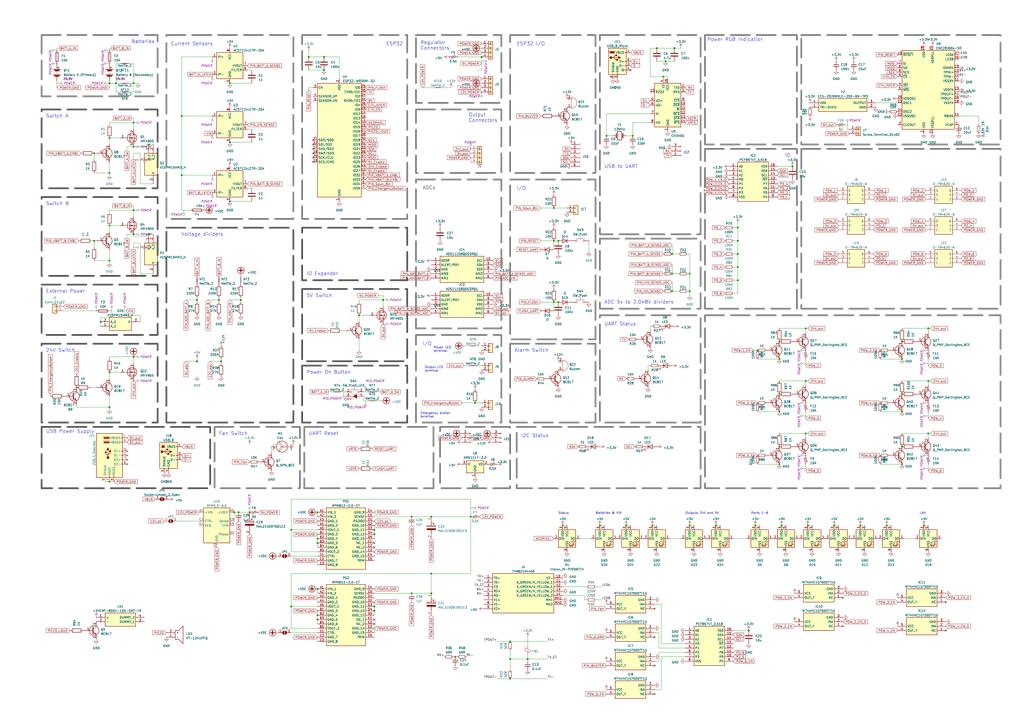
<source format=kicad_sch>
(kicad_sch (version 20230121) (generator eeschema)
  (paper "A2")
  (title_block (title "Armatron Power") (date "2023-03-13") (rev "A"))
  (junction (at 77.47 85.09))
  (junction (at 135.89 297.18))
  (junction (at 295.91 382.27))
  (junction (at 347.98 304.8))
  (junction (at 133.35 82.55))
  (junction (at 439.42 203.2))
  (junction (at 54.61 88.9))
  (junction (at 77.47 48.26))
  (junction (at 138.43 297.18))
  (junction (at 459.74 96.52))
  (junction (at 168.91 351.79))
  (junction (at 391.16 27.94))
  (junction (at 326.39 304.8))
  (junction (at 452.12 259.08))
  (junction (at 63.5 48.26))
  (junction (at 63.5 279.4))
  (junction (at 295.91 372.11))
  (junction (at 273.05 299.72))
  (junction (at 499.11 304.8))
  (junction (at 434.34 365.76))
  (junction (at 144.78 297.18))
  (junction (at 127 173.99))
  (junction (at 58.42 186.69))
  (junction (at 250.19 332.74))
  (junction (at 452.12 269.24))
  (junction (at 321.31 139.7))
  (junction (at 323.85 139.7))
  (junction (at 514.35 304.8))
  (junction (at 187.96 33.02))
  (junction (at 217.17 307.34))
  (junction (at 114.3 209.55))
  (junction (at 217.17 354.33))
  (junction (at 208.28 182.88))
  (junction (at 63.5 215.9))
  (junction (at 523.24 269.24))
  (junction (at 77.47 135.89))
  (junction (at 77.47 71.12))
  (junction (at 452.12 198.12))
  (junction (at 427.99 162.56))
  (junction (at 438.15 304.8))
  (junction (at 538.48 251.46))
  (junction (at 184.15 359.41))
  (junction (at 367.03 78.74))
  (junction (at 295.91 393.7))
  (junction (at 321.31 175.26))
  (junction (at 77.47 207.01))
  (junction (at 63.5 236.22))
  (junction (at 389.89 168.91))
  (junction (at 67.31 48.26))
  (junction (at 275.59 233.68))
  (junction (at 86.36 83.82))
  (junction (at 184.15 297.18))
  (junction (at 427.99 132.08))
  (junction (at 452.12 238.76))
  (junction (at 184.15 314.96))
  (junction (at 453.39 304.8))
  (junction (at 279.4 33.02))
  (junction (at 139.7 173.99))
  (junction (at 184.15 356.87))
  (junction (at 222.25 173.99))
  (junction (at 452.12 208.28))
  (junction (at 321.31 120.65))
  (junction (at 238.76 299.72))
  (junction (at 306.07 382.27))
  (junction (at 351.79 78.74))
  (junction (at 389.89 147.32))
  (junction (at 523.24 259.08))
  (junction (at 523.24 198.12))
  (junction (at 63.5 100.33))
  (junction (at 187.96 40.64))
  (junction (at 323.85 175.26))
  (junction (at 184.15 312.42))
  (junction (at 384.81 44.45))
  (junction (at 264.16 381))
  (junction (at 467.36 251.46))
  (junction (at 452.12 228.6))
  (junction (at 415.29 304.8))
  (junction (at 63.5 151.13))
  (junction (at 114.3 173.99))
  (junction (at 427.99 147.32))
  (junction (at 44.45 224.79))
  (junction (at 54.61 139.7))
  (junction (at 128.27 209.55))
  (junction (at 77.47 121.92))
  (junction (at 483.87 304.8))
  (junction (at 179.07 33.02))
  (junction (at 523.24 208.28))
  (junction (at 467.36 220.98))
  (junction (at 63.5 80.01))
  (junction (at 386.08 35.56))
  (junction (at 168.91 307.34))
  (junction (at 86.36 135.89))
  (junction (at 538.48 220.98))
  (junction (at 523.24 238.76))
  (junction (at 238.76 344.17))
  (junction (at 400.05 158.75))
  (junction (at 250.19 344.17))
  (junction (at 184.15 341.63))
  (junction (at 217.17 351.79))
  (junction (at 133.35 116.84))
  (junction (at 389.89 158.75))
  (junction (at 427.99 154.94))
  (junction (at 250.19 299.72))
  (junction (at 400.05 168.91))
  (junction (at 467.36 190.5))
  (junction (at 378.46 304.8))
  (junction (at 381 27.94))
  (junction (at 538.48 190.5))
  (junction (at 363.22 304.8))
  (junction (at 217.17 309.88))
  (junction (at 400.05 304.8))
  (junction (at 63.5 130.81))
  (junction (at 105.41 101.6))
  (junction (at 427.99 139.7))
  (junction (at 523.24 228.6))
  (junction (at 535.94 304.8))
  (junction (at 468.63 304.8))
  (junction (at 105.41 67.31))
  (junction (at 133.35 48.26))
  (no_connect (at 73.66 264.16))
  (no_connect (at 365.76 40.64))
  (no_connect (at 181.61 86.36))
  (no_connect (at 73.66 261.62))
  (no_connect (at 217.17 359.41))
  (no_connect (at 181.61 83.82))
  (no_connect (at 217.17 361.95))
  (no_connect (at 181.61 93.98))
  (no_connect (at 181.61 88.9))
  (no_connect (at 217.17 317.5))
  (no_connect (at 73.66 269.24))
  (no_connect (at 217.17 314.96))
  (no_connect (at 181.61 91.44))
  (no_connect (at 181.61 81.28))
  (no_connect (at 73.66 266.7))
  (wire (pts (xy 217.17 351.79) (xy 217.17 354.33)))
  (wire (pts (xy 382.27 375.92) (xy 382.27 367.03)))
  (wire (pts (xy 400.05 304.8) (xy 402.59 304.8)))
  (wire (pts (xy 179.07 52.07) (xy 179.07 50.8)))
  (wire (pts (xy 538.48 238.76) (xy 538.48 242.57)))
  (wire (pts (xy 535.94 304.8) (xy 538.48 304.8)))
  (wire (pts (xy 168.91 351.79) (xy 184.15 351.79)))
  (wire (pts (xy 168.91 351.79) (xy 168.91 332.74)))
  (wire (pts (xy 538.48 208.28) (xy 538.48 212.09)))
  (wire (pts (xy 184.15 356.87) (xy 184.15 359.41)))
  (wire (pts (xy 67.31 36.83) (xy 67.31 48.26)))
  (wire (pts (xy 179.07 33.02) (xy 187.96 33.02)))
  (wire (pts (xy 400.05 147.32) (xy 400.05 158.75)))
  (wire (pts (xy 63.5 236.22) (xy 63.5 237.49)))
  (wire (pts (xy 217.17 304.8) (xy 217.17 307.34)))
  (wire (pts (xy 184.15 314.96) (xy 184.15 317.5)))
  (wire (pts (xy 491.49 72.39) (xy 491.49 74.93)))
  (wire (pts (xy 74.93 53.34) (xy 77.47 53.34)))
  (wire (pts (xy 168.91 307.34) (xy 168.91 289.56)))
  (wire (pts (xy 128.27 210.82) (xy 128.27 209.55)))
  (wire (pts (xy 313.69 139.7) (xy 321.31 139.7)))
  (wire (pts (xy 336.55 312.42) (xy 342.9 312.42)))
  (wire (pts (xy 184.15 341.63) (xy 184.15 344.17)))
  (wire (pts (xy 184.15 369.57) (xy 184.15 372.11)))
  (wire (pts (xy 63.5 130.81) (xy 63.5 134.62)))
  (wire (pts (xy 213.36 232.41) (xy 210.82 232.41)))
  (wire (pts (xy 389.89 147.32) (xy 393.7 147.32)))
  (wire (pts (xy 135.89 297.18) (xy 138.43 297.18)))
  (wire (pts (xy 107.95 173.99) (xy 114.3 173.99)))
  (wire (pts (xy 363.22 304.8) (xy 365.76 304.8)))
  (wire (pts (xy 88.9 106.68) (xy 81.28 106.68)))
  (wire (pts (xy 36.83 180.34) (xy 55.88 180.34)))
  (wire (pts (xy 114.3 210.82) (xy 114.3 209.55)))
  (wire (pts (xy 73.66 180.34) (xy 72.39 180.34)))
  (wire (pts (xy 184.15 325.12) (xy 184.15 327.66)))
  (wire (pts (xy 295.91 372.11) (xy 317.5 372.11)))
  (wire (pts (xy 139.7 175.26) (xy 139.7 173.99)))
  (wire (pts (xy 64.77 180.34) (xy 63.5 180.34)))
  (wire (pts (xy 69.85 48.26) (xy 67.31 48.26)))
  (wire (pts (xy 386.08 35.56) (xy 391.16 35.56)))
  (wire (pts (xy 452.12 190.5) (xy 467.36 190.5)))
  (wire (pts (xy 271.78 212.09) (xy 269.24 212.09)))
  (wire (pts (xy 427.99 170.18) (xy 427.99 162.56)))
  (wire (pts (xy 400.05 158.75) (xy 398.78 158.75)))
  (wire (pts (xy 133.35 82.55) (xy 146.05 82.55)))
  (wire (pts (xy 326.39 334.01) (xy 326.39 335.28)))
  (wire (pts (xy 217.17 309.88) (xy 217.17 312.42)))
  (wire (pts (xy 217.17 354.33) (xy 217.17 356.87)))
  (wire (pts (xy 387.35 44.45) (xy 387.35 45.72)))
  (wire (pts (xy 375.92 214.63) (xy 375.92 212.09)))
  (wire (pts (xy 538.48 220.98) (xy 539.75 220.98)))
  (wire (pts (xy 340.36 340.36) (xy 326.39 340.36)))
  (wire (pts (xy 510.54 269.24) (xy 523.24 269.24)))
  (wire (pts (xy 184.15 364.49) (xy 168.91 364.49)))
  (wire (pts (xy 127 172.72) (xy 127 173.99)))
  (wire (pts (xy 273.05 91.44) (xy 273.05 93.98)))
  (wire (pts (xy 121.92 209.55) (xy 128.27 209.55)))
  (wire (pts (xy 377.19 189.23) (xy 378.46 189.23)))
  (wire (pts (xy 52.07 224.79) (xy 55.88 224.79)))
  (wire (pts (xy 217.17 349.25) (xy 217.17 351.79)))
  (wire (pts (xy 74.93 36.83) (xy 77.47 36.83)))
  (wire (pts (xy 394.97 27.94) (xy 391.16 27.94)))
  (wire (pts (xy 143.51 109.22) (xy 146.05 109.22)))
  (wire (pts (xy 381 35.56) (xy 386.08 35.56)))
  (wire (pts (xy 198.12 227.33) (xy 200.66 227.33)))
  (wire (pts (xy 222.25 173.99) (xy 222.25 177.8)))
  (wire (pts (xy 378.46 304.8) (xy 381 304.8)))
  (wire (pts (xy 389.89 168.91) (xy 393.7 168.91)))
  (wire (pts (xy 63.5 71.12) (xy 77.47 71.12)))
  (wire (pts (xy 77.47 135.89) (xy 77.47 137.16)))
  (wire (pts (xy 351.79 78.74) (xy 355.6 78.74)))
  (wire (pts (xy 427.99 147.32) (xy 427.99 139.7)))
  (wire (pts (xy 295.91 382.27) (xy 306.07 382.27)))
  (wire (pts (xy 54.61 139.7) (xy 55.88 139.7)))
  (wire (pts (xy 63.5 279.4) (xy 66.04 279.4)))
  (wire (pts (xy 491.49 74.93) (xy 492.76 74.93)))
  (wire (pts (xy 168.91 364.49) (xy 168.91 351.79)))
  (wire (pts (xy 523.24 251.46) (xy 538.48 251.46)))
  (wire (pts (xy 295.91 393.7) (xy 317.5 393.7)))
  (wire (pts (xy 306.07 383.54) (xy 306.07 382.27)))
  (wire (pts (xy 77.47 71.12) (xy 77.47 74.93)))
  (wire (pts (xy 483.87 304.8) (xy 486.41 304.8)))
  (wire (pts (xy 81.28 182.88) (xy 72.39 182.88)))
  (wire (pts (xy 450.85 96.52) (xy 459.74 96.52)))
  (wire (pts (xy 514.35 304.8) (xy 516.89 304.8)))
  (wire (pts (xy 179.07 29.21) (xy 179.07 33.02)))
  (wire (pts (xy 85.09 85.09) (xy 85.09 83.82)))
  (wire (pts (xy 323.85 139.7) (xy 321.31 139.7)))
  (wire (pts (xy 217.17 320.04) (xy 217.17 322.58)))
  (wire (pts (xy 220.98 227.33) (xy 218.44 227.33)))
  (wire (pts (xy 208.28 196.85) (xy 208.28 203.2)))
  (wire (pts (xy 341.63 139.7) (xy 341.63 146.05)))
  (wire (pts (xy 168.91 367.03) (xy 184.15 367.03)))
  (wire (pts (xy 53.34 139.7) (xy 54.61 139.7)))
  (wire (pts (xy 64.77 27.94) (xy 63.5 27.94)))
  (wire (pts (xy 63.5 80.01) (xy 69.85 80.01)))
  (wire (pts (xy 85.09 83.82) (xy 86.36 83.82)))
  (wire (pts (xy 453.39 304.8) (xy 455.93 304.8)))
  (wire (pts (xy 523.24 190.5) (xy 538.48 190.5)))
  (wire (pts (xy 398.78 147.32) (xy 400.05 147.32)))
  (wire (pts (xy 54.61 100.33) (xy 63.5 100.33)))
  (wire (pts (xy 538.48 220.98) (xy 538.48 223.52)))
  (wire (pts (xy 63.5 123.19) (xy 63.5 121.92)))
  (wire (pts (xy 367.03 78.74) (xy 367.03 71.12)))
  (wire (pts (xy 105.41 67.31) (xy 105.41 101.6)))
  (wire (pts (xy 427.99 162.56) (xy 427.99 154.94)))
  (wire (pts (xy 389.89 142.24) (xy 389.89 147.32)))
  (wire (pts (xy 77.47 137.16) (xy 85.09 137.16)))
  (wire (pts (xy 133.35 48.26) (xy 146.05 48.26)))
  (wire (pts (xy 85.09 135.89) (xy 86.36 135.89)))
  (wire (pts (xy 377.19 66.04) (xy 351.79 66.04)))
  (wire (pts (xy 261.62 50.8) (xy 256.54 50.8)))
  (wire (pts (xy 77.47 140.97) (xy 77.47 144.78)))
  (wire (pts (xy 382.27 367.03) (xy 379.73 367.03)))
  (wire (pts (xy 196.85 33.02) (xy 196.85 45.72)))
  (wire (pts (xy 114.3 175.26) (xy 114.3 173.99)))
  (wire (pts (xy 63.5 80.01) (xy 63.5 83.82)))
  (wire (pts (xy 168.91 307.34) (xy 184.15 307.34)))
  (wire (pts (xy 127 173.99) (xy 127 175.26)))
  (wire (pts (xy 271.78 200.66) (xy 269.24 200.66)))
  (wire (pts (xy 347.98 304.8) (xy 350.52 304.8)))
  (wire (pts (xy 425.45 170.18) (xy 427.99 170.18)))
  (wire (pts (xy 397.51 373.38) (xy 383.54 373.38)))
  (wire (pts (xy 77.47 88.9) (xy 77.47 92.71)))
  (wire (pts (xy 85.09 137.16) (xy 85.09 135.89)))
  (wire (pts (xy 288.29 372.11) (xy 295.91 372.11)))
  (wire (pts (xy 72.39 182.88) (xy 72.39 180.34)))
  (wire (pts (xy 276.86 212.09) (xy 279.4 212.09)))
  (wire (pts (xy 436.88 203.2) (xy 439.42 203.2)))
  (wire (pts (xy 276.86 40.64) (xy 279.4 40.64)))
  (wire (pts (xy 77.47 85.09) (xy 85.09 85.09)))
  (wire (pts (xy 295.91 377.19) (xy 295.91 382.27)))
  (wire (pts (xy 439.42 269.24) (xy 452.12 269.24)))
  (wire (pts (xy 427.99 139.7) (xy 427.99 132.08)))
  (wire (pts (xy 326.39 304.8) (xy 328.93 304.8)))
  (wire (pts (xy 438.15 304.8) (xy 440.69 304.8)))
  (wire (pts (xy 63.5 27.94) (xy 63.5 29.21)))
  (wire (pts (xy 351.79 66.04) (xy 351.79 78.74)))
  (wire (pts (xy 208.28 173.99) (xy 222.25 173.99)))
  (wire (pts (xy 73.66 135.89) (xy 77.47 135.89)))
  (wire (pts (xy 276.86 200.66) (xy 279.4 200.66)))
  (wire (pts (xy 143.51 74.93) (xy 146.05 74.93)))
  (wire (pts (xy 367.03 78.74) (xy 363.22 78.74)))
  (wire (pts (xy 213.36 227.33) (xy 210.82 227.33)))
  (wire (pts (xy 273.05 299.72) (xy 250.19 299.72)))
  (wire (pts (xy 88.9 158.75) (xy 81.28 158.75)))
  (wire (pts (xy 323.85 175.26) (xy 321.31 175.26)))
  (wire (pts (xy 157.48 259.08) (xy 157.48 262.89)))
  (wire (pts (xy 114.3 209.55) (xy 114.3 208.28)))
  (wire (pts (xy 238.76 299.72) (xy 250.19 299.72)))
  (wire (pts (xy 388.62 312.42) (xy 394.97 312.42)))
  (wire (pts (xy 218.44 232.41) (xy 220.98 232.41)))
  (wire (pts (xy 63.5 46.99) (xy 63.5 48.26)))
  (wire (pts (xy 133.35 173.99) (xy 139.7 173.99)))
  (wire (pts (xy 133.35 116.84) (xy 146.05 116.84)))
  (wire (pts (xy 184.15 320.04) (xy 168.91 320.04)))
  (wire (pts (xy 510.54 238.76) (xy 523.24 238.76)))
  (wire (pts (xy 273.05 289.56) (xy 273.05 299.72)))
  (wire (pts (xy 208.28 182.88) (xy 214.63 182.88)))
  (wire (pts (xy 384.81 44.45) (xy 377.19 44.45)))
  (wire (pts (xy 69.85 53.34) (xy 67.31 53.34)))
  (wire (pts (xy 63.5 151.13) (xy 63.5 152.4)))
  (wire (pts (xy 267.97 233.68) (xy 275.59 233.68)))
  (wire (pts (xy 425.45 147.32) (xy 427.99 147.32)))
  (wire (pts (xy 339.09 347.98) (xy 339.09 345.44)))
  (wire (pts (xy 168.91 332.74) (xy 250.19 332.74)))
  (wire (pts (xy 63.5 48.26) (xy 63.5 50.8)))
  (wire (pts (xy 208.28 175.26) (xy 208.28 173.99)))
  (wire (pts (xy 81.28 88.9) (xy 77.47 88.9)))
  (wire (pts (xy 107.95 209.55) (xy 114.3 209.55)))
  (wire (pts (xy 383.54 373.38) (xy 383.54 350.52)))
  (wire (pts (xy 389.89 153.67) (xy 389.89 158.75)))
  (wire (pts (xy 76.2 68.58) (xy 77.47 68.58)))
  (wire (pts (xy 102.87 302.26) (xy 115.57 302.26)))
  (wire (pts (xy 217.17 364.49) (xy 217.17 367.03)))
  (wire (pts (xy 193.04 227.33) (xy 190.5 227.33)))
  (wire (pts (xy 77.47 36.83) (xy 77.47 48.26)))
  (wire (pts (xy 105.41 67.31) (xy 123.19 67.31)))
  (wire (pts (xy 170.18 259.08) (xy 170.18 257.81)))
  (wire (pts (xy 306.07 369.57) (xy 306.07 374.65)))
  (wire (pts (xy 510.54 208.28) (xy 523.24 208.28)))
  (wire (pts (xy 425.45 132.08) (xy 427.99 132.08)))
  (wire (pts (xy 168.91 289.56) (xy 273.05 289.56)))
  (wire (pts (xy 382.27 383.54) (xy 379.73 383.54)))
  (wire (pts (xy 198.12 191.77) (xy 200.66 191.77)))
  (wire (pts (xy 179.07 40.64) (xy 187.96 40.64)))
  (wire (pts (xy 389.89 163.83) (xy 389.89 168.91)))
  (wire (pts (xy 184.15 359.41) (xy 184.15 361.95)))
  (wire (pts (xy 81.28 106.68) (xy 81.28 88.9)))
  (wire (pts (xy 81.28 186.69) (xy 81.28 182.88)))
  (wire (pts (xy 377.19 27.94) (xy 377.19 44.45)))
  (wire (pts (xy 400.05 168.91) (xy 398.78 168.91)))
  (wire (pts (xy 538.48 190.5) (xy 538.48 193.04)))
  (wire (pts (xy 425.45 162.56) (xy 427.99 162.56)))
  (wire (pts (xy 439.42 238.76) (xy 452.12 238.76)))
  (wire (pts (xy 425.45 154.94) (xy 427.99 154.94)))
  (wire (pts (xy 377.19 191.77) (xy 377.19 189.23)))
  (wire (pts (xy 73.66 138.43) (xy 73.66 135.89)))
  (wire (pts (xy 73.66 87.63) (xy 73.66 85.09)))
  (wire (pts (xy 279.4 33.02) (xy 279.4 40.64)))
  (wire (pts (xy 105.41 33.02) (xy 105.41 67.31)))
  (wire (pts (xy 63.5 215.9) (xy 63.5 219.71)))
  (wire (pts (xy 288.29 393.7) (xy 295.91 393.7)))
  (wire (pts (xy 467.36 220.98) (xy 467.36 223.52)))
  (wire (pts (xy 77.47 68.58) (xy 77.47 71.12)))
  (wire (pts (xy 105.41 33.02) (xy 123.19 33.02)))
  (wire (pts (xy 538.48 269.24) (xy 538.48 273.05)))
  (wire (pts (xy 222.25 171.45) (xy 219.71 171.45)))
  (wire (pts (xy 120.65 173.99) (xy 127 173.99)))
  (wire (pts (xy 64.77 184.15) (xy 64.77 180.34)))
  (wire (pts (xy 250.19 332.74) (xy 250.19 344.17)))
  (wire (pts (xy 538.48 190.5) (xy 539.75 190.5)))
  (wire (pts (xy 63.5 229.87) (xy 63.5 236.22)))
  (wire (pts (xy 63.5 121.92) (xy 77.47 121.92)))
  (wire (pts (xy 168.91 322.58) (xy 184.15 322.58)))
  (wire (pts (xy 264.16 381) (xy 265.43 381)))
  (wire (pts (xy 397.51 375.92) (xy 382.27 375.92)))
  (wire (pts (xy 349.25 340.36) (xy 345.44 340.36)))
  (wire (pts (xy 60.96 279.4) (xy 63.5 279.4)))
  (wire (pts (xy 63.5 144.78) (xy 63.5 151.13)))
  (wire (pts (xy 105.41 101.6) (xy 105.41 121.92)))
  (wire (pts (xy 538.48 251.46) (xy 539.75 251.46)))
  (wire (pts (xy 384.81 44.45) (xy 384.81 45.72)))
  (wire (pts (xy 415.29 304.8) (xy 417.83 304.8)))
  (wire (pts (xy 524.51 312.42) (xy 530.86 312.42)))
  (wire (pts (xy 58.42 186.69) (xy 58.42 189.23)))
  (wire (pts (xy 86.36 135.89) (xy 88.9 135.89)))
  (wire (pts (xy 452.12 220.98) (xy 467.36 220.98)))
  (wire (pts (xy 63.5 130.81) (xy 69.85 130.81)))
  (wire (pts (xy 425.45 139.7) (xy 427.99 139.7)))
  (wire (pts (xy 67.31 53.34) (xy 67.31 48.26)))
  (wire (pts (xy 34.29 27.94) (xy 33.02 27.94)))
  (wire (pts (xy 76.2 119.38) (xy 77.47 119.38)))
  (wire (pts (xy 184.15 354.33) (xy 184.15 356.87)))
  (wire (pts (xy 80.01 48.26) (xy 77.47 48.26)))
  (wire (pts (xy 114.3 173.99) (xy 114.3 172.72)))
  (wire (pts (xy 382.27 378.46) (xy 382.27 383.54)))
  (wire (pts (xy 33.02 50.8) (xy 33.02 46.99)))
  (wire (pts (xy 63.5 215.9) (xy 69.85 215.9)))
  (wire (pts (xy 69.85 36.83) (xy 67.31 36.83)))
  (wire (pts (xy 138.43 297.18) (xy 144.78 297.18)))
  (wire (pts (xy 222.25 173.99) (xy 222.25 171.45)))
  (wire (pts (xy 63.5 93.98) (xy 63.5 100.33)))
  (wire (pts (xy 179.07 50.8) (xy 181.61 50.8)))
  (wire (pts (xy 439.42 208.28) (xy 452.12 208.28)))
  (wire (pts (xy 77.47 48.26) (xy 74.93 48.26)))
  (wire (pts (xy 295.91 382.27) (xy 295.91 388.62)))
  (wire (pts (xy 238.76 344.17) (xy 217.17 344.17)))
  (wire (pts (xy 468.63 304.8) (xy 471.17 304.8)))
  (wire (pts (xy 306.07 379.73) (xy 306.07 382.27)))
  (wire (pts (xy 381 27.94) (xy 391.16 27.94)))
  (wire (pts (xy 184.15 309.88) (xy 184.15 312.42)))
  (wire (pts (xy 400.05 158.75) (xy 400.05 168.91)))
  (wire (pts (xy 184.15 346.71) (xy 184.15 349.25)))
  (wire (pts (xy 187.96 33.02) (xy 196.85 33.02)))
  (wire (pts (xy 86.36 83.82) (xy 88.9 83.82)))
  (wire (pts (xy 77.47 207.01) (xy 77.47 210.82)))
  (wire (pts (xy 250.19 344.17) (xy 238.76 344.17)))
  (wire (pts (xy 321.31 139.7) (xy 321.31 144.78)))
  (wire (pts (xy 467.36 190.5) (xy 467.36 193.04)))
  (wire (pts (xy 44.45 236.22) (xy 63.5 236.22)))
  (wire (pts (xy 397.51 381) (xy 383.54 381)))
  (wire (pts (xy 217.17 299.72) (xy 238.76 299.72)))
  (wire (pts (xy 306.07 382.27) (xy 317.5 382.27)))
  (wire (pts (xy 538.48 251.46) (xy 538.48 254)))
  (wire (pts (xy 321.31 120.65) (xy 328.93 120.65)))
  (wire (pts (xy 467.36 251.46) (xy 468.63 251.46)))
  (wire (pts (xy 63.5 100.33) (xy 63.5 101.6)))
  (wire (pts (xy 367.03 71.12) (xy 377.19 71.12)))
  (wire (pts (xy 467.36 251.46) (xy 467.36 254)))
  (wire (pts (xy 44.45 234.95) (xy 44.45 236.22)))
  (wire (pts (xy 467.36 269.24) (xy 467.36 273.05)))
  (wire (pts (xy 81.28 140.97) (xy 77.47 140.97)))
  (wire (pts (xy 63.5 207.01) (xy 77.47 207.01)))
  (wire (pts (xy 567.69 72.39) (xy 567.69 67.31)))
  (wire (pts (xy 54.61 139.7) (xy 54.61 143.51)))
  (wire (pts (xy 467.36 220.98) (xy 468.63 220.98)))
  (wire (pts (xy 339.09 345.44) (xy 326.39 345.44)))
  (wire (pts (xy 467.36 208.28) (xy 467.36 212.09)))
  (wire (pts (xy 184.15 297.18) (xy 184.15 299.72)))
  (wire (pts (xy 135.89 297.18) (xy 135.89 302.26)))
  (wire (pts (xy 77.47 53.34) (xy 77.47 48.26)))
  (wire (pts (xy 273.05 332.74) (xy 273.05 299.72)))
  (wire (pts (xy 139.7 173.99) (xy 139.7 172.72)))
  (wire (pts (xy 33.02 27.94) (xy 33.02 29.21)))
  (wire (pts (xy 184.15 302.26) (xy 184.15 304.8)))
  (wire (pts (xy 128.27 209.55) (xy 128.27 208.28)))
  (wire (pts (xy 400.05 168.91) (xy 400.05 171.45)))
  (wire (pts (xy 58.42 184.15) (xy 64.77 184.15)))
  (wire (pts (xy 210.82 232.41) (xy 210.82 229.87)))
  (wire (pts (xy 73.66 85.09) (xy 77.47 85.09)))
  (wire (pts (xy 499.11 304.8) (xy 501.65 304.8)))
  (wire (pts (xy 375.92 212.09) (xy 377.19 212.09)))
  (wire (pts (xy 29.21 228.6) (xy 29.21 229.87)))
  (wire (pts (xy 54.61 88.9) (xy 54.61 92.71)))
  (wire (pts (xy 77.47 121.92) (xy 77.47 125.73)))
  (wire (pts (xy 383.54 381) (xy 383.54 400.05)))
  (wire (pts (xy 349.25 347.98) (xy 345.44 347.98)))
  (wire (pts (xy 143.51 40.64) (xy 146.05 40.64)))
  (wire (pts (xy 383.54 350.52) (xy 379.73 350.52)))
  (wire (pts (xy 427.99 154.94) (xy 427.99 147.32)))
  (wire (pts (xy 105.41 121.92) (xy 110.49 121.92)))
  (wire (pts (xy 250.19 332.74) (xy 273.05 332.74)))
  (wire (pts (xy 105.41 101.6) (xy 123.19 101.6)))
  (wire (pts (xy 397.51 378.46) (xy 382.27 378.46)))
  (wire (pts (xy 217.17 307.34) (xy 217.17 309.88)))
  (wire (pts (xy 67.31 48.26) (xy 63.5 48.26)))
  (wire (pts (xy 434.34 365.76) (xy 425.45 365.76)))
  (wire (pts (xy 567.69 67.31) (xy 556.26 67.31)))
  (wire (pts (xy 63.5 72.39) (xy 63.5 71.12)))
  (wire (pts (xy 184.15 312.42) (xy 184.15 314.96)))
  (wire (pts (xy 265.43 33.02) (xy 279.4 33.02)))
  (wire (pts (xy 467.36 238.76) (xy 467.36 242.57)))
  (wire (pts (xy 452.12 251.46) (xy 467.36 251.46)))
  (wire (pts (xy 77.47 119.38) (xy 77.47 121.92)))
  (wire (pts (xy 381 27.94) (xy 377.19 27.94)))
  (wire (pts (xy 54.61 151.13) (xy 63.5 151.13)))
  (wire (pts (xy 208.28 182.88) (xy 208.28 186.69)))
  (wire (pts (xy 275.59 233.68) (xy 279.4 233.68)))
  (wire (pts (xy 340.36 347.98) (xy 339.09 347.98)))
  (wire (pts (xy 81.28 158.75) (xy 81.28 140.97)))
  (wire (pts (xy 523.24 220.98) (xy 538.48 220.98)))
  (wire (pts (xy 425.45 312.42) (xy 433.07 312.42)))
  (wire (pts (xy 313.69 175.26) (xy 321.31 175.26)))
  (wire (pts (xy 383.54 400.05) (xy 379.73 400.05)))
  (wire (pts (xy 508 59.69) (xy 520.7 59.69)))
  (wire (pts (xy 467.36 190.5) (xy 468.63 190.5)))
  (wire (pts (xy 58.42 186.69) (xy 58.42 184.15)))
  (wire (pts (xy 427.99 132.08) (xy 427.99 129.54)))
  (wire (pts (xy 321.31 175.26) (xy 321.31 180.34)))
  (wire (pts (xy 168.91 320.04) (xy 168.91 307.34)))
  (wire (pts (xy 63.5 208.28) (xy 63.5 207.01)))
  (wire (pts (xy 490.22 72.39) (xy 491.49 72.39)))
  (wire (pts (xy 54.61 88.9) (xy 55.88 88.9)))
  (wire (pts (xy 262.89 381) (xy 264.16 381)))
  (wire (pts (xy 313.69 120.65) (xy 321.31 120.65)))
  (wire (pts (xy 384.81 44.45) (xy 387.35 44.45)))
  (wire (pts (xy 389.89 158.75) (xy 393.7 158.75)))
  (wire (pts (xy 245.11 50.8) (xy 251.46 50.8)))
  (rectangle (start 24.13 114.3) (end 91.44 160.02) (stroke (width 1) (type dash) (color 83 83 83 1)))
  (rectangle (start 408.94 20.32) (end 462.28 83.82) (stroke (width 1) (type dash) (color 128 128 128 1)))
  (rectangle (start 464.82 20.32) (end 580.39 83.82) (stroke (width 1) (type dash) (color 128 128 128 1)))
  (rectangle (start 464.82 86.36) (end 580.39 179.07) (stroke (width 1) (type dash) (color 128 128 128 1)))
  (rectangle (start 295.91 104.14) (end 345.44 196.85) (stroke (width 1) (type dash) (color 128 128 128 1)))
  (rectangle (start 24.13 63.5) (end 91.44 109.22) (stroke (width 1) (type dash) (color 83 83 83 1)))
  (rectangle (start 241.3 104.14) (end 290.83 190.5) (stroke (width 1) (type dash) (color 128 128 128 1)))
  (rectangle (start 241.3 20.32) (end 290.83 59.69) (stroke (width 1) (type dash) (color 128 128 128 1)))
  (rectangle (start 24.13 247.65) (end 121.92 283.21) (stroke (width 1) (type dash) (color 83 83 83 1)))
  (rectangle (start 24.13 165.1) (end 91.44 194.31) (stroke (width 1) (type dash) (color 83 83 83 1)))
  (rectangle (start 295.91 199.39) (end 345.44 245.11) (stroke (width 1) (type dash) (color 128 128 128 1)))
  (rectangle (start 241.3 63.5) (end 290.83 100.33) (stroke (width 1) (type dash) (color 128 128 128 1)))
  (rectangle (start 295.91 20.32) (end 345.44 100.33) (stroke (width 1) (type dash) (color 128 128 128 1)))
  (rectangle (start 347.98 182.88) (end 406.4 245.11) (stroke (width 1) (type dash) (color 128 128 128 1)))
  (rectangle (start 24.13 199.39) (end 91.44 245.11) (stroke (width 1) (type dash) (color 83 83 83 1)))
  (rectangle (start 176.53 247.65) (end 251.46 283.21) (stroke (width 1) (type dash) (color 128 128 128 1)))
  (rectangle (start 408.94 182.88) (end 580.39 283.21) (stroke (width 1) (type dash) (color 128 128 128 1)))
  (rectangle (start 124.46 247.65) (end 173.99 283.21) (stroke (width 1) (type dash) (color 128 128 128 1)))
  (rectangle (start 299.72 247.65) (end 406.4 283.21) (stroke (width 1) (type dash) (color 128 128 128 1)))
  (rectangle (start 175.26 20.32) (end 236.22 127) (stroke (width 1) (type dash) (color 128 128 128 1)))
  (rectangle (start 175.26 167.64) (end 236.22 209.55) (stroke (width 1) (type dash) (color 83 83 83 1)))
  (rectangle (start 175.26 132.08) (end 236.22 162.56) (stroke (width 1) (type dash) (color 83 83 83 1)))
  (rectangle (start 347.98 138.43) (end 406.4 179.07) (stroke (width 1) (type dash) (color 128 128 128 1)))
  (rectangle (start 175.26 212.09) (end 236.22 245.11) (stroke (width 1) (type dash) (color 83 83 83 1)))
  (rectangle (start 24.13 20.32) (end 91.44 55.88) (stroke (width 1) (type dash) (color 128 128 128 1)))
  (rectangle (start 408.94 86.36) (end 462.28 179.07) (stroke (width 1) (type dash) (color 128 128 128 1)))
  (rectangle (start 241.3 194.31) (end 290.83 245.11) (stroke (width 1) (type dash) (color 128 128 128 1)))
  (rectangle (start 255.27 247.65) (end 295.91 283.21) (stroke (width 1) (type dash) (color 128 128 128 1)))
  (rectangle (start 96.52 20.32) (end 170.18 127) (stroke (width 1) (type dash) (color 128 128 128 1)))
  (rectangle (start 347.98 20.32) (end 406.4 135.89) (stroke (width 1) (type dash) (color 128 128 128 1)))
  (rectangle (start 96.52 132.08) (end 170.18 245.11) (stroke (width 1) (type dash) (color 83 83 83 1)))
  (text "IO Expander" (at 177.8 160.02 0) (effects (font (size 2 2)) (justify left bottom)))
  (text "I/O" (at 299.72 110.49 0) (effects (font (size 2 2)) (justify left bottom)))
  (text "Fan Switch" (at 127 252.73 0) (effects (font (size 2 2)) (justify left bottom)))
  (text "External Power\n" (at 26.67 170.18 0) (effects (font (size 2 2)) (justify left bottom)))
  (text "24V Switch" (at 26.67 204.47 0) (effects (font (size 2 2)) (justify left bottom)))
  (text "ESP32" (at 233.68 26.67 0) (effects (font (size 2 2)) (justify right bottom)))
  (text "USB to UART" (at 350.52 97.79 0) (effects (font (size 2 2)) (justify left bottom)))
  (text "Emergency button\nterminal" (at 243.84 242.57 0) (effects (font (size 1.27 1.27)) (justify left bottom)))
  (text "ADC 5v to 2.048V dividers" (at 350.52 176.53 0) (effects (font (size 2 2)) (justify left bottom)))
  (text "I2C Status" (at 302.26 254 0) (effects (font (size 2 2)) (justify left bottom)))
  (text "Outputs 24V and 5V" (at 397.51 298.45 0) (effects (font (size 1.27 1.27)) (justify left bottom)))
  (text "ESP32 I/O" (at 299.72 26.67 0) (effects (font (size 2 2)) (justify left bottom)))
  (text "Regulator \nConnectors" (at 243.84 29.21 0) (effects (font (size 2 2)) (justify left bottom)))
  (text "Output LED\nterminal" (at 246.38 215.9 0) (effects (font (size 1.27 1.27)) (justify left bottom)))
  (text "Switch B" (at 26.67 119.38 0) (effects (font (size 2 2)) (justify left bottom)))
  (text "LAN" (at 533.4 298.45 0) (effects (font (size 1.27 1.27)) (justify left bottom)))
  (text "Batteries & VIN\n" (at 345.44 298.45 0) (effects (font (size 1.27 1.27)) (justify left bottom)))
  (text "IO" (at 458.47 91.44 0) (effects (font (size 2 2)) (justify right bottom)))
  (text "Power RGB Indicatior" (at 410.21 24.13 0) (effects (font (size 2 2)) (justify left bottom)))
  (text "Status" (at 323.85 298.45 0) (effects (font (size 1.27 1.27)) (justify left bottom)))
  (text "USB Power Supply" (at 26.67 251.46 0) (effects (font (size 2 2)) (justify left bottom)))
  (text "Power On Button" (at 177.8 217.17 0) (effects (font (size 2 2)) (justify left bottom)))
  (text "Voltage dividers" (at 129.54 137.16 0) (effects (font (size 2 2)) (justify right bottom)))
  (text "5V Switch" (at 177.8 172.72 0) (effects (font (size 2 2)) (justify left bottom)))
  (text "Ports 1-6" (at 435.61 298.45 0) (effects (font (size 1.27 1.27)) (justify left bottom)))
  (text "UART Status" (at 350.52 189.23 0) (effects (font (size 2 2)) (justify left bottom)))
  (text "Alarm Switch" (at 298.45 204.47 0) (effects (font (size 2 2)) (justify left bottom)))
  (text "Power LED\nterminal" (at 251.46 204.47 0) (effects (font (size 1.27 1.27)) (justify left bottom)))
  (text "Output \nConnectors" (at 271.78 71.12 0) (effects (font (size 2 2)) (justify left bottom)))
  (text "I/O" (at 245.11 200.66 0) (effects (font (size 2 2)) (justify left bottom)))
  (text "Current Sensors" (at 99.06 26.67 0) (effects (font (size 2 2)) (justify left bottom)))
  (text "Batteries" (at 76.2 25.4 0) (effects (font (size 2 2)) (justify left bottom)))
  (text "Switch A" (at 26.67 68.58 0) (effects (font (size 2 2)) (justify left bottom)))
  (text "UART Reset" (at 179.07 252.73 0) (effects (font (size 2 2)) (justify left bottom)))
  (label "TX_CT" (at 317.5 382.27 0))
  (label "RX-" (at 270.51 381 0))
  (label "LEDA" (at 556.26 31.75 0))
  (label "TX+" (at 317.5 372.11 0))
  (label "RX-" (at 556.26 44.45 0))
  (label "TX_CT" (at 280.67 340.36 180))
  (label "TX-" (at 280.67 337.82 180))
  (label "LEDB" (at 349.25 347.98 0))
  (label "ADCs" (at 245.11 110.49 0) (effects (font (size 2 2))))
  (label "TX-" (at 317.5 393.7 0))
  (label "RX+" (at 556.26 41.91 0))
  (label "TPOUT-" (at 288.29 393.7 180))
  (label "RX+" (at 280.67 342.9 180))
  (label "TPOUT+" (at 288.29 372.11 180))
  (label "TPOUT-" (at 556.26 57.15 0))
  (label "TX+" (at 280.67 335.28 180))
  (label "TPOUT+" (at 556.26 54.61 0))
  (label "RX-" (at 280.67 345.44 180))
  (label "RX+" (at 257.81 381 180))
  (label "LEDA" (at 349.25 340.36 0))
  (label "LEDB" (at 556.26 34.29 0))
  (global_label "POW_6" (shape input) (at 557.53 147.32 0) (property "Intersheetrefs" "${INTERSHEET_REFS}" (effects hide)))
  (global_label "FLASH_UART" (shape input) (at 215.9 271.78 0) (property "Intersheetrefs" "${INTERSHEET_REFS}" (effects hide)))
  (global_label "VIN" (shape passive) (at 73.66 180.34 0) (property "Intersheetrefs" "${INTERSHEET_REFS}" (effects hide)))
  (global_label "VIN" (shape passive) (at 123.19 77.47 180) (property "Intersheetrefs" "${INTERSHEET_REFS}" (effects hide)))
  (global_label "POW_1" (shape input) (at 467.36 212.09 0) (property "Intersheetrefs" "${INTERSHEET_REFS}" (effects hide)))
  (global_label "24V_out" (shape input) (at 273.05 86.36 180) (property "Intersheetrefs" "${INTERSHEET_REFS}" (effects hide)))
  (global_label "POWER_GND" (shape input) (at 557.53 152.4 0) (property "Intersheetrefs" "${INTERSHEET_REFS}" (effects hide)))
  (global_label "PIN_VBATT_A_ENBL" (shape input) (at 212.09 101.6 0) (property "Intersheetrefs" "${INTERSHEET_REFS}" (effects hide)))
  (global_label "PD_4" (shape input) (at 450.85 106.68 0) (property "Intersheetrefs" "${INTERSHEET_REFS}" (effects hide)))
  (global_label "POWER_GND" (shape input) (at 33.02 50.8 0) (property "Intersheetrefs" "${INTERSHEET_REFS}" (effects hide)))
  (global_label "POWER_GND" (shape input) (at 217.17 320.04 0) (property "Intersheetrefs" "${INTERSHEET_REFS}" (effects hide)))
  (global_label "POW_6" (shape input) (at 537.21 147.32 180) (property "Intersheetrefs" "${INTERSHEET_REFS}" (effects hide)))
  (global_label "SDA" (shape input) (at 285.75 153.67 0) (property "Intersheetrefs" "${INTERSHEET_REFS}" (effects hide)))
  (global_label "PIN_VBATT_B_ENBL" (shape input) (at 212.09 104.14 0) (property "Intersheetrefs" "${INTERSHEET_REFS}" (effects hide)))
  (global_label "POWER_GND" (shape input) (at 217.17 364.49 0) (property "Intersheetrefs" "${INTERSHEET_REFS}" (effects hide)))
  (global_label "POW_1_EN" (shape input) (at 436.88 203.2 180) (property "Intersheetrefs" "${INTERSHEET_REFS}" (effects hide)))
  (global_label "5V_adc" (shape input) (at 107.95 209.55 270) (property "Intersheetrefs" "${INTERSHEET_REFS}" (effects hide)))
  (global_label "PD_1" (shape input) (at 420.37 132.08 180) (property "Intersheetrefs" "${INTERSHEET_REFS}" (effects hide)))
  (global_label "12V_adc" (shape input) (at 121.92 209.55 270) (property "Intersheetrefs" "${INTERSHEET_REFS}" (effects hide)))
  (global_label "SCL" (shape input) (at 285.75 171.45 0) (property "Intersheetrefs" "${INTERSHEET_REFS}" (effects hide)))
  (global_label "POWER_GND" (shape input) (at 250.19 312.42 270) (property "Intersheetrefs" "${INTERSHEET_REFS}" (effects hide)))
  (global_label "POWER_GND" (shape input) (at 217.17 304.8 0) (property "Intersheetrefs" "${INTERSHEET_REFS}" (effects hide)))
  (global_label "nRTS" (shape input) (at 208.28 260.35 180) (property "Intersheetrefs" "${INTERSHEET_REFS}" (effects hide)))
  (global_label "5V_out" (shape input) (at 485.14 72.39 180) (property "Intersheetrefs" "${INTERSHEET_REFS}" (effects hide)))
  (global_label "POW_2" (shape input) (at 557.53 110.49 0) (property "Intersheetrefs" "${INTERSHEET_REFS}" (effects hide)))
  (global_label "5V_out" (shape input) (at 486.41 149.86 180) (property "Intersheetrefs" "${INTERSHEET_REFS}" (effects hide)))
  (global_label "PD_2" (shape input) (at 450.85 111.76 0) (property "Intersheetrefs" "${INTERSHEET_REFS}" (effects hide)))
  (global_label "PIN_BATT_A_SENSE_ADC" (shape input) (at 389.89 142.24 180) (property "Intersheetrefs" "${INTERSHEET_REFS}" (effects hide)))
  (global_label "POW_1" (shape input) (at 506.73 110.49 0) (property "Intersheetrefs" "${INTERSHEET_REFS}" (effects hide)))
  (global_label "VBUS" (shape input) (at 105.41 259.08 0) (property "Intersheetrefs" "${INTERSHEET_REFS}" (effects hide)))
  (global_label "PIN_RESET" (shape input) (at 179.07 52.07 270) (property "Intersheetrefs" "${INTERSHEET_REFS}" (effects hide)))
  (global_label "5V_out" (shape input) (at 486.41 130.81 180) (property "Intersheetrefs" "${INTERSHEET_REFS}" (effects hide)))
  (global_label "PIN_ADC_BATT_B" (shape input) (at 250.19 161.29 180) (property "Intersheetrefs" "${INTERSHEET_REFS}" (effects hide)))
  (global_label "BATT_A_IN" (shape passive) (at 34.29 27.94 0) (property "Intersheetrefs" "${INTERSHEET_REFS}" (effects hide)))
  (global_label "BATT_B_LATCH" (shape passive) (at 77.47 144.78 270) (property "Intersheetrefs" "${INTERSHEET_REFS}" (effects hide)))
  (global_label "POW_3" (shape input) (at 506.73 128.27 0) (property "Intersheetrefs" "${INTERSHEET_REFS}" (effects hide)))
  (global_label "PIN_Fan" (shape input) (at 351.79 353.06 180) (property "Intersheetrefs" "${INTERSHEET_REFS}" (effects hide)))
  (global_label "nRTS" (shape input) (at 397.51 71.12 0) (property "Intersheetrefs" "${INTERSHEET_REFS}" (effects hide)))
  (global_label "NEOPIXEL" (shape input) (at 212.09 71.12 0) (property "Intersheetrefs" "${INTERSHEET_REFS}" (effects hide)))
  (global_label "POW_2_EN_O" (shape input) (at 422.91 106.68 180) (property "Intersheetrefs" "${INTERSHEET_REFS}" (effects hide)))
  (global_label "POWER_GND" (shape input) (at 184.15 369.57 180) (property "Intersheetrefs" "${INTERSHEET_REFS}" (effects hide)))
  (global_label "PIN_ALARM" (shape input) (at 351.79 369.57 180) (property "Intersheetrefs" "${INTERSHEET_REFS}" (effects hide)))
  (global_label "POWER_GND" (shape input) (at 184.15 346.71 180) (property "Intersheetrefs" "${INTERSHEET_REFS}" (effects hide)))
  (global_label "D+" (shape input) (at 365.76 35.56 0) (property "Intersheetrefs" "${INTERSHEET_REFS}" (effects hide)))
  (global_label "PD_5" (shape input) (at 420.37 162.56 180) (property "Intersheetrefs" "${INTERSHEET_REFS}" (effects hide)))
  (global_label "SCL" (shape input) (at 425.45 370.84 0) (property "Intersheetrefs" "${INTERSHEET_REFS}" (effects hide)))
  (global_label "BATT_A_IN" (shape passive) (at 76.2 68.58 180) (property "Intersheetrefs" "${INTERSHEET_REFS}" (effects hide)))
  (global_label "SCL" (shape input) (at 285.75 151.13 0) (property "Intersheetrefs" "${INTERSHEET_REFS}" (effects hide)))
  (global_label "PIN_Sdwn_Btn" (shape input) (at 313.69 120.65 180) (property "Intersheetrefs" "${INTERSHEET_REFS}" (effects hide)))
  (global_label "TX" (shape input) (at 397.51 53.34 0) (property "Intersheetrefs" "${INTERSHEET_REFS}" (effects hide)))
  (global_label "PIN_ADC_BATT_A" (shape input) (at 107.95 173.99 270) (property "Intersheetrefs" "${INTERSHEET_REFS}" (effects hide)))
  (global_label "POW_3_EN" (shape input) (at 439.42 233.68 180) (property "Intersheetrefs" "${INTERSHEET_REFS}" (effects hide)))
  (global_label "POWER_GND" (shape input) (at 217.17 349.25 0) (property "Intersheetrefs" "${INTERSHEET_REFS}" (effects hide)))
  (global_label "POWER_GND" (shape input) (at 557.53 133.35 0) (property "Intersheetrefs" "${INTERSHEET_REFS}" (effects hide)))
  (global_label "12V_POWER" (shape input) (at 115.57 297.18 180) (property "Intersheetrefs" "${INTERSHEET_REFS}" (effects hide)))
  (global_label "PIN_FLASH" (shape input) (at 212.09 50.8 0) (property "Intersheetrefs" "${INTERSHEET_REFS}" (effects hide)))
  (global_label "12V_adc" (shape input) (at 285.75 179.07 0) (property "Intersheetrefs" "${INTERSHEET_REFS}" (effects hide)))
  (global_label "D-" (shape input) (at 377.19 60.96 180) (property "Intersheetrefs" "${INTERSHEET_REFS}" (effects hide)))
  (global_label "24V_out" (shape input) (at 269.24 212.09 180) (property "Intersheetrefs" "${INTERSHEET_REFS}" (effects hide)))
  (global_label "SCL" (shape input) (at 450.85 101.6 0) (property "Intersheetrefs" "${INTERSHEET_REFS}" (effects hide)))
  (global_label "BATT_B_IN" (shape passive) (at 64.77 27.94 0) (property "Intersheetrefs" "${INTERSHEET_REFS}" (effects hide)))
  (global_label "RX" (shape input) (at 212.09 58.42 0) (property "Intersheetrefs" "${INTERSHEET_REFS}" (effects hide)))
  (global_label "PD_3" (shape input) (at 506.73 130.81 0) (property "Intersheetrefs" "${INTERSHEET_REFS}" (effects hide)))
  (global_label "SCK" (shape input) (at 520.7 41.91 180) (property "Intersheetrefs" "${INTERSHEET_REFS}" (effects hide)))
  (global_label "24V_out" (shape input) (at 539.75 190.5 0) (property "Intersheetrefs" "${INTERSHEET_REFS}" (effects hide)))
  (global_label "POW_2" (shape input) (at 537.21 110.49 180) (property "Intersheetrefs" "${INTERSHEET_REFS}" (effects hide)))
  (global_label "PIN_VBATT_B_ENBL" (shape input) (at 45.72 139.7 180) (property "Intersheetrefs" "${INTERSHEET_REFS}" (effects hide)))
  (global_label "POW_2_EN" (shape input) (at 461.01 363.22 180) (property "Intersheetrefs" "${INTERSHEET_REFS}" (effects hide)))
  (global_label "5V_Enable" (shape input) (at 212.09 99.06 0) (property "Intersheetrefs" "${INTERSHEET_REFS}" (effects hide)))
  (global_label "PD_2" (shape input) (at 557.53 113.03 0) (property "Intersheetrefs" "${INTERSHEET_REFS}" (effects hide)))
  (global_label "BATT_A_LATCH" (shape passive) (at 77.47 92.71 270) (property "Intersheetrefs" "${INTERSHEET_REFS}" (effects hide)))
  (global_label "POW_3_EN" (shape input) (at 520.7 349.25 180) (property "Intersheetrefs" "${INTERSHEET_REFS}" (effects hide)))
  (global_label "BATT_A_LATCH" (shape passive) (at 123.19 43.18 180) (property "Intersheetrefs" "${INTERSHEET_REFS}" (effects hide)))
  (global_label "24V_Enable" (shape input) (at 212.09 96.52 0) (property "Intersheetrefs" "${INTERSHEET_REFS}" (effects hide)))
  (global_label "5V_out" (shape input) (at 73.66 254 0) (property "Intersheetrefs" "${INTERSHEET_REFS}" (effects hide)))
  (global_label "POWER_GND" (shape input) (at 492.76 77.47 180) (property "Intersheetrefs" "${INTERSHEET_REFS}" (effects hide)))
  (global_label "MOSI" (shape input) (at 212.09 91.44 0) (property "Intersheetrefs" "${INTERSHEET_REFS}" (effects hide)))
  (global_label "SCL" (shape input) (at 212.09 88.9 0) (property "Intersheetrefs" "${INTERSHEET_REFS}" (effects hide)))
  (global_label "POW_6" (shape input) (at 538.48 273.05 0) (property "Intersheetrefs" "${INTERSHEET_REFS}" (effects hide)))
  (global_label "POW_4" (shape input) (at 538.48 242.57 0) (property "Intersheetrefs" "${INTERSHEET_REFS}" (effects hide)))
  (global_label "POW_5" (shape input) (at 467.36 273.05 0) (property "Intersheetrefs" "${INTERSHEET_REFS}" (effects hide)))
  (global_label "POW_1_EN_O" (shape input) (at 422.91 104.14 180) (property "Intersheetrefs" "${INTERSHEET_REFS}" (effects hide)))
  (global_label "12V_ok" (shape input) (at 217.17 302.26 0) (property "Intersheetrefs" "${INTERSHEET_REFS}" (effects hide)))
  (global_label "PIN_VIN_SENSE" (shape input) (at 143.51 72.39 0) (property "Intersheetrefs" "${INTERSHEET_REFS}" (effects hide)))
  (global_label "POWER_GND" (shape input) (at 537.21 115.57 180) (property "Intersheetrefs" "${INTERSHEET_REFS}" (effects hide)))
  (global_label "POWER_GND" (shape input) (at 285.75 254 180) (property "Intersheetrefs" "${INTERSHEET_REFS}" (effects hide)))
  (global_label "POWER_GND" (shape input) (at 557.53 115.57 0) (property "Intersheetrefs" "${INTERSHEET_REFS}" (effects hide)))
  (global_label "POWER_GND" (shape input) (at 138.43 302.26 270) (property "Intersheetrefs" "${INTERSHEET_REFS}" (effects hide)))
  (global_label "POWER_GND" (shape input) (at 486.41 133.35 180) (property "Intersheetrefs" "${INTERSHEET_REFS}" (effects hide)))
  (global_label "FLASH_UART" (shape input) (at 313.69 180.34 180) (property "Intersheetrefs" "${INTERSHEET_REFS}" (effects hide)))
  (global_label "5V_Enable" (shape input) (at 190.5 191.77 180) (property "Intersheetrefs" "${INTERSHEET_REFS}" (effects hide)))
  (global_label "PD_3" (shape input) (at 420.37 147.32 180) (property "Intersheetrefs" "${INTERSHEET_REFS}" (effects hide)))
  (global_label "MISO" (shape input) (at 520.7 39.37 180) (property "Intersheetrefs" "${INTERSHEET_REFS}" (effects hide)))
  (global_label "BATT_B_IN" (shape passive) (at 76.2 119.38 180) (property "Intersheetrefs" "${INTERSHEET_REFS}" (effects hide)))
  (global_label "24V_out" (shape input) (at 468.63 190.5 0) (property "Intersheetrefs" "${INTERSHEET_REFS}" (effects hide)))
  (global_label "PD_6" (shape input) (at 420.37 170.18 180) (property "Intersheetrefs" "${INTERSHEET_REFS}" (effects hide)))
  (global_label "POWER_GND" (shape input) (at 184.15 302.26 180) (property "Intersheetrefs" "${INTERSHEET_REFS}" (effects hide)))
  (global_label "POW_5_EN" (shape input) (at 351.79 402.59 180) (property "Intersheetrefs" "${INTERSHEET_REFS}" (effects hide)))
  (global_label "5V_POWER" (shape input) (at 279.4 36.83 180) (property "Intersheetrefs" "${INTERSHEET_REFS}" (effects hide)))
  (global_label "POWER_GND" (shape input) (at 279.4 45.72 180) (property "Intersheetrefs" "${INTERSHEET_REFS}" (effects hide)))
  (global_label "PIN_BUZZER" (shape input) (at 313.69 67.31 180) (property "Intersheetrefs" "${INTERSHEET_REFS}" (effects hide)))
  (global_label "PD_1" (shape input) (at 450.85 114.3 0) (property "Intersheetrefs" "${INTERSHEET_REFS}" (effects hide)))
  (global_label "PIN_BATT_B_SENSE" (shape input) (at 143.51 106.68 0) (property "Intersheetrefs" "${INTERSHEET_REFS}" (effects hide)))
  (global_label "PIN_ADC_BATT_A" (shape input) (at 250.19 158.75 180) (property "Intersheetrefs" "${INTERSHEET_REFS}" (effects hide)))
  (global_label "PIN_ALARM" (shape input) (at 311.15 219.71 180) (property "Intersheetrefs" "${INTERSHEET_REFS}" (effects hide)))
  (global_label "PD_5" (shape input) (at 506.73 149.86 0) (property "Intersheetrefs" "${INTERSHEET_REFS}" (effects hide)))
  (global_label "5V_POWER" (shape input) (at 219.71 171.45 180) (property "Intersheetrefs" "${INTERSHEET_REFS}" (effects hide)))
  (global_label "D+" (shape input) (at 105.41 264.16 0) (property "Intersheetrefs" "${INTERSHEET_REFS}" (effects hide)))
  (global_label "PIN_EmergencyButton" (shape input) (at 267.97 233.68 180) (property "Intersheetrefs" "${INTERSHEET_REFS}" (effects hide)))
  (global_label "POW_4_EN" (shape input) (at 520.7 365.76 180) (property "Intersheetrefs" "${INTERSHEET_REFS}" (effects hide)))
  (global_label "TX" (shape input) (at 331.47 88.9 180) (property "Intersheetrefs" "${INTERSHEET_REFS}" (effects hide)))
  (global_label "POWER_GND" (shape input) (at 506.73 133.35 0) (property "Intersheetrefs" "${INTERSHEET_REFS}" (effects hide)))
  (global_label "POWER_GND" (shape input) (at 250.19 356.87 270) (property "Intersheetrefs" "${INTERSHEET_REFS}" (effects hide)))
  (global_label "PIN_VBATT_A_ENBL" (shape input) (at 46.99 88.9 180) (property "Intersheetrefs" "${INTERSHEET_REFS}" (effects hide)))
  (global_label "BATT_A_SW" (shape passive) (at 220.98 227.33 0) (property "Intersheetrefs" "${INTERSHEET_REFS}" (effects hide)))
  (global_label "PIN_ADC_VIN" (shape input) (at 133.35 173.99 270) (property "Intersheetrefs" "${INTERSHEET_REFS}" (effects hide)))
  (global_label "POWER_GND" (shape input) (at 273.05 91.44 180) (property "Intersheetrefs" "${INTERSHEET_REFS}" (effects hide)))
  (global_label "SCL" (shape input) (at 368.3 259.08 180) (property "Intersheetrefs" "${INTERSHEET_REFS}" (effects hide)))
  (global_label "POWER_GND" (shape input) (at 144.78 309.88 270) (property "Intersheetrefs" "${INTERSHEET_REFS}" (effects hide)))
  (global_label "D-" (shape input) (at 365.76 38.1 0) (property "Intersheetrefs" "${INTERSHEET_REFS}" (effects hide)))
  (global_label "RX" (shape input) (at 363.22 219.71 180) (property "Intersheetrefs" "${INTERSHEET_REFS}" (effects hide)))
  (global_label "ETH_INTER" (shape input) (at 212.09 60.96 0) (property "Intersheetrefs" "${INTERSHEET_REFS}" (effects hide)))
  (global_label "BATT_A_IN" (shape passive) (at 190.5 227.33 180) (property "Intersheetrefs" "${INTERSHEET_REFS}" (effects hide)))
  (global_label "5V_adc" (shape input) (at 285.75 181.61 0) (property "Intersheetrefs" "${INTERSHEET_REFS}" (effects hide)))
  (global_label "ETH_CS" (shape input) (at 212.09 63.5 0) (property "Intersheetrefs" "${INTERSHEET_REFS}" (effects hide)))
  (global_label "SDA" (shape input) (at 285.75 173.99 0) (property "Intersheetrefs" "${INTERSHEET_REFS}" (effects hide)))
  (global_label "PD_1" (shape input) (at 506.73 113.03 0) (property "Intersheetrefs" "${INTERSHEET_REFS}" (effects hide)))
  (global_label "nDTR" (shape input) (at 397.51 68.58 0) (property "Intersheetrefs" "${INTERSHEET_REFS}" (effects hide)))
  (global_label "PD_4" (shape input) (at 420.37 154.94 180) (property "Intersheetrefs" "${INTERSHEET_REFS}" (effects hide)))
  (global_label "POWER_GND" (shape input) (at 506.73 152.4 0) (property "Intersheetrefs" "${INTERSHEET_REFS}" (effects hide)))
  (global_label "POWER_GND" (shape input) (at 184.15 354.33 180) (property "Intersheetrefs" "${INTERSHEET_REFS}" (effects hide)))
  (global_label "5V_out" (shape input) (at 73.66 256.54 0) (property "Intersheetrefs" "${INTERSHEET_REFS}" (effects hide)))
  (global_label "MOSI" (shape input) (at 520.7 36.83 180) (property "Intersheetrefs" "${INTERSHEET_REFS}" (effects hide)))
  (global_label "POW_5" (shape input) (at 486.41 147.32 180) (property "Intersheetrefs" "${INTERSHEET_REFS}" (effects hide)))
  (global_label "PIN_RESET" (shape input) (at 313.69 139.7 180) (property "Intersheetrefs" "${INTERSHEET_REFS}" (effects hide)))
  (global_label "12V_ok" (shape input) (at 95.25 302.26 180) (property "Intersheetrefs" "${INTERSHEET_REFS}" (effects hide)))
  (global_label "POW_4" (shape input) (at 537.21 128.27 180) (property "Intersheetrefs" "${INTERSHEET_REFS}" (effects hide)))
  (global_label "PD_6" (shape input) (at 557.53 149.86 0) (property "Intersheetrefs" "${INTERSHEET_REFS}" (effects hide)))
  (global_label "D+" (shape input) (at 377.19 58.42 180) (property "Intersheetrefs" "${INTERSHEET_REFS}" (effects hide)))
  (global_label "BATT_A_IN" (shape passive) (at 114.3 160.02 90) (property "Intersheetrefs" "${INTERSHEET_REFS}" (effects hide)))
  (global_label "POW_1_EN" (shape input) (at 461.01 346.71 180) (property "Intersheetrefs" "${INTERSHEET_REFS}" (effects hide)))
  (global_label "12V_POWER" (shape input) (at 245.11 50.8 90) (property "Intersheetrefs" "${INTERSHEET_REFS}" (effects hide)))
  (global_label "POW_4_EN_O" (shape input) (at 422.91 111.76 180) (property "Intersheetrefs" "${INTERSHEET_REFS}" (effects hide)))
  (global_label "PIN_Fan" (shape input) (at 144.78 267.97 180) (property "Intersheetrefs" "${INTERSHEET_REFS}" (effects hide)))
  (global_label "TX" (shape input) (at 364.49 196.85 180) (property "Intersheetrefs" "${INTERSHEET_REFS}" (effects hide)))
  (global_label "POWER_GND" (shape input) (at 217.17 341.63 0) (property "Intersheetrefs" "${INTERSHEET_REFS}" (effects hide)))
  (global_label "PIEZO" (shape input) (at 212.09 73.66 0) (property "Intersheetrefs" "${INTERSHEET_REFS}" (effects hide)))
  (global_label "POW_5" (shape input) (at 506.73 147.32 0) (property "Intersheetrefs" "${INTERSHEET_REFS}" (effects hide)))
  (global_label "24V_out" (shape input) (at 468.63 220.98 0) (property "Intersheetrefs" "${INTERSHEET_REFS}" (effects hide)))
  (global_label "POW_2_EN_O" (shape input) (at 488.95 360.68 0) (property "Intersheetrefs" "${INTERSHEET_REFS}" (effects hide)))
  (global_label "nDTR" (shape input) (at 208.28 271.78 180) (property "Intersheetrefs" "${INTERSHEET_REFS}" (effects hide)))
  (global_label "POW_3" (shape input) (at 486.41 128.27 180) (property "Intersheetrefs" "${INTERSHEET_REFS}" (effects hide)))
  (global_label "PIN_ADC_BATT_B" (shape input) (at 120.65 173.99 270) (property "Intersheetrefs" "${INTERSHEET_REFS}" (effects hide)))
  (global_label "VBUS" (shape input) (at 90.17 289.56 180) (property "Intersheetrefs" "${INTERSHEET_REFS}" (effects hide)))
  (global_label "PD_6" (shape input) (at 425.45 378.46 0) (property "Intersheetrefs" "${INTERSHEET_REFS}" (effects hide)))
  (global_label "PIEZO_LOUD" (shape input) (at 212.09 76.2 0) (property "Intersheetrefs" "${INTERSHEET_REFS}" (effects hide)))
  (global_label "POW_2" (shape input) (at 538.48 212.09 0) (property "Intersheetrefs" "${INTERSHEET_REFS}" (effects hide)))
  (global_label "POW_3" (shape input) (at 467.36 242.57 0) (property "Intersheetrefs" "${INTERSHEET_REFS}" (effects hide)))
  (global_label "POWER_GND" (shape input) (at 267.97 254 180) (property "Intersheetrefs" "${INTERSHEET_REFS}" (effects hide)))
  (global_label "PIN_VIN_SENSE" (shape input) (at 384.81 168.91 180) (property "Intersheetrefs" "${INTERSHEET_REFS}" (effects hide)))
  (global_label "12V_POWER" (shape input) (at 279.4 53.34 180) (property "Intersheetrefs" "${INTERSHEET_REFS}" (effects hide)))
  (global_label "PIN_VIN_SENSE_ADC" (shape input) (at 389.89 163.83 180) (property "Intersheetrefs" "${INTERSHEET_REFS}" (effects hide)))
  (global_label "5V_out" (shape input) (at 537.21 130.81 180) (property "Intersheetrefs" "${INTERSHEET_REFS}" (effects hide)))
  (global_label "PD_2" (shape input) (at 420.37 139.7 180) (property "Intersheetrefs" "${INTERSHEET_REFS}" (effects hide)))
  (global_label "PIN_BUZZER" (shape input) (at 351.79 386.08 180) (property "Intersheetrefs" "${INTERSHEET_REFS}" (effects hide)))
  (global_label "POW_6_EN" (shape input) (at 425.45 383.54 0) (property "Intersheetrefs" "${INTERSHEET_REFS}" (effects hide)))
  (global_label "5V_POWER" (shape input) (at 149.86 297.18 0) (property "Intersheetrefs" "${INTERSHEET_REFS}" (effects hide)))
  (global_label "TX" (shape input) (at 389.89 90.17 180) (property "Intersheetrefs" "${INTERSHEET_REFS}" (effects hide)))
  (global_label "SDA" (shape input) (at 331.47 91.44 180) (property "Intersheetrefs" "${INTERSHEET_REFS}" (effects hide)))
  (global_label "24V_out" (shape input) (at 468.63 251.46 0) (property "Intersheetrefs" "${INTERSHEET_REFS}" (effects hide)))
  (global_label "PD_3" (shape input) (at 450.85 109.22 0) (property "Intersheetrefs" "${INTERSHEET_REFS}" (effects hide)))
  (global_label "POWER_GND" (shape input) (at 279.4 25.4 180) (property "Intersheetrefs" "${INTERSHEET_REFS}" (effects hide)))
  (global_label "POWER_GND" (shape input) (at 279.4 30.48 180) (property "Intersheetrefs" "${INTERSHEET_REFS}" (effects hide)))
  (global_label "POW_3_EN_O" (shape input) (at 548.64 346.71 0) (property "Intersheetrefs" "${INTERSHEET_REFS}" (effects hide)))
  (global_label "POWER_GND" (shape input) (at 486.41 152.4 180) (property "Intersheetrefs" "${INTERSHEET_REFS}" (effects hide)))
  (global_label "POW_4_EN_O" (shape input) (at 548.64 363.22 0) (property "Intersheetrefs" "${INTERSHEET_REFS}" (effects hide)))
  (global_label "RESET_UART" (shape input) (at 215.9 260.35 0) (property "Intersheetrefs" "${INTERSHEET_REFS}" (effects hide)))
  (global_label "PIEZO" (shape input) (at 96.52 367.03 180) (property "Intersheetrefs" "${INTERSHEET_REFS}" (effects hide)))
  (global_label "POWER_GND" (shape input) (at 279.4 50.8 180) (property "Intersheetrefs" "${INTERSHEET_REFS}" (effects hide)))
  (global_label "POW_5_EN" (shape input) (at 439.42 264.16 180) (property "Intersheetrefs" "${INTERSHEET_REFS}" (effects hide)))
  (global_label "SDA" (shape input) (at 450.85 99.06 0) (property "Intersheetrefs" "${INTERSHEET_REFS}" (effects hide)))
  (global_label "5V_out" (shape input) (at 537.21 113.03 180) (property "Intersheetrefs" "${INTERSHEET_REFS}" (effects hide)))
  (global_label "5V_out" (shape input) (at 537.21 149.86 180) (property "Intersheetrefs" "${INTERSHEET_REFS}" (effects hide)))
  (global_label "POWER_GND" (shape input) (at 184.15 325.12 180) (property "Intersheetrefs" "${INTERSHEET_REFS}" (effects hide)))
  (global_label "POWER_GND" (shape input) (at 66.04 279.4 0) (property "Intersheetrefs" "${INTERSHEET_REFS}" (effects hide)))
  (global_label "RX" (shape input) (at 331.47 86.36 180) (property "Intersheetrefs" "${INTERSHEET_REFS}" (effects hide)))
  (global_label "POWER_GND" (shape input) (at 486.41 115.57 180) (property "Intersheetrefs" "${INTERSHEET_REFS}" (effects hide)))
  (global_label "MISO" (shape input) (at 212.09 83.82 0) (property "Intersheetrefs" "${INTERSHEET_REFS}" (effects hide)))
  (global_label "POWER_GND" (shape input) (at 537.21 133.35 180) (property "Intersheetrefs" "${INTERSHEET_REFS}" (effects hide)))
  (global_label "D-" (shape input) (at 105.41 266.7 0) (property "Intersheetrefs" "${INTERSHEET_REFS}" (effects hide)))
  (global_label "POW_2_EN" (shape input) (at 510.54 203.2 180) (property "Intersheetrefs" "${INTERSHEET_REFS}" (effects hide)))
  (global_label "PIN_BATT_A_SENSE" (shape input) (at 143.51 38.1 0) (property "Intersheetrefs" "${INTERSHEET_REFS}" (effects hide)))
  (global_label "POW_4" (shape input) (at 557.53 128.27 0) (property "Intersheetrefs" "${INTERSHEET_REFS}" (effects hide)))
  (global_label "PIN_BATT_B_SENSE_ADC" (shape input) (at 389.89 153.67 180) (property "Intersheetrefs" "${INTERSHEET_REFS}" (effects hide)))
  (global_label "SDA" (shape input) (at 425.45 368.3 0) (property "Intersheetrefs" "${INTERSHEET_REFS}" (effects hide)))
  (global_label "ETH_INTER" (shape input) (at 520.7 49.53 180) (property "Intersheetrefs" "${INTERSHEET_REFS}" (effects hide)))
  (global_label "24V_out" (shape input) (at 539.75 251.46 0) (property "Intersheetrefs" "${INTERSHEET_REFS}" (effects hide)))
  (global_label "PIN_VIN_SENSE_ADC" (shape input) (at 250.19 181.61 180) (property "Intersheetrefs" "${INTERSHEET_REFS}" (effects hide)))
  (global_label "5V_out" (shape input) (at 222.25 187.96 270) (property "Intersheetrefs" "${INTERSHEET_REFS}" (effects hide)))
  (global_label "POW_3_EN_O" (shape input) (at 422.91 109.22 180) (property "Intersheetrefs" "${INTERSHEET_REFS}" (effects hide)))
  (global_label "POW_6_EN" (shape input) (at 510.54 264.16 180) (property "Intersheetrefs" "${INTERSHEET_REFS}" (effects hide)))
  (global_label "BATT_B_LATCH" (shape passive) (at 123.19 111.76 180) (property "Intersheetrefs" "${INTERSHEET_REFS}" (effects hide)))
  (global_label "POWER_GND" (shape input) (at 217.17 297.18 0) (property "Intersheetrefs" "${INTERSHEET_REFS}" (effects hide)))
  (global_label "BATT_A_SW" (shape passive) (at 73.66 87.63 270) (property "Intersheetrefs" "${INTERSHEET_REFS}" (effects hide)))
  (global_label "24V_Enable" (shape input) (at 44.45 217.17 90) (property "Intersheetrefs" "${INTERSHEET_REFS}" (effects hide)))
  (global_label "POW_1_EN_O" (shape input) (at 488.95 344.17 0) (property "Intersheetrefs" "${INTERSHEET_REFS}" (effects hide)))
  (global_label "PD_5" (shape input) (at 425.45 381 0) (property "Intersheetrefs" "${INTERSHEET_REFS}" (effects hide)))
  (global_label "POW_4_EN" (shape input) (at 510.54 233.68 180) (property "Intersheetrefs" "${INTERSHEET_REFS}" (effects hide)))
  (global_label "PIN_RESET" (shape input) (at 520.7 31.75 180) (property "Intersheetrefs" "${INTERSHEET_REFS}" (effects hide)))
  (global_label "SDA" (shape input) (at 335.28 259.08 180) (property "Intersheetrefs" "${INTERSHEET_REFS}" (effects hide)))
  (global_label "POWER_GND" (shape input) (at 184.15 309.88 180) (property "Intersheetrefs" "${INTERSHEET_REFS}" (effects hide)))
  (global_label "POWER_GND" (shape input) (at 125.73 317.5 270) (property "Intersheetrefs" "${INTERSHEET_REFS}" (effects hide)))
  (global_label "PIN_BATT_A_SENSE" (shape input) (at 384.81 147.32 180) (property "Intersheetrefs" "${INTERSHEET_REFS}" (effects hide)))
  (global_label "PIN_BATT_B_SENSE" (shape input) (at 384.81 158.75 180) (property "Intersheetrefs" "${INTERSHEET_REFS}" (effects hide)))
  (global_label "RX" (shape input) (at 397.51 50.8 0) (property "Intersheetrefs" "${INTERSHEET_REFS}" (effects hide)))
  (global_label "PIN_BATT_A_SENSE_ADC" (shape input) (at 285.75 158.75 0) (property "Intersheetrefs" "${INTERSHEET_REFS}" (effects hide)))
  (global_label "SCK" (shape input) (at 212.09 81.28 0) (property "Intersheetrefs" "${INTERSHEET_REFS}" (effects hide)))
  (global_label "SDA" (shape input) (at 212.09 86.36 0) (property "Intersheetrefs" "${INTERSHEET_REFS}" (effects hide)))
  (global_label "TX" (shape input) (at 212.09 53.34 0) (property "Intersheetrefs" "${INTERSHEET_REFS}" (effects hide)))
  (global_label "PIN_EmergencyButton" (shape input) (at 212.09 109.22 0) (property "Intersheetrefs" "${INTERSHEET_REFS}" (effects hide)))
  (global_label "PIEZO_LOUD" (shape input) (at 40.64 365.76 180) (property "Intersheetrefs" "${INTERSHEET_REFS}" (effects hide)))
  (global_label "NEOPIXEL" (shape input) (at 321.31 312.42 180) (property "Intersheetrefs" "${INTERSHEET_REFS}" (effects hide)))
  (global_label "BATT_B_SW" (shape passive) (at 73.66 138.43 270) (property "Intersheetrefs" "${INTERSHEET_REFS}" (effects hide)))
  (global_label "POWER_GND" (shape input) (at 537.21 152.4 180) (property "Intersheetrefs" "${INTERSHEET_REFS}" (effects hide)))
  (global_label "PIN_EmergencyButton" (shape input) (at 29.21 228.6 90) (property "Intersheetrefs" "${INTERSHEET_REFS}" (effects hide)))
  (global_label "24V_out" (shape input) (at 77.47 220.98 270) (property "Intersheetrefs" "${INTERSHEET_REFS}" (effects hide)))
  (global_label "POWER_GND" (shape input) (at 238.76 349.25 270) (property "Intersheetrefs" "${INTERSHEET_REFS}" (effects hide)))
  (global_label "5V_out" (shape input) (at 273.05 88.9 180) (property "Intersheetrefs" "${INTERSHEET_REFS}" (effects hide)))
  (global_label "RESET_UART" (shape input) (at 313.69 144.78 180) (property "Intersheetrefs" "${INTERSHEET_REFS}" (effects hide)))
  (global_label "POW_1" (shape input) (at 486.41 110.49 180) (property "Intersheetrefs" "${INTERSHEET_REFS}" (effects hide)))
  (global_label "PD_4" (shape input) (at 557.53 130.81 0) (property "Intersheetrefs" "${INTERSHEET_REFS}" (effects hide)))
  (global_label "12V_POWER" (shape input) (at 278.13 299.72 0) (property "Intersheetrefs" "${INTERSHEET_REFS}" (effects hide)))
  (global_label "5V_Enable" (shape input) (at 212.09 93.98 0) (property "Intersheetrefs" "${INTERSHEET_REFS}" (effects hide)))
  (global_label "POWER_GND" (shape input) (at 36.83 177.8 0) (property "Intersheetrefs" "${INTERSHEET_REFS}" (effects hide)))
  (global_label "POWER_GND" (shape input) (at 63.5 50.8 180) (property "Intersheetrefs" "${INTERSHEET_REFS}" (effects hide)))
  (global_label "PIN_Sdwn_Btn" (shape input) (at 212.09 106.68 0) (property "Intersheetrefs" "${INTERSHEET_REFS}" (effects hide)))
  (global_label "POWER_GND" (shape input) (at 238.76 304.8 270) (property "Intersheetrefs" "${INTERSHEET_REFS}" (effects hide)))
  (global_label "PIN_ADC_VIN" (shape input) (at 285.75 161.29 0) (property "Intersheetrefs" "${INTERSHEET_REFS}" (effects hide)))
  (global_label "POWER_GND" (shape input) (at 506.73 115.57 0) (property "Intersheetrefs" "${INTERSHEET_REFS}" (effects hide)))
  (global_label "VBUS" (shape input) (at 365.76 30.48 0) (property "Intersheetrefs" "${INTERSHEET_REFS}" (effects hide)))
  (global_label "5V_out" (shape input) (at 486.41 113.03 180) (property "Intersheetrefs" "${INTERSHEET_REFS}" (effects hide)))
  (global_label "ETH_CS" (shape input) (at 520.7 44.45 180) (property "Intersheetrefs" "${INTERSHEET_REFS}" (effects hide)))
  (global_label "BATT_B_IN" (shape passive) (at 127 160.02 90) (property "Intersheetrefs" "${INTERSHEET_REFS}" (effects hide)))
  (global_label "PIN_FLASH" (shape input) (at 313.69 175.26 180) (property "Intersheetrefs" "${INTERSHEET_REFS}" (effects hide)))
  (global_label "24V_out" (shape input) (at 539.75 220.98 0) (property "Intersheetrefs" "${INTERSHEET_REFS}" (effects hide)))
  (global_label "SCL" (shape input) (at 331.47 93.98 180) (property "Intersheetrefs" "${INTERSHEET_REFS}" (effects hide)))
  (global_label "PIN_BATT_B_SENSE_ADC" (shape input) (at 250.19 179.07 180) (property "Intersheetrefs" "${INTERSHEET_REFS}" (effects hide)))
  (global_label "RX" (shape input) (at 389.89 87.63 180) (property "Intersheetrefs" "${INTERSHEET_REFS}" (effects hide)))
  (netclass_flag "" (length 2.54) (shape round) (at 538.48 264.16 90) (property "Netclass" "POWER" (at 534.67 264.16 90) (effects (font italic) (justify right))))
  (netclass_flag "" (length 2.54) (shape round) (at 538.48 271.78 90) (property "Netclass" "POWER" (at 534.67 271.78 90) (effects (font italic) (justify right))))
  (netclass_flag "" (length 2.54) (shape round) (at 63.5 48.26 90) (property "Netclass" "POWER" (at 59.69 48.26 0) (effects (font italic) (justify right))))
  (netclass_flag "" (length 2.54) (shape round) (at 273.05 86.36 0) (property "Netclass" "POWER" (at 269.24 82.55 0) (effects (font italic) (justify left))))
  (netclass_flag "" (length 2.54) (shape round) (at 467.36 271.78 90) (property "Netclass" "POWER" (at 463.55 271.78 90) (effects (font italic) (justify right))))
  (netclass_flag "" (length 2.54) (shape round) (at 77.47 121.92 270) (property "Netclass" "POWER" (at 81.28 121.92 0) (effects (font italic) (justify left))))
  (netclass_flag "" (length 2.54) (shape round) (at 123.19 43.18 180) (property "Netclass" "POWER" (at 123.19 48.26 0) (effects (font italic) (justify right))))
  (netclass_flag "" (length 2.54) (shape round) (at 33.02 36.83 90) (property "Netclass" "POWER" (at 29.21 36.83 90) (effects (font italic) (justify right))))
  (netclass_flag "" (length 2.54) (shape round) (at 212.09 232.41 180) (property "Netclass" "MID_POWER" (at 212.09 236.22 0) (effects (font italic) (justify right))))
  (netclass_flag "" (length 2.54) (shape round) (at 212.09 227.33 0) (property "Netclass" "MID_POWER" (at 212.09 220.98 0) (effects (font italic) (justify left))))
  (netclass_flag "" (length 2.54) (shape round) (at 77.47 85.09 270) (property "Netclass" "POWER" (at 81.28 85.09 0) (effects (font italic) (justify left))))
  (netclass_flag "" (length 2.54) (shape round) (at 491.49 72.39 0) (property "Netclass" "POWER" (at 499.11 69.85 0) (effects (font italic) (justify right))))
  (netclass_flag "" (length 2.54) (shape round) (at 123.19 33.02 180) (property "Netclass" "POWER" (at 123.19 38.1 0) (effects (font italic) (justify right))))
  (netclass_flag "" (length 2.54) (shape round) (at 279.4 35.56 270) (property "Netclass" "POWER" (at 281.94 43.18 90) (effects (font italic) (justify left))))
  (netclass_flag "" (length 2.54) (shape round) (at 222.25 187.96 270) (property "Netclass" "POWER" (at 226.06 187.96 0) (effects (font italic) (justify left))))
  (netclass_flag "" (length 2.54) (shape round) (at 467.36 233.68 90) (property "Netclass" "POWER" (at 463.55 233.68 90) (effects (font italic) (justify right))))
  (netclass_flag "" (length 2.54) (shape round) (at 467.36 210.82 90) (property "Netclass" "POWER" (at 463.55 210.82 90) (effects (font italic) (justify right))))
  (netclass_flag "" (length 2.54) (shape round) (at 77.47 92.71 270) (property "Netclass" "POWER" (at 81.28 92.71 0) (effects (font italic) (justify left))))
  (netclass_flag "" (length 2.54) (shape round) (at 77.47 135.89 270) (property "Netclass" "POWER" (at 81.28 135.89 0) (effects (font italic) (justify left))))
  (netclass_flag "" (length 2.54) (shape round) (at 77.47 143.51 270) (property "Netclass" "POWER" (at 81.28 143.51 0) (effects (font italic) (justify left))))
  (netclass_flag "" (length 2.54) (shape round) (at 467.36 241.3 90) (property "Netclass" "POWER" (at 463.55 241.3 90) (effects (font italic) (justify right))))
  (netclass_flag "" (length 2.54) (shape round) (at 72.39 180.34 0) (property "Netclass" "POWER" (at 72.39 176.53 90) (effects (font italic) (justify left))))
  (netclass_flag "" (length 2.54) (shape round) (at 123.19 77.47 180) (property "Netclass" "POWER" (at 123.19 82.55 0) (effects (font italic) (justify right))))
  (netclass_flag "" (length 2.54) (shape round) (at 118.11 121.92 0) (property "Netclass" "POWER" (at 125.73 119.38 0) (effects (font italic) (justify right))))
  (netclass_flag "" (length 2.54) (shape round) (at 55.88 180.34 0) (property "Netclass" "POWER" (at 55.88 176.53 90) (effects (font italic) (justify left))))
  (netclass_flag "" (length 2.54) (shape round) (at 273.05 294.64 270) (property "Netclass" "POWER" (at 276.86 294.64 0) (effects (font italic) (justify left))))
  (netclass_flag "" (length 2.54) (shape round) (at 33.02 48.26 270) (property "Netclass" "POWER" (at 36.83 48.26 0) (effects (font italic) (justify left))))
  (netclass_flag "" (length 2.54) (shape round) (at 77.47 220.98 270) (property "Netclass" "POWER" (at 81.28 220.98 0) (effects (font italic) (justify left))))
  (netclass_flag "" (length 2.54) (shape round) (at 123.19 67.31 180) (property "Netclass" "POWER" (at 123.19 72.39 0) (effects (font italic) (justify right))))
  (netclass_flag "" (length 2.54) (shape round) (at 77.47 207.01 270) (property "Netclass" "POWER" (at 81.28 207.01 0) (effects (font italic) (justify left))))
  (netclass_flag "" (length 2.54) (shape round) (at 279.4 53.34 180) (property "Netclass" "POWER" (at 271.78 55.88 0) (effects (font italic) (justify left))))
  (netclass_flag "" (length 2.54) (shape round) (at 64.77 180.34 0) (property "Netclass" "POWER" (at 64.77 176.53 90) (effects (font italic) (justify left))))
  (netclass_flag "" (length 2.54) (shape round) (at 538.48 210.82 90) (property "Netclass" "POWER" (at 534.67 210.82 90) (effects (font italic) (justify right))))
  (netclass_flag "" (length 2.54) (shape round) (at 77.47 71.12 270) (property "Netclass" "POWER" (at 81.28 71.12 0) (effects (font italic) (justify left))))
  (netclass_flag "" (length 2.54) (shape round) (at 467.36 203.2 90) (property "Netclass" "POWER" (at 463.55 203.2 90) (effects (font italic) (justify right))))
  (netclass_flag "" (length 2.54) (shape round) (at 538.48 203.2 90) (property "Netclass" "POWER" (at 534.67 203.2 90) (effects (font italic) (justify right))))
  (netclass_flag "" (length 2.54) (shape round) (at 538.48 241.3 90) (property "Netclass" "POWER" (at 534.67 241.3 90) (effects (font italic) (justify right))))
  (netclass_flag "" (length 2.54) (shape round) (at 63.5 36.83 90) (property "Netclass" "POWER" (at 59.69 36.83 90) (effects (font italic) (justify right))))
  (netclass_flag "" (length 2.54) (shape round) (at 123.19 111.76 180) (property "Netclass" "POWER" (at 123.19 116.84 0) (effects (font italic) (justify right))))
  (netclass_flag "" (length 2.54) (shape round) (at 33.02 29.21 90) (property "Netclass" "POWER" (at 29.21 29.21 90) (effects (font italic) (justify right))))
  (netclass_flag "" (length 2.54) (shape round) (at 144.78 297.18 0) (property "Netclass" "POWER" (at 144.78 293.37 90) (effects (font italic) (justify left))))
  (netclass_flag "" (length 2.54) (shape round) (at 63.5 29.21 90) (property "Netclass" "POWER" (at 59.69 29.21 90) (effects (font italic) (justify right))))
  (netclass_flag "" (length 2.54) (shape round) (at 199.39 227.33 180) (property "Netclass" "MID_POWER" (at 198.12 231.14 0) (effects (font italic) (justify right))))
  (netclass_flag "" (length 2.54) (shape round) (at 106.68 121.92 180) (property "Netclass" "POWER" (at 99.06 124.46 0) (effects (font italic) (justify left))))
  (netclass_flag "" (length 2.54) (shape round) (at 538.48 233.68 90) (property "Netclass" "POWER" (at 534.67 233.68 90) (effects (font italic) (justify right))))
  (netclass_flag "" (length 2.54) (shape round) (at 222.25 173.99 270) (property "Netclass" "POWER" (at 226.06 173.99 0) (effects (font italic) (justify left))))
  (netclass_flag "" (length 2.54) (shape round) (at 467.36 264.16 90) (property "Netclass" "POWER" (at 463.55 264.16 90) (effects (font italic) (justify right))))
  (netclass_flag "" (length 2.54) (shape round) (at 123.19 101.6 180) (property "Netclass" "POWER" (at 123.19 106.68 0) (effects (font italic) (justify right))))
  (symbol (lib_id "Device:R_Small") (at 469.9 64.77 180) (unit 1)
    (property "Reference" "R34" (at 466.09 64.77 90))
    (property "Value" "10K" (at 467.36 64.77 90))
    (property "Footprint" "Resistor_SMD:R_0805_2012Metric_Pad1.20x1.40mm_HandSolder" (effects hide))
  )
  (symbol (lib_id "power:GND") (at 386.08 35.56 0) (unit 1)
    (property "Reference" "#PWR047" (effects hide))
    (property "Value" "GND" (at 386.08 40.64 0))
  )
  (symbol (lib_id "power:GND") (at 157.48 273.05 0) (unit 1)
    (property "Reference" "#PWR076" (effects hide))
    (property "Value" "GND" (at 157.48 278.13 0))
  )
  (symbol (lib_id "Device:Battery") (at 33.02 41.91 0) (unit 1)
    (property "Reference" "BT1" (at 36.83 40.894 0) (effects (justify left)))
    (property "Value" "Battery A (Primary)" (at 36.83 43.434 0) (effects (justify left)))
    (property "Footprint" "TerminalBlock:TerminalBlock_bornier-2_P5.08mm" (effects hide))
    (property "Voltage" "25.9V" (at 39.37 45.72 0))
  )
  (symbol (lib_id "power:GND") (at 264.16 386.08 0) (unit 1)
    (property "Reference" "#PWR0182" (effects hide))
    (property "Value" "GND" (effects hide))
  )
  (symbol (lib_id "power:+5V") (at 378.46 304.8 0) (unit 1)
    (property "Reference" "#PWR0167" (effects hide))
    (property "Value" "+5V" (at 378.46 300.99 0))
  )
  (symbol (lib_id "Device:NetTie_2") (at 72.39 53.34 180) (unit 1) (in_bom no)
    (property "Reference" "NT6" (at 72.39 57.15 0))
    (property "Value" "NetTie_2" (at 72.39 54.61 0))
    (property "Footprint" "NetTie:NetTie-2_THT_Pad1.0mm" (effects hide))
  )
  (symbol (lib_id "power:GND") (at 455.93 320.04 0) (unit 1)
    (property "Reference" "#PWR0137" (effects hide))
    (property "Value" "GND" (at 455.93 325.12 0))
  )
  (symbol (lib_id "power:GND") (at 255.27 139.7 0) (unit 1)
    (property "Reference" "#PWR063" (effects hide))
    (property "Value" "GND" (at 255.27 144.78 0))
  )
  (symbol (lib_id "LED:Inolux_IN-PI556FCH") (at 486.41 312.42 0) (unit 1)
    (property "Reference" "D11" (at 486.41 327.66 0))
    (property "Value" "Inolux_IN-PI556FCH" (effects hide))
    (property "Footprint" "LED_SMD:LED_WS2812_PLCC6_5.0x5.0mm_P1.6mm" (effects hide))
    (property "Datasheet" "http://www.inolux-corp.com/datasheet/SMDLED/Addressable%20LED/IN-PI556FCH.pdf" (effects hide))
  )
  (symbol (lib_id "power:+3.3V") (at 288.29 269.24 270) (unit 1)
    (property "Reference" "#PWR012" (effects hide))
    (property "Value" "+3.3V" (at 288.29 267.97 90) (effects (justify left)))
  )
  (symbol (lib_id "LED:Inolux_IN-PI556FCH") (at 455.93 312.42 0) (unit 1)
    (property "Reference" "D6" (at 455.93 327.66 0))
    (property "Value" "Inolux_IN-PI556FCH" (effects hide))
    (property "Footprint" "LED_SMD:LED_WS2812_PLCC6_5.0x5.0mm_P1.6mm" (effects hide))
    (property "Datasheet" "http://www.inolux-corp.com/datasheet/SMDLED/Addressable%20LED/IN-PI556FCH.pdf" (effects hide))
  )
  (symbol (lib_id "Device:R_Small") (at 510.54 205.74 180) (unit 1)
    (property "Reference" "R77" (at 513.08 205.74 90))
    (property "Value" "100K" (at 508 205.74 90))
    (property "Footprint" "Resistor_SMD:R_0805_2012Metric_Pad1.20x1.40mm_HandSolder" (effects hide))
  )
  (symbol (lib_id "Converter_DCDC:RPM5.0-6.0") (at 125.73 304.8 0) (unit 1)
    (property "Reference" "U10" (at 125.73 290.83 0))
    (property "Value" "RPM5.0-6.0" (at 125.73 293.37 0))
    (property "Footprint" "SamacSys_Parts:RPM5060" (effects hide))
    (property "Datasheet" "https://www.recom-power.com/pdf/Innoline/RPM-6.0.pdf" (effects hide))
  )
  (symbol (lib_id "Device:NetTie_2") (at 195.58 227.33 0) (unit 1) (in_bom no)
    (property "Reference" "NT4" (at 195.58 223.52 0))
    (property "Value" "NetTie_2" (at 195.58 226.06 0))
    (property "Footprint" "NetTie:NetTie-2_THT_Pad1.0mm" (effects hide))
  )
  (symbol (lib_id "power:GND") (at 114.3 218.44 0) (unit 1)
    (property "Reference" "#PWR031" (effects hide))
    (property "Value" "GND" (at 114.3 223.52 0))
  )
  (symbol (lib_id "Switch:SW_Push") (at 336.55 175.26 0) (unit 1)
    (property "Reference" "SW4" (at 336.55 168.91 0))
    (property "Value" "SW_Push" (at 336.55 171.45 0))
    (property "Footprint" "Button_Switch_SMD:SW_SPST_TL3342" (effects hide))
  )
  (symbol (lib_id "SamacSys_Parts:M74VHC1GT50DTT1G") (at 379.73 353.06 180) (unit 1)
    (property "Reference" "IC5" (at 365.76 341.63 0))
    (property "Value" "M74VHC1GT50DTT1G" (at 365.76 344.17 0))
    (property "Footprint" "SamacSys_Parts:SOT95P275X110-5N" (effects hide))
    (property "Datasheet" "https://datasheet.datasheetarchive.com/originals/distributors/Datasheets-23/DSA-450160.pdf" (effects hide))
    (property "Height" "1.1" (effects hide))
    (property "Mouser Part Number" "863-M74VHC1GT50DTT1G" (effects hide))
    (property "Mouser Price/Stock" "https://www.mouser.co.uk/ProductDetail/onsemi/M74VHC1GT50DTT1G?qs=3JMERSakeboVvTHAEtAJPA%3D%3D" (effects hide))
    (property "Manufacturer_Name" "onsemi" (effects hide))
    (property "Manufacturer_Part_Number" "M74VHC1GT50DTT1G" (effects hide))
  )
  (symbol (lib_id "Device:R_Small") (at 422.91 139.7 270) (unit 1)
    (property "Reference" "R11" (at 422.91 137.16 90))
    (property "Value" "100K" (at 422.91 142.24 90))
    (property "Footprint" "Resistor_SMD:R_0805_2012Metric_Pad1.20x1.40mm_HandSolder" (effects hide))
  )
  (symbol (lib_id "Device:C") (at 146.05 113.03 0) (unit 1)
    (property "Reference" "C2" (at 149.86 112.395 0) (effects (justify left)))
    (property "Value" "1n" (at 149.86 114.935 0) (effects (justify left)))
    (property "Footprint" "Capacitor_SMD:C_0805_2012Metric_Pad1.18x1.45mm_HandSolder" (effects hide))
  )
  (symbol (lib_id "Device:R_Small") (at 147.32 267.97 90) (unit 1)
    (property "Reference" "R47" (at 147.32 270.51 90))
    (property "Value" "10K" (at 147.32 265.43 90))
    (property "Footprint" "Resistor_SMD:R_0805_2012Metric_Pad1.20x1.40mm_HandSolder" (effects hide))
  )
  (symbol (lib_id "Device:Fuse") (at 114.3 121.92 90) (unit 1)
    (property "Reference" "F4" (at 114.3 124.46 90))
    (property "Value" "10A" (at 115.57 119.38 90))
    (property "Footprint" "SamacSys_Parts:WR-FSH_THT_2" (effects hide))
  )
  (symbol (lib_id "power:+3.3V") (at 321.31 132.08 0) (unit 1)
    (property "Reference" "#PWR039" (effects hide))
    (property "Value" "+3.3V" (at 321.31 128.27 0))
  )
  (symbol (lib_id "Connector:Screw_Terminal_01x04") (at 284.48 48.26 0) (unit 1)
    (property "Reference" "J3" (at 287.02 48.895 0) (effects (justify left)))
    (property "Value" "Screw_Terminal_01x04" (effects hide))
    (property "Footprint" "TerminalBlock:TerminalBlock_bornier-4_P5.08mm" (effects hide))
  )
  (symbol (lib_id "power:GND") (at 367.03 83.82 0) (unit 1)
    (property "Reference" "#PWR0113" (effects hide))
    (property "Value" "GND" (at 367.03 88.9 0))
  )
  (symbol (lib_id "power:+3.3V") (at 389.89 212.09 270) (unit 1)
    (property "Reference" "#PWR078" (effects hide))
    (property "Value" "+3.3V" (at 393.7 212.725 90) (effects (justify left)))
  )
  (symbol (lib_id "Device:NetTie_2") (at 127 162.56 90) (unit 1) (in_bom no)
    (property "Reference" "NT2" (at 128.27 161.925 90) (effects (justify right)))
    (property "Value" "NetTie_2" (at 128.27 164.465 90) (effects (justify right)))
    (property "Footprint" "NetTie:NetTie-2_THT_Pad1.0mm" (effects hide))
  )
  (symbol (lib_id "power:GND") (at 434.34 373.38 0) (unit 1)
    (property "Reference" "#PWR090" (effects hide))
    (property "Value" "GND" (at 434.34 378.46 0))
  )
  (symbol (lib_id "Device:R") (at 455.93 259.08 90) (unit 1)
    (property "Reference" "R87" (at 455.93 256.54 0) (effects (justify left)))
    (property "Value" "1K" (at 458.47 256.54 0) (effects (justify left)))
    (property "Footprint" "Resistor_SMD:R_0805_2012Metric_Pad1.20x1.40mm_HandSolder" (effects hide))
  )
  (symbol (lib_id "Device:R_Small") (at 367.03 196.85 90) (unit 1)
    (property "Reference" "R26" (at 367.03 199.39 90))
    (property "Value" "10K" (at 367.03 194.31 90))
    (property "Footprint" "Resistor_SMD:R_0805_2012Metric_Pad1.20x1.40mm_HandSolder" (effects hide))
  )
  (symbol (lib_id "power:+12V") (at 128.27 200.66 0) (unit 1)
    (property "Reference" "#PWR051" (effects hide))
    (property "Value" "+12V" (at 129.54 199.39 90) (effects (justify left)))
  )
  (symbol (lib_id "SamacSys_Parts:M74VHC1GT50DTT1G") (at 379.73 402.59 180) (unit 1)
    (property "Reference" "IC8" (at 365.76 391.16 0))
    (property "Value" "M74VHC1GT50DTT1G" (at 365.76 393.7 0))
    (property "Footprint" "SamacSys_Parts:SOT95P275X110-5N" (effects hide))
    (property "Datasheet" "https://datasheet.datasheetarchive.com/originals/distributors/Datasheets-23/DSA-450160.pdf" (effects hide))
    (property "Height" "1.1" (effects hide))
    (property "Mouser Part Number" "863-M74VHC1GT50DTT1G" (effects hide))
    (property "Mouser Price/Stock" "https://www.mouser.co.uk/ProductDetail/onsemi/M74VHC1GT50DTT1G?qs=3JMERSakeboVvTHAEtAJPA%3D%3D" (effects hide))
    (property "Manufacturer_Name" "onsemi" (effects hide))
    (property "Manufacturer_Part_Number" "M74VHC1GT50DTT1G" (effects hide))
  )
  (symbol (lib_id "power:GND") (at 397.51 368.3 270) (unit 1)
    (property "Reference" "#PWR0158" (effects hide))
    (property "Value" "GND" (at 393.7 368.935 90) (effects (justify right)))
  )
  (symbol (lib_id "power:GND") (at 208.28 203.2 0) (unit 1)
    (property "Reference" "#PWR053" (effects hide))
    (property "Value" "GND" (at 208.28 207.01 0))
  )
  (symbol (lib_id "Jumper:SolderJumper_2_Open") (at 99.06 302.26 0) (unit 1)
    (property "Reference" "JP2" (at 99.06 299.72 0))
    (property "Value" "SolderJumper_2_Open" (effects hide))
    (property "Footprint" "Jumper:SolderJumper-2_P1.3mm_Open_Pad1.0x1.5mm" (effects hide))
  )
  (symbol (lib_id "Device:R_Small") (at 387.35 168.91 90) (unit 1)
    (property "Reference" "R53" (at 387.35 166.37 90))
    (property "Value" "22K" (at 387.35 167.64 90))
    (property "Footprint" "Resistor_SMD:R_0805_2012Metric_Pad1.20x1.40mm_HandSolder" (effects hide))
  )
  (symbol (lib_id "Device:NetTie_2") (at 72.39 48.26 180) (unit 1) (in_bom no)
    (property "Reference" "NT12" (at 72.39 52.07 0))
    (property "Value" "NetTie_2" (at 72.39 49.53 0))
    (property "Footprint" "NetTie:NetTie-2_THT_Pad1.0mm" (effects hide))
  )
  (symbol (lib_id "power:GND") (at 187.96 40.64 0) (unit 1)
    (property "Reference" "#PWR06" (effects hide))
    (property "Value" "GND" (at 187.96 45.72 0))
  )
  (symbol (lib_id "LED:Inolux_IN-PI556FCH") (at 350.52 312.42 0) (unit 1)
    (property "Reference" "D20" (at 350.52 327.66 0))
    (property "Value" "Inolux_IN-PI556FCH" (effects hide))
    (property "Footprint" "LED_SMD:LED_WS2812_PLCC6_5.0x5.0mm_P1.6mm" (effects hide))
    (property "Datasheet" "http://www.inolux-corp.com/datasheet/SMDLED/Addressable%20LED/IN-PI556FCH.pdf" (effects hide))
  )
  (symbol (lib_id "SamacSys_Parts:PT-1241PFQ") (at 96.52 367.03 0) (unit 1)
    (property "Reference" "LS2" (at 107.95 367.665 0) (effects (justify left)))
    (property "Value" "PT-1241PFQ" (at 107.95 370.205 0) (effects (justify left)))
    (property "Footprint" "SamacSys_Parts:PT1241PFQ" (effects hide))
    (property "Datasheet" "https://componentsearchengine.com/Datasheets/1/PT-1241PFQ.pdf" (effects hide))
    (property "Height" "6.2" (effects hide))
    (property "Mouser Part Number" "539-PT-1241PFQ" (effects hide))
    (property "Mouser Price/Stock" "https://www.mouser.co.uk/ProductDetail/Mallory-Sonalert/PT-1241PFQ?qs=SXHtpsd1MbZK3moZP%252BuqlA%3D%3D" (effects hide))
    (property "Manufacturer_Name" "Mallory Sonalert" (effects hide))
    (property "Manufacturer_Part_Number" "PT-1241PFQ" (effects hide))
  )
  (symbol (lib_id "Device:R") (at 50.8 88.9 270) (unit 1)
    (property "Reference" "R2" (effects hide))
    (property "Value" "1K" (effects hide))
    (property "Footprint" "Resistor_SMD:R_0805_2012Metric_Pad1.20x1.40mm_HandSolder" (effects hide))
  )
  (symbol (lib_id "Device:Polyfuse_Small") (at 538.48 266.7 0) (unit 1)
    (property "Reference" "F14" (at 541.02 266.065 0) (effects (justify left)))
    (property "Value" "10A" (at 541.02 268.605 0) (effects (justify left)))
    (property "Footprint" "Fuse:Fuse_1812_4532Metric_Pad1.30x3.40mm_HandSolder" (effects hide))
  )
  (symbol (lib_id "Transistor_FET:IRF4905") (at 74.93 215.9 0) (unit 1)
    (property "Reference" "Q22" (at 81.28 215.265 0) (effects (justify left)))
    (property "Value" "IRF4905" (at 81.28 217.805 0) (effects (justify left)))
    (property "Footprint" "Package_TO_SOT_SMD:TO-263-2" (effects hide))
    (property "Datasheet" "http://www.infineon.com/dgdl/irf4905.pdf?fileId=5546d462533600a4015355e32165197c" (effects hide))
  )
  (symbol (lib_id "power:GND") (at 422.91 101.6 270) (unit 1)
    (property "Reference" "#PWR0136" (effects hide))
    (property "Value" "GND" (at 419.1 102.235 90) (effects (justify right)))
  )
  (symbol (lib_id "Connector_Generic:Conn_01x02") (at 334.01 120.65 0) (unit 1)
    (property "Reference" "J17" (at 336.55 121.285 0) (effects (justify left)))
    (property "Value" "Conn_01x02" (effects hide))
    (property "Footprint" "Connector_PinHeader_2.54mm:PinHeader_1x02_P2.54mm_Vertical" (effects hide))
  )
  (symbol (lib_id "SamacSys_Parts:MAL215097001E3") (at 250.19 299.72 270) (unit 1)
    (property "Reference" "C20" (at 254 305.435 90) (effects (justify left)))
    (property "Value" "MAL215097001E3" (at 254 307.975 90) (effects (justify left)))
    (property "Footprint" "SamacSys_Parts:CAPAE1050X1050N" (effects hide))
    (property "Datasheet" "https://www.vishay.com/docs/28395/150crz.pdf" (effects hide))
    (property "Height" "10.5" (effects hide))
    (property "Mouser Part Number" "594-MAL215097001E3" (effects hide))
    (property "Mouser Price/Stock" "https://www.mouser.co.uk/ProductDetail/Vishay-BC-Components/MAL215097001E3?qs=qmStTZH4TznrazWVrwNWmA%3D%3D" (effects hide))
    (property "Manufacturer_Name" "Vishay" (effects hide))
    (property "Manufacturer_Part_Number" "MAL215097001E3" (effects hide))
  )
  (symbol (lib_id "Device:Fuse") (at 59.69 180.34 270) (unit 1)
    (property "Reference" "F3" (at 59.69 175.26 90))
    (property "Value" "10A" (at 59.69 177.8 90))
    (property "Footprint" "SamacSys_Parts:WR-FSH_THT_2" (effects hide))
  )
  (symbol (lib_id "LED:Inolux_IN-PI556FCH") (at 402.59 312.42 0) (unit 1)
    (property "Reference" "D23" (at 402.59 327.66 0))
    (property "Value" "Inolux_IN-PI556FCH" (effects hide))
    (property "Footprint" "LED_SMD:LED_WS2812_PLCC6_5.0x5.0mm_P1.6mm" (effects hide))
    (property "Datasheet" "http://www.inolux-corp.com/datasheet/SMDLED/Addressable%20LED/IN-PI556FCH.pdf" (effects hide))
  )
  (symbol (lib_id "Device:R") (at 527.05 228.6 90) (unit 1)
    (property "Reference" "R100" (at 527.05 226.06 0) (effects (justify left)))
    (property "Value" "1K" (at 529.59 226.06 0) (effects (justify left)))
    (property "Footprint" "Resistor_SMD:R_0805_2012Metric_Pad1.20x1.40mm_HandSolder" (effects hide))
  )
  (symbol (lib_id "power:+3.3V") (at 351.79 350.52 0) (unit 1)
    (property "Reference" "#PWR0160" (effects hide))
    (property "Value" "+3.3V" (effects hide))
  )
  (symbol (lib_id "power:GND") (at 127 182.88 0) (unit 1)
    (property "Reference" "#PWR021" (effects hide))
    (property "Value" "GND" (at 127 187.96 0))
  )
  (symbol (lib_id "Device:R") (at 44.45 220.98 180) (unit 1)
    (property "Reference" "R9" (at 49.53 222.25 0) (effects (justify left)))
    (property "Value" "1K" (at 49.53 219.71 0) (effects (justify left)))
    (property "Footprint" "Resistor_SMD:R_0805_2012Metric_Pad1.20x1.40mm_HandSolder" (effects hide))
  )
  (symbol (lib_id "Device:R") (at 321.31 135.89 0) (unit 1)
    (property "Reference" "R22" (at 316.23 134.62 0) (effects (justify left)))
    (property "Value" "10K" (at 316.23 137.16 0) (effects (justify left)))
    (property "Footprint" "Resistor_SMD:R_0805_2012Metric_Pad1.20x1.40mm_HandSolder" (effects hide))
  )
  (symbol (lib_id "power:+5V") (at 267.97 256.54 90) (unit 1)
    (property "Reference" "#PWR094" (effects hide))
    (property "Value" "+5V" (at 264.16 257.175 90) (effects (justify left)))
  )
  (symbol (lib_id "power:+5V") (at 453.39 304.8 0) (unit 1)
    (property "Reference" "#PWR0132" (effects hide))
    (property "Value" "+5V" (at 453.39 300.99 0))
  )
  (symbol (lib_id "Device:Polyfuse_Small") (at 275.59 299.72 90) (unit 1)
    (property "Reference" "F7" (at 275.59 297.18 90))
    (property "Value" "3.5A" (at 275.59 302.26 90))
    (property "Footprint" "Fuse:Fuse_2512_6332Metric_Pad1.52x3.35mm_HandSolder" (effects hide))
  )
  (symbol (lib_id "power:GND") (at 567.69 77.47 0) (unit 1)
    (property "Reference" "#PWR099" (effects hide))
    (property "Value" "GND" (at 567.69 82.55 0))
  )
  (symbol (lib_id "power:GND") (at 96.52 369.57 0) (unit 1)
    (property "Reference" "#PWR089" (effects hide))
    (property "Value" "GND" (at 96.52 374.65 0))
  )
  (symbol (lib_id "Device:R") (at 317.5 67.31 90) (unit 1)
    (property "Reference" "R71" (at 316.23 64.77 0) (effects (justify left)))
    (property "Value" "1K" (at 318.77 64.77 0) (effects (justify left)))
    (property "Footprint" "Resistor_SMD:R_0805_2012Metric_Pad1.20x1.40mm_HandSolder" (effects hide))
  )
  (symbol (lib_id "Device:R") (at 139.7 179.07 0) (unit 1)
    (property "Reference" "R18" (at 134.62 177.8 0) (effects (justify left)))
    (property "Value" "27K" (at 134.62 180.34 0) (effects (justify left)))
    (property "Footprint" "Resistor_SMD:R_0805_2012Metric_Pad1.20x1.40mm_HandSolder" (effects hide))
  )
  (symbol (lib_id "Device:R") (at 128.27 204.47 0) (unit 1)
    (property "Reference" "R37" (at 123.19 203.2 0) (effects (justify left)))
    (property "Value" "220K" (at 121.92 205.74 0) (effects (justify left)))
    (property "Footprint" "Resistor_SMD:R_0805_2012Metric_Pad1.20x1.40mm_HandSolder" (effects hide))
  )
  (symbol (lib_id "power:GND") (at 328.93 123.19 0) (unit 1)
    (property "Reference" "#PWR040" (effects hide))
    (property "Value" "GND" (at 328.93 128.27 0))
  )
  (symbol (lib_id "power:+5V") (at 133.35 27.94 0) (unit 1)
    (property "Reference" "#PWR017" (effects hide))
    (property "Value" "+5V" (at 133.35 24.13 0))
  )
  (symbol (lib_id "power:+3.3V") (at 391.16 189.23 270) (unit 1)
    (property "Reference" "#PWR057" (effects hide))
    (property "Value" "+3.3V" (at 394.97 189.865 90) (effects (justify left)))
  )
  (symbol (lib_id "power:+VDC") (at 220.98 232.41 270) (unit 1)
    (property "Reference" "#PWR033" (effects hide))
    (property "Value" "+VDC" (at 227.33 233.045 90) (effects (justify left)))
  )
  (symbol (lib_id "power:GND") (at 501.65 320.04 0) (unit 1)
    (property "Reference" "#PWR0143" (effects hide))
    (property "Value" "GND" (at 501.65 325.12 0))
  )
  (symbol (lib_id "Device:R") (at 455.93 228.6 90) (unit 1)
    (property "Reference" "R97" (at 455.93 226.06 0) (effects (justify left)))
    (property "Value" "1K" (at 458.47 226.06 0) (effects (justify left)))
    (property "Footprint" "Resistor_SMD:R_0805_2012Metric_Pad1.20x1.40mm_HandSolder" (effects hide))
  )
  (symbol (lib_id "Device:R_Small") (at 422.91 170.18 270) (unit 1)
    (property "Reference" "R92" (at 422.91 167.64 90))
    (property "Value" "100K" (at 422.91 172.72 90))
    (property "Footprint" "Resistor_SMD:R_0805_2012Metric_Pad1.20x1.40mm_HandSolder" (effects hide))
  )
  (symbol (lib_id "Device:LED") (at 387.35 189.23 0) (unit 1)
    (property "Reference" "D8" (at 385.7625 184.15 0))
    (property "Value" "LED" (at 385.7625 186.69 0))
    (property "Footprint" "LED_SMD:LED_1206_3216Metric_Pad1.42x1.75mm_HandSolder" (effects hide))
  )
  (symbol (lib_id "power:GND") (at 379.73 397.51 90) (unit 1)
    (property "Reference" "#PWR0154" (effects hide))
    (property "Value" "GND" (effects hide))
  )
  (symbol (lib_id "power:GND") (at 397.51 370.84 270) (unit 1)
    (property "Reference" "#PWR0157" (effects hide))
    (property "Value" "GND" (at 393.7 371.475 90) (effects (justify right)))
  )
  (symbol (lib_id "power:GND") (at 323.85 224.79 0) (unit 1)
    (property "Reference" "#PWR070" (effects hide))
    (property "Value" "GND" (at 323.85 229.87 0))
  )
  (symbol (lib_id "Device:R") (at 523.24 224.79 0) (unit 1)
    (property "Reference" "R99" (at 518.16 223.52 0) (effects (justify left)))
    (property "Value" "1K" (at 518.16 226.06 0) (effects (justify left)))
    (property "Footprint" "Resistor_SMD:R_0805_2012Metric_Pad1.20x1.40mm_HandSolder" (effects hide))
  )
  (symbol (lib_id "Device:R_Small") (at 295.91 391.16 180) (unit 1)
    (property "Reference" "R33" (at 290.83 391.16 90))
    (property "Value" "50R" (at 293.37 391.16 90))
    (property "Footprint" "Resistor_SMD:R_0805_2012Metric_Pad1.20x1.40mm_HandSolder" (effects hide))
  )
  (symbol (lib_id "Device:C_Small") (at 351.79 81.28 0) (unit 1)
    (property "Reference" "C9" (at 354.33 80.6513 0) (effects (justify left)))
    (property "Value" "22pF" (at 354.33 83.1913 0) (effects (justify left)))
    (property "Footprint" "Capacitor_SMD:C_0805_2012Metric_Pad1.18x1.45mm_HandSolder" (effects hide))
  )
  (symbol (lib_id "Connector:Conn_01x03_Pin") (at 290.83 254 180) (unit 1)
    (property "Reference" "J21" (at 292.1 254.635 0) (effects (justify right)))
    (property "Value" "Conn_01x03_Pin" (effects hide))
    (property "Footprint" "Connector_PinHeader_2.54mm:PinHeader_1x03_P2.54mm_Vertical" (effects hide))
  )
  (symbol (lib_id "Device:C_Small") (at 367.03 81.28 0) (unit 1)
    (property "Reference" "C10" (at 369.57 80.6513 0) (effects (justify left)))
    (property "Value" "22pF" (at 369.57 83.1913 0) (effects (justify left)))
    (property "Footprint" "Capacitor_SMD:C_0805_2012Metric_Pad1.18x1.45mm_HandSolder" (effects hide))
  )
  (symbol (lib_id "power:GND") (at 323.85 182.88 0) (unit 1)
    (property "Reference" "#PWR080" (effects hide))
    (property "Value" "GND" (at 323.85 187.96 0))
  )
  (symbol (lib_id "power:GND") (at 381 320.04 0) (unit 1)
    (property "Reference" "#PWR0168" (effects hide))
    (property "Value" "GND" (at 381 325.12 0))
  )
  (symbol (lib_id "power:GND") (at 379.73 364.49 90) (unit 1)
    (property "Reference" "#PWR0152" (effects hide))
    (property "Value" "GND" (effects hide))
  )
  (symbol (lib_id "Sensor_Current:ACS712xLCTR-20A") (at 133.35 106.68 0) (unit 1)
    (property "Reference" "U2" (at 135.3059 95.25 0) (effects (justify left)))
    (property "Value" "ACS712xLCTR-20A" (at 135.3059 97.79 0) (effects (justify left)))
    (property "Footprint" "Package_SO:SOIC-8_3.9x4.9mm_P1.27mm" (effects hide))
    (property "Datasheet" "http://www.allegromicro.com/~/media/Files/Datasheets/ACS712-Datasheet.ashx?la=en" (effects hide))
  )
  (symbol (lib_id "Transistor_BJT:BC817") (at 449.58 264.16 0) (unit 1)
    (property "Reference" "Q37" (at 454.66 263.525 0) (effects (justify left)))
    (property "Value" "BC817" (at 454.66 266.065 0) (effects (justify left)))
    (property "Footprint" "Package_TO_SOT_SMD:SOT-23" (effects hide))
    (property "Datasheet" "https://www.onsemi.com/pub/Collateral/BC818-D.pdf" (effects hide))
  )
  (symbol (lib_id "Device:NetTie_2") (at 274.32 212.09 0) (unit 1) (in_bom no)
    (property "Reference" "NT8" (at 274.32 208.28 0))
    (property "Value" "NetTie_2" (at 274.32 210.82 0))
    (property "Footprint" "NetTie:NetTie-2_THT_Pad1.0mm" (effects hide))
  )
  (symbol (lib_id "Connector:Screw_Terminal_01x02") (at 497.84 74.93 0) (unit 1)
    (property "Reference" "J7" (at 500.38 75.565 0) (effects (justify left)))
    (property "Value" "Screw_Terminal_01x02" (at 500.38 78.105 0) (effects (justify left)))
    (property "Footprint" "TerminalBlock:TerminalBlock_bornier-2_P5.08mm" (effects hide))
  )
  (symbol (lib_id "Device:Polyfuse_Small") (at 147.32 297.18 90) (unit 1)
    (property "Reference" "F6" (at 147.32 294.64 90))
    (property "Value" "5A" (at 147.32 299.72 90))
    (property "Footprint" "Fuse:Fuse_2512_6332Metric_Pad1.52x3.35mm_HandSolder" (effects hide))
  )
  (symbol (lib_id "power:GND") (at 200.66 229.87 0) (unit 1)
    (property "Reference" "#PWR032" (effects hide))
    (property "Value" "GND" (at 200.66 234.95 0))
  )
  (symbol (lib_id "Device:R") (at 452.12 224.79 0) (unit 1)
    (property "Reference" "R96" (at 447.04 223.52 0) (effects (justify left)))
    (property "Value" "1K" (at 447.04 226.06 0) (effects (justify left)))
    (property "Footprint" "Resistor_SMD:R_0805_2012Metric_Pad1.20x1.40mm_HandSolder" (effects hide))
  )
  (symbol (lib_id "LED:Inolux_IN-PI556FCH") (at 501.65 312.42 0) (unit 1)
    (property "Reference" "D12" (at 501.65 327.66 0))
    (property "Value" "Inolux_IN-PI556FCH" (effects hide))
    (property "Footprint" "LED_SMD:LED_WS2812_PLCC6_5.0x5.0mm_P1.6mm" (effects hide))
    (property "Datasheet" "http://www.inolux-corp.com/datasheet/SMDLED/Addressable%20LED/IN-PI556FCH.pdf" (effects hide))
  )
  (symbol (lib_id "Connector_Generic:Conn_01x02") (at 284.48 212.09 0) (unit 1)
    (property "Reference" "J9" (at 287.02 212.725 0) (effects (justify left)))
    (property "Value" "Conn_01x02" (effects hide))
    (property "Footprint" "Connector_PinHeader_2.54mm:PinHeader_1x02_P2.54mm_Vertical" (effects hide))
  )
  (symbol (lib_id "power:GND") (at 326.39 334.01 90) (unit 1)
    (property "Reference" "#PWR071" (effects hide))
    (property "Value" "GND" (at 330.2 334.645 90) (effects (justify right)))
  )
  (symbol (lib_id "power:GND") (at 323.85 147.32 0) (unit 1)
    (property "Reference" "#PWR079" (effects hide))
    (property "Value" "GND" (at 323.85 152.4 0))
  )
  (symbol (lib_id "power:GND") (at 326.39 337.82 90) (mirror x) (unit 1)
    (property "Reference" "#PWR083" (effects hide))
    (property "Value" "GND" (at 330.2 337.185 90) (effects (justify right)))
  )
  (symbol (lib_id "Device:C_Small") (at 138.43 299.72 0) (unit 1)
    (property "Reference" "C24" (at 140.97 299.0913 0) (effects (justify left)))
    (property "Value" "1uF" (at 140.97 301.6313 0) (effects (justify left)))
    (property "Footprint" "Capacitor_SMD:C_0805_2012Metric_Pad1.18x1.45mm_HandSolder" (effects hide))
  )
  (symbol (lib_id "Device:R") (at 527.05 259.08 90) (unit 1)
    (property "Reference" "R91" (at 527.05 256.54 0) (effects (justify left)))
    (property "Value" "1K" (at 529.59 256.54 0) (effects (justify left)))
    (property "Footprint" "Resistor_SMD:R_0805_2012Metric_Pad1.20x1.40mm_HandSolder" (effects hide))
  )
  (symbol (lib_id "Connector:Screw_Terminal_01x04") (at 284.48 27.94 0) (unit 1)
    (property "Reference" "J2" (at 287.02 28.575 0) (effects (justify left)))
    (property "Value" "Screw_Terminal_01x04" (effects hide))
    (property "Footprint" "TerminalBlock:TerminalBlock_bornier-4_P5.08mm" (effects hide))
  )
  (symbol (lib_name "Buzzer_1") (lib_id "Device:Buzzer") (at 326.39 212.09 0) (unit 1)
    (property "Reference" "BZ2" (at 330.2 211.455 0) (effects (justify left)))
    (property "Value" "Buzzer" (at 330.2 213.995 0) (effects (justify left)))
    (property "Footprint" "Connector_PinHeader_2.54mm:PinHeader_1x02_P2.54mm_Vertical" (effects hide))
  )
  (symbol (lib_id "LED:Inolux_IN-PI556FCH") (at 365.76 312.42 0) (unit 1)
    (property "Reference" "D21" (at 365.76 327.66 0))
    (property "Value" "Inolux_IN-PI556FCH" (effects hide))
    (property "Footprint" "LED_SMD:LED_WS2812_PLCC6_5.0x5.0mm_P1.6mm" (effects hide))
    (property "Datasheet" "http://www.inolux-corp.com/datasheet/SMDLED/Addressable%20LED/IN-PI556FCH.pdf" (effects hide))
  )
  (symbol (lib_id "power:GND") (at 196.85 116.84 0) (unit 1)
    (property "Reference" "#PWR04" (effects hide))
    (property "Value" "GND" (at 196.85 121.92 0))
  )
  (symbol (lib_id "power:+5V") (at 260.35 33.02 90) (unit 1)
    (property "Reference" "#PWR024" (effects hide))
    (property "Value" "+5V" (at 256.54 33.655 90) (effects (justify left)))
  )
  (symbol (lib_id "power:+3.3V") (at 495.3 35.56 0) (unit 1)
    (property "Reference" "#PWR0124" (effects hide))
    (property "Value" "+3.3V" (at 495.3 31.75 0))
  )
  (symbol (lib_id "Device:Polyfuse_Small") (at 285.75 269.24 90) (unit 1)
    (property "Reference" "F8" (at 285.75 266.7 90))
    (property "Value" "0.5A" (at 285.75 271.78 90))
    (property "Footprint" "Fuse:Fuse_2512_6332Metric_Pad1.52x3.35mm_HandSolder" (effects hide))
  )
  (symbol (lib_id "power:+5V") (at 535.94 304.8 0) (unit 1)
    (property "Reference" "#PWR0146" (effects hide))
    (property "Value" "+5V" (at 535.94 300.99 0))
  )
  (symbol (lib_id "power:+5V") (at 363.22 304.8 0) (unit 1)
    (property "Reference" "#PWR0165" (effects hide))
    (property "Value" "+5V" (at 363.22 300.99 0))
  )
  (symbol (lib_id "Device:NetTie_2") (at 254 50.8 0) (unit 1) (in_bom no)
    (property "Reference" "NT10" (at 254 46.99 0))
    (property "Value" "NetTie_2" (at 254 49.53 0))
    (property "Footprint" "NetTie:NetTie-2_THT_Pad1.0mm" (effects hide))
  )
  (symbol (lib_id "Device:R") (at 527.05 198.12 90) (unit 1)
    (property "Reference" "R94" (at 527.05 195.58 0) (effects (justify left)))
    (property "Value" "1K" (at 529.59 195.58 0) (effects (justify left)))
    (property "Footprint" "Resistor_SMD:R_0805_2012Metric_Pad1.20x1.40mm_HandSolder" (effects hide))
  )
  (symbol (lib_id "power:GND") (at 328.93 72.39 0) (unit 1)
    (property "Reference" "#PWR068" (effects hide))
    (property "Value" "GND" (at 328.93 77.47 0))
  )
  (symbol (lib_id "power:GND") (at 365.76 320.04 0) (unit 1)
    (property "Reference" "#PWR0166" (effects hide))
    (property "Value" "GND" (at 365.76 325.12 0))
  )
  (symbol (lib_id "Device:C_Small") (at 306.07 386.08 0) (unit 1)
    (property "Reference" "C13" (at 308.61 385.4513 0) (effects (justify left)))
    (property "Value" "0.1uF" (at 308.61 387.9913 0) (effects (justify left)))
    (property "Footprint" "Capacitor_SMD:C_0805_2012Metric_Pad1.18x1.45mm_HandSolder" (effects hide))
  )
  (symbol (lib_id "Sensor_Current:ACS712xLCTR-20A") (at 133.35 72.39 0) (unit 1)
    (property "Reference" "U3" (at 135.3059 60.96 0) (effects (justify left)))
    (property "Value" "ACS712xLCTR-20A" (at 135.3059 63.5 0) (effects (justify left)))
    (property "Footprint" "Package_SO:SOIC-8_3.9x4.9mm_P1.27mm" (effects hide))
    (property "Datasheet" "http://www.allegromicro.com/~/media/Files/Datasheets/ACS712-Datasheet.ashx?la=en" (effects hide))
  )
  (symbol (lib_id "Device:NetTie_2") (at 274.32 200.66 0) (unit 1) (in_bom no)
    (property "Reference" "NT9" (at 274.32 196.85 0))
    (property "Value" "NetTie_2" (at 274.32 199.39 0))
    (property "Footprint" "NetTie:NetTie-2_THT_Pad1.0mm" (effects hide))
  )
  (symbol (lib_id "power:GND") (at 275.59 276.86 0) (unit 1)
    (property "Reference" "#PWR022" (effects hide))
    (property "Value" "GND" (at 275.59 281.94 0))
  )
  (symbol (lib_id "Device:R_Small") (at 513.08 264.16 90) (unit 1)
    (property "Reference" "R88" (at 513.08 266.7 90))
    (property "Value" "1K" (at 513.08 261.62 90))
    (property "Footprint" "Resistor_SMD:R_0805_2012Metric_Pad1.20x1.40mm_HandSolder" (effects hide))
  )
  (symbol (lib_id "SamacSys_Parts:3-794620-6") (at 537.21 128.27 0) (unit 1)
    (property "Reference" "J27" (at 547.37 121.92 0))
    (property "Value" "3-794620-6" (at 547.37 124.46 0))
    (property "Footprint" "SamacSys_Parts:43045-06YY_060708_1" (effects hide))
    (property "Datasheet" "https://www.te.com/commerce/DocumentDelivery/DDEController?Action=showdoc&DocId=Customer+Drawing%7F794620%7FG2%7Fpdf%7FEnglish%7FENG_CD_794620_G2.pdf%7F3-794620-4" (effects hide))
    (property "Height" "8.67" (effects hide))
    (property "Mouser Part Number" "571-3-794620-6" (effects hide))
    (property "Mouser Price/Stock" "https://www.mouser.co.uk/ProductDetail/TE-Connectivity/3-794620-6?qs=fGWOZxXfOQWS3Ex5ofjAWQ%3D%3D" (effects hide))
    (property "Manufacturer_Name" "TE Connectivity" (effects hide))
    (property "Manufacturer_Part_Number" "3-794620-6" (effects hide))
  )
  (symbol (lib_id "SamacSys_Parts:3-794620-6") (at 486.41 128.27 0) (unit 1)
    (property "Reference" "J20" (at 496.57 121.92 0))
    (property "Value" "3-794620-6" (at 496.57 124.46 0))
    (property "Footprint" "SamacSys_Parts:43045-06YY_060708_1" (effects hide))
    (property "Datasheet" "https://www.te.com/commerce/DocumentDelivery/DDEController?Action=showdoc&DocId=Customer+Drawing%7F794620%7FG2%7Fpdf%7FEnglish%7FENG_CD_794620_G2.pdf%7F3-794620-4" (effects hide))
    (property "Height" "8.67" (effects hide))
    (property "Mouser Part Number" "571-3-794620-6" (effects hide))
    (property "Mouser Price/Stock" "https://www.mouser.co.uk/ProductDetail/TE-Connectivity/3-794620-6?qs=fGWOZxXfOQWS3Ex5ofjAWQ%3D%3D" (effects hide))
    (property "Manufacturer_Name" "TE Connectivity" (effects hide))
    (property "Manufacturer_Part_Number" "3-794620-6" (effects hide))
  )
  (symbol (lib_id "power:GND") (at 538.48 320.04 0) (unit 1)
    (property "Reference" "#PWR0147" (effects hide))
    (property "Value" "GND" (at 538.48 325.12 0))
  )
  (symbol (lib_id "Device:R_Small") (at 396.24 168.91 90) (unit 1)
    (property "Reference" "R54" (at 396.24 166.37 90))
    (property "Value" "15K" (at 396.24 167.64 90))
    (property "Footprint" "Resistor_SMD:R_0805_2012Metric_Pad1.20x1.40mm_HandSolder" (effects hide))
  )
  (symbol (lib_id "power:GND") (at 279.4 236.22 0) (unit 1)
    (property "Reference" "#PWR036" (effects hide))
    (property "Value" "GND" (at 279.4 241.3 0))
  )
  (symbol (lib_id "Transistor_BJT:BC817") (at 60.96 88.9 0) (unit 1)
    (property "Reference" "Q8" (at 66.04 88.265 0) (effects (justify left)))
    (property "Value" "BC817" (at 66.04 90.805 0) (effects (justify left)))
    (property "Footprint" "Package_TO_SOT_SMD:SOT-23" (effects hide))
    (property "Datasheet" "https://www.onsemi.com/pub/Collateral/BC818-D.pdf" (effects hide))
  )
  (symbol (lib_id "power:+12V") (at 285.75 256.54 90) (unit 1)
    (property "Reference" "#PWR0112" (effects hide))
    (property "Value" "+12V" (at 281.94 257.175 90) (effects (justify left)))
  )
  (symbol (lib_id "Device:R") (at 212.09 260.35 270) (unit 1)
    (property "Reference" "R30" (at 213.36 255.27 0) (effects (justify left)))
    (property "Value" "1K" (at 210.82 255.27 0) (effects (justify left)))
    (property "Footprint" "Resistor_SMD:R_0805_2012Metric_Pad1.20x1.40mm_HandSolder" (effects hide))
  )
  (symbol (lib_id "power:+12V") (at 170.18 257.81 0) (unit 1)
    (property "Reference" "#PWR075" (effects hide))
    (property "Value" "+12V" (at 170.18 254 0))
  )
  (symbol (lib_id "Device:FerriteBead_Small") (at 306.07 377.19 0) (unit 1)
    (property "Reference" "FB1" (at 308.61 377.7869 0) (effects (justify left)))
    (property "Value" "FerriteBead_Small" (effects hide))
    (property "Footprint" "Inductor_SMD:L_0805_2012Metric_Pad1.05x1.20mm_HandSolder" (effects hide))
  )
  (symbol (lib_id "Device:NetTie_2") (at 114.3 162.56 90) (unit 1) (in_bom no)
    (property "Reference" "NT1" (at 115.57 161.925 90) (effects (justify right)))
    (property "Value" "NetTie_2" (at 115.57 164.465 90) (effects (justify right)))
    (property "Footprint" "NetTie:NetTie-2_THT_Pad1.0mm" (effects hide))
  )
  (symbol (lib_id "SamacSys_Parts:PCF8574T_3,518") (at 422.91 96.52 0) (unit 1)
    (property "Reference" "IC2" (at 436.88 90.17 0))
    (property "Value" "PCF8574T_3,518" (at 436.88 92.71 0))
    (property "Footprint" "SamacSys_Parts:SOIC127P1032X265-16N" (effects hide))
    (property "Datasheet" "http://www.nxp.com/docs/en/data-sheet/PCF8574_PCF8574A.pdf" (effects hide))
    (property "Height" "2.65" (effects hide))
    (property "Mouser Part Number" "771-PCF8574TD-T" (effects hide))
    (property "Mouser Price/Stock" "https://www.mouser.co.uk/ProductDetail/NXP-Semiconductors/PCF8574T-3518?qs=LOCUfHb8d9srwcgHHpXqQw%3D%3D" (effects hide))
    (property "Manufacturer_Name" "NXP" (effects hide))
    (property "Manufacturer_Part_Number" "PCF8574T/3,518" (effects hide))
  )
  (symbol (lib_id "power:GND") (at 397.51 383.54 270) (unit 1)
    (property "Reference" "#PWR0161" (effects hide))
    (property "Value" "GND" (at 393.7 384.175 90) (effects (justify right)))
  )
  (symbol (lib_id "power:+3.3V") (at 347.98 259.08 270) (unit 1)
    (property "Reference" "#PWR029" (effects hide))
    (property "Value" "+3.3V" (at 351.79 259.715 90) (effects (justify left)))
  )
  (symbol (lib_id "power:GND") (at 515.62 64.77 270) (unit 1)
    (property "Reference" "#PWR0117" (effects hide))
    (property "Value" "GND" (at 513.08 64.77 90) (effects (justify right)))
  )
  (symbol (lib_id "Device:R_Small") (at 313.69 219.71 90) (unit 1)
    (property "Reference" "R44" (at 313.69 222.25 90))
    (property "Value" "10K" (at 313.69 217.17 90))
    (property "Footprint" "Resistor_SMD:R_0805_2012Metric_Pad1.20x1.40mm_HandSolder" (effects hide))
  )
  (symbol (lib_id "power:+5V") (at 133.35 96.52 0) (unit 1)
    (property "Reference" "#PWR011" (effects hide))
    (property "Value" "+5V" (at 133.35 92.71 0))
  )
  (symbol (lib_id "Transistor_FET:IRF4905") (at 74.93 130.81 0) (unit 1)
    (property "Reference" "Q4" (at 81.28 130.175 0) (effects (justify left)))
    (property "Value" "IRF4905" (at 81.28 132.715 0) (effects (justify left)))
    (property "Footprint" "Package_TO_SOT_SMD:TO-263-2" (effects hide))
    (property "Datasheet" "http://www.infineon.com/dgdl/irf4905.pdf?fileId=5546d462533600a4015355e32165197c" (effects hide))
  )
  (symbol (lib_id "power:GND") (at 306.07 388.62 0) (unit 1)
    (property "Reference" "#PWR0107" (effects hide))
    (property "Value" "GND" (effects hide))
  )
  (symbol (lib_id "Device:Q_PNP_Darlington_BCE") (at 464.82 259.08 0) (unit 1)
    (property "Reference" "Q39" (at 469.9 258.445 0) (effects (justify left)))
    (property "Value" "Q_PNP_Darlington_BCE" (at 469.9 260.985 0) (effects (justify left)))
    (property "Footprint" "Package_TO_SOT_SMD:TO-252-2" (effects hide))
  )
  (symbol (lib_id "power:GND") (at 523.24 208.28 0) (unit 1)
    (property "Reference" "#PWR0178" (effects hide))
    (property "Value" "GND" (at 527.05 209.55 0))
  )
  (symbol (lib_id "Device:C_Small") (at 485.14 38.1 0) (unit 1)
    (property "Reference" "C18" (at 487.68 37.4713 0) (effects (justify left)))
    (property "Value" "100n" (at 487.68 40.0113 0) (effects (justify left)))
    (property "Footprint" "Capacitor_SMD:C_0805_2012Metric_Pad1.18x1.45mm_HandSolder" (effects hide))
  )
  (symbol (lib_id "Transistor_BJT:BC817") (at 449.58 233.68 0) (unit 1)
    (property "Reference" "Q28" (at 454.66 233.045 0) (effects (justify left)))
    (property "Value" "BC817" (at 454.66 235.585 0) (effects (justify left)))
    (property "Footprint" "Package_TO_SOT_SMD:SOT-23" (effects hide))
    (property "Datasheet" "https://www.onsemi.com/pub/Collateral/BC818-D.pdf" (effects hide))
  )
  (symbol (lib_id "power:GND") (at 63.5 237.49 0) (unit 1)
    (property "Reference" "#PWR052" (effects hide))
    (property "Value" "GND" (at 63.5 242.57 0))
  )
  (symbol (lib_id "Connector_Generic:Conn_01x02") (at 31.75 180.34 180) (unit 1)
    (property "Reference" "J1" (at 31.75 172.72 0))
    (property "Value" "Conn_01x02" (at 31.75 175.26 0))
    (property "Footprint" "TerminalBlock:TerminalBlock_bornier-2_P5.08mm" (effects hide))
  )
  (symbol (lib_id "power:GND") (at 326.39 350.52 90) (unit 1)
    (property "Reference" "#PWR086" (effects hide))
    (property "Value" "GND" (at 330.2 351.155 90) (effects (justify right)))
  )
  (symbol (lib_id "power:+3.3V") (at 285.75 156.21 270) (unit 1)
    (property "Reference" "#PWR067" (effects hide))
    (property "Value" "+3.3V" (at 289.56 156.845 90) (effects (justify left)))
  )
  (symbol (lib_id "Device:R_Small") (at 342.9 347.98 90) (unit 1)
    (property "Reference" "R39" (at 342.9 350.52 90))
    (property "Value" "220R" (at 342.9 345.44 90))
    (property "Footprint" "Resistor_SMD:R_0805_2012Metric_Pad1.20x1.40mm_HandSolder" (effects hide))
  )
  (symbol (lib_id "power:GND") (at 331.47 96.52 270) (unit 1)
    (property "Reference" "#PWR046" (effects hide))
    (property "Value" "GND" (at 328.93 96.52 90) (effects (justify right)))
  )
  (symbol (lib_id "power:GND") (at 328.93 320.04 0) (unit 1)
    (property "Reference" "#PWR0130" (effects hide))
    (property "Value" "GND" (at 328.93 325.12 0))
  )
  (symbol (lib_id "power:GND") (at 341.63 146.05 0) (unit 1)
    (property "Reference" "#PWR042" (effects hide))
    (property "Value" "GND" (at 341.63 151.13 0))
  )
  (symbol (lib_id "SamacSys_Parts:M74VHC1GT50DTT1G") (at 488.95 363.22 180) (unit 1)
    (property "Reference" "IC10" (at 474.98 351.79 0))
    (property "Value" "M74VHC1GT50DTT1G" (at 474.98 354.33 0))
    (property "Footprint" "SamacSys_Parts:SOT95P275X110-5N" (effects hide))
    (property "Datasheet" "https://datasheet.datasheetarchive.com/originals/distributors/Datasheets-23/DSA-450160.pdf" (effects hide))
    (property "Height" "1.1" (effects hide))
    (property "Mouser Part Number" "863-M74VHC1GT50DTT1G" (effects hide))
    (property "Mouser Price/Stock" "https://www.mouser.co.uk/ProductDetail/onsemi/M74VHC1GT50DTT1G?qs=3JMERSakeboVvTHAEtAJPA%3D%3D" (effects hide))
    (property "Manufacturer_Name" "onsemi" (effects hide))
    (property "Manufacturer_Part_Number" "M74VHC1GT50DTT1G" (effects hide))
  )
  (symbol (lib_id "power:+3.3V") (at 351.79 367.03 0) (unit 1)
    (property "Reference" "#PWR0159" (effects hide))
    (property "Value" "+3.3V" (effects hide))
  )
  (symbol (lib_id "power:+3.3V") (at 285.75 176.53 270) (unit 1)
    (property "Reference" "#PWR064" (effects hide))
    (property "Value" "+3.3V" (at 289.56 177.165 90) (effects (justify left)))
  )
  (symbol (lib_id "Device:R_Small") (at 396.24 158.75 90) (unit 1)
    (property "Reference" "R52" (at 396.24 156.21 90))
    (property "Value" "15K" (at 396.24 157.48 90))
    (property "Footprint" "Resistor_SMD:R_0805_2012Metric_Pad1.20x1.40mm_HandSolder" (effects hide))
  )
  (symbol (lib_id "power:GND") (at 488.95 358.14 90) (unit 1)
    (property "Reference" "#PWR0188" (effects hide))
    (property "Value" "GND" (effects hide))
  )
  (symbol (lib_id "Transistor_FET:IRF4905") (at 219.71 182.88 0) (unit 1)
    (property "Reference" "Q23" (at 226.06 182.245 0) (effects (justify left)))
    (property "Value" "IRF4905" (at 226.06 184.785 0) (effects (justify left)))
    (property "Footprint" "Package_TO_SOT_SMD:TO-263-2" (effects hide))
    (property "Datasheet" "http://www.infineon.com/dgdl/irf4905.pdf?fileId=5546d462533600a4015355e32165197c" (effects hide))
  )
  (symbol (lib_id "power:GND") (at 422.91 99.06 270) (unit 1)
    (property "Reference" "#PWR0134" (effects hide))
    (property "Value" "GND" (at 419.1 99.695 90) (effects (justify right)))
  )
  (symbol (lib_id "power:+5V") (at 97.79 289.56 270) (unit 1)
    (property "Reference" "#PWR0175" (effects hide))
    (property "Value" "+5V" (at 101.6 290.195 90) (effects (justify left)))
  )
  (symbol (lib_id "power:GND") (at 471.17 320.04 0) (unit 1)
    (property "Reference" "#PWR0139" (effects hide))
    (property "Value" "GND" (at 471.17 325.12 0))
  )
  (symbol (lib_id "Device:R") (at 63.5 76.2 0) (unit 1)
    (property "Reference" "R1" (at 58.42 74.93 0) (effects (justify left)))
    (property "Value" "1K" (at 58.42 77.47 0) (effects (justify left)))
    (property "Footprint" "Resistor_SMD:R_0805_2012Metric_Pad1.20x1.40mm_HandSolder" (effects hide))
  )
  (symbol (lib_id "power:GND") (at 459.74 104.14 0) (unit 1)
    (property "Reference" "#PWR0174" (effects hide))
    (property "Value" "GND" (at 459.74 109.22 0))
  )
  (symbol (lib_id "SamacSys_Parts:ECS-2520MVLC-250-BN-TR3") (at 469.9 59.69 0) (unit 1)
    (property "Reference" "Y2" (at 488.95 53.34 0))
    (property "Value" "ECS-2520MVLC-250-BN-TR3" (at 488.95 55.88 0))
    (property "Footprint" "SamacSys_Parts:ECS2520MVLC250BNTR3" (effects hide))
    (property "Datasheet" "https://ecsxtal.com/store/pdf/ECS-2520MVLC.pdf" (effects hide))
    (property "Height" "0.9" (effects hide))
    (property "Mouser Part Number" "520-2520MVLC250BNTR3" (effects hide))
    (property "Mouser Price/Stock" "https://www.mouser.co.uk/ProductDetail/ECS/ECS-2520MVLC-250-BN-TR3?qs=vvQtp7zwQdMXGJK%252BWBIi5A%3D%3D" (effects hide))
    (property "Manufacturer_Name" "ECS" (effects hide))
    (property "Manufacturer_Part_Number" "ECS-2520MVLC-250-BN-TR3" (effects hide))
  )
  (symbol (lib_id "power:GND") (at 535.94 77.47 0) (unit 1)
    (property "Reference" "#PWR0103" (effects hide))
    (property "Value" "GND" (at 535.94 82.55 0))
  )
  (symbol (lib_id "power:+3.3V") (at 461.01 360.68 0) (unit 1)
    (property "Reference" "#PWR0184" (effects hide))
    (property "Value" "+3.3V" (effects hide))
  )
  (symbol (lib_id "power:GND") (at 95.25 274.32 0) (unit 1)
    (property "Reference" "#PWR015" (effects hide))
    (property "Value" "GND" (at 95.25 279.4 0))
  )
  (symbol (lib_id "power:GND") (at 452.12 208.28 0) (unit 1)
    (property "Reference" "#PWR0177" (effects hide))
    (property "Value" "GND" (at 455.93 209.55 0))
  )
  (symbol (lib_id "Device:R_Small") (at 342.9 340.36 90) (mirror x) (unit 1)
    (property "Reference" "R35" (at 342.9 337.82 90))
    (property "Value" "220R" (at 342.9 342.9 90))
    (property "Footprint" "Resistor_SMD:R_0805_2012Metric_Pad1.20x1.40mm_HandSolder" (effects hide))
  )
  (symbol (lib_id "SamacSys_Parts:V15PM15HM3_H") (at 58.42 186.69 0) (unit 1)
    (property "Reference" "D25" (at 69.85 180.34 0))
    (property "Value" "V15PM15HM3_H" (at 69.85 182.88 0))
    (property "Footprint" "SamacSys_Parts:V10P20M386A" (effects hide))
    (property "Datasheet" "https://componentsearchengine.com/Datasheets/1/V15PM15HM3_H.pdf" (effects hide))
    (property "Height" "1.2" (effects hide))
    (property "Mouser Part Number" "78-V15PM15HM3/H" (effects hide))
    (property "Mouser Price/Stock" "https://www.mouser.co.uk/ProductDetail/Vishay-General-Semiconductor/V15PM15HM3-H?qs=gZXFycFWdAOslqysx5hoFQ%3D%3D" (effects hide))
    (property "Manufacturer_Name" "Vishay" (effects hide))
    (property "Manufacturer_Part_Number" "V15PM15HM3/H" (effects hide))
  )
  (symbol (lib_id "power:+5V") (at 499.11 304.8 0) (unit 1)
    (property "Reference" "#PWR0142" (effects hide))
    (property "Value" "+5V" (at 499.11 300.99 0))
  )
  (symbol (lib_id "power:GND") (at 422.91 114.3 270) (unit 1)
    (property "Reference" "#PWR072" (effects hide))
    (property "Value" "GND" (at 419.1 114.935 90) (effects (justify right)))
  )
  (symbol (lib_id "SamacSys_Parts:M74VHC1GT50DTT1G") (at 379.73 386.08 180) (unit 1)
    (property "Reference" "IC7" (at 365.76 374.65 0))
    (property "Value" "M74VHC1GT50DTT1G" (at 365.76 377.19 0))
    (property "Footprint" "SamacSys_Parts:SOT95P275X110-5N" (effects hide))
    (property "Datasheet" "https://datasheet.datasheetarchive.com/originals/distributors/Datasheets-23/DSA-450160.pdf" (effects hide))
    (property "Height" "1.1" (effects hide))
    (property "Mouser Part Number" "863-M74VHC1GT50DTT1G" (effects hide))
    (property "Mouser Price/Stock" "https://www.mouser.co.uk/ProductDetail/onsemi/M74VHC1GT50DTT1G?qs=3JMERSakeboVvTHAEtAJPA%3D%3D" (effects hide))
    (property "Manufacturer_Name" "onsemi" (effects hide))
    (property "Manufacturer_Part_Number" "M74VHC1GT50DTT1G" (effects hide))
  )
  (symbol (lib_id "Connector:Conn_01x03_Pin") (at 273.05 254 180) (unit 1)
    (property "Reference" "J19" (at 274.32 254.635 0) (effects (justify right)))
    (property "Value" "Conn_01x03_Pin" (effects hide))
    (property "Footprint" "Connector_PinHeader_2.54mm:PinHeader_1x03_P2.54mm_Vertical" (effects hide))
  )
  (symbol (lib_id "Device:C") (at 255.27 135.89 0) (unit 1)
    (property "Reference" "C27" (at 259.08 135.255 0) (effects (justify left)))
    (property "Value" "10u" (at 259.08 137.795 0) (effects (justify left)))
    (property "Footprint" "Capacitor_SMD:C_0805_2012Metric_Pad1.18x1.45mm_HandSolder" (effects hide))
  )
  (symbol (lib_id "SamacSys_Parts:RPMB12-2.0-CT") (at 184.15 297.18 0) (unit 1)
    (property "Reference" "PS1" (at 200.66 290.83 0))
    (property "Value" "RPMB12-2.0-CT" (at 200.66 293.37 0))
    (property "Footprint" "SamacSys_Parts:RPMB1220CT" (effects hide))
    (property "Datasheet" "https://g.recomcdn.com/media/Datasheet/pdf/.f_GMSoRX/.t173c310db6f6fe5108a0/Datasheet-322/RPMB-2_0.pdf" (effects hide))
    (property "Height" "4" (effects hide))
    (property "Mouser Part Number" "919-RPMB12-2.0-CT" (effects hide))
    (property "Mouser Price/Stock" "https://www.mouser.co.uk/ProductDetail/RECOM-Power/RPMB12-20-CT?qs=wnTfsH77Xs7emPQJHWaOoQ%3D%3D" (effects hide))
    (property "Manufacturer_Name" "RECOM Power" (effects hide))
    (property "Manufacturer_Part_Number" "RPMB12-2.0-CT" (effects hide))
  )
  (symbol (lib_id "Transistor_BJT:BC817") (at 60.96 139.7 0) (unit 1)
    (property "Reference" "Q3" (at 66.04 139.065 0) (effects (justify left)))
    (property "Value" "BC817" (at 66.04 141.605 0) (effects (justify left)))
    (property "Footprint" "Package_TO_SOT_SMD:SOT-23" (effects hide))
    (property "Datasheet" "https://www.onsemi.com/pub/Collateral/BC818-D.pdf" (effects hide))
  )
  (symbol (lib_id "RF_Module:ESP32-WROOM-32") (at 196.85 81.28 0) (unit 1)
    (property "Reference" "U4" (at 198.8059 44.45 0) (effects (justify left)))
    (property "Value" "ESP32-WROOM-32" (at 198.8059 46.99 0) (effects (justify left)))
    (property "Footprint" "RF_Module:ESP32-WROOM-32" (effects hide))
    (property "Datasheet" "https://www.espressif.com/sites/default/files/documentation/esp32-wroom-32_datasheet_en.pdf" (effects hide))
  )
  (symbol (lib_id "power:GND") (at 341.63 175.26 0) (unit 1)
    (property "Reference" "#PWR044" (effects hide))
    (property "Value" "GND" (at 341.63 180.34 0))
  )
  (symbol (lib_id "Device:R_Small") (at 439.42 266.7 180) (unit 1)
    (property "Reference" "R15" (at 435.61 267.97 90))
    (property "Value" "100K" (at 436.88 266.7 90))
    (property "Footprint" "Resistor_SMD:R_0805_2012Metric_Pad1.20x1.40mm_HandSolder" (effects hide))
  )
  (symbol (lib_id "power:+5V") (at 400.05 304.8 0) (unit 1)
    (property "Reference" "#PWR0169" (effects hide))
    (property "Value" "+5V" (at 400.05 300.99 0))
  )
  (symbol (lib_id "power:GND") (at 279.4 214.63 0) (unit 1)
    (property "Reference" "#PWR037" (effects hide))
    (property "Value" "GND" (at 279.4 219.71 0))
  )
  (symbol (lib_id "Device:Fuse") (at 33.02 33.02 0) (unit 1)
    (property "Reference" "F1" (at 35.56 32.385 0) (effects (justify left)))
    (property "Value" "10A" (at 35.56 34.925 0) (effects (justify left)))
    (property "Footprint" "SamacSys_Parts:WR-FSH_THT_2" (effects hide))
  )
  (symbol (lib_id "power:GND") (at 516.89 320.04 0) (unit 1)
    (property "Reference" "#PWR0145" (effects hide))
    (property "Value" "GND" (at 516.89 325.12 0))
  )
  (symbol (lib_id "SamacSys_Parts:MAL215097001E3") (at 250.19 344.17 270) (unit 1)
    (property "Reference" "C21" (at 254 349.885 90) (effects (justify left)))
    (property "Value" "MAL215097001E3" (at 254 352.425 90) (effects (justify left)))
    (property "Footprint" "SamacSys_Parts:CAPAE1050X1050N" (effects hide))
    (property "Datasheet" "https://www.vishay.com/docs/28395/150crz.pdf" (effects hide))
    (property "Height" "10.5" (effects hide))
    (property "Mouser Part Number" "594-MAL215097001E3" (effects hide))
    (property "Mouser Price/Stock" "https://www.mouser.co.uk/ProductDetail/Vishay-BC-Components/MAL215097001E3?qs=qmStTZH4TznrazWVrwNWmA%3D%3D" (effects hide))
    (property "Manufacturer_Name" "Vishay" (effects hide))
    (property "Manufacturer_Part_Number" "MAL215097001E3" (effects hide))
  )
  (symbol (lib_id "Device:R_Small") (at 441.96 233.68 90) (unit 1)
    (property "Reference" "R95" (at 441.96 236.22 90))
    (property "Value" "1K" (at 441.96 231.14 90))
    (property "Footprint" "Resistor_SMD:R_0805_2012Metric_Pad1.20x1.40mm_HandSolder" (effects hide))
  )
  (symbol (lib_id "Device:C") (at 179.07 36.83 0) (unit 1)
    (property "Reference" "C5" (at 182.88 36.195 0) (effects (justify left)))
    (property "Value" "10u" (at 182.88 38.735 0) (effects (justify left)))
    (property "Footprint" "Capacitor_SMD:C_0805_2012Metric_Pad1.18x1.45mm_HandSolder" (effects hide))
  )
  (symbol (lib_id "Device:Fuse") (at 63.5 33.02 0) (unit 1)
    (property "Reference" "F2" (at 66.04 32.385 0) (effects (justify left)))
    (property "Value" "10A" (at 66.04 34.925 0) (effects (justify left)))
    (property "Footprint" "SamacSys_Parts:WR-FSH_THT_2" (effects hide))
  )
  (symbol (lib_id "Device:R") (at 455.93 198.12 90) (unit 1)
    (property "Reference" "R64" (at 455.93 195.58 0) (effects (justify left)))
    (property "Value" "1K" (at 458.47 195.58 0) (effects (justify left)))
    (property "Footprint" "Resistor_SMD:R_0805_2012Metric_Pad1.20x1.40mm_HandSolder" (effects hide))
  )
  (symbol (lib_id "power:GND") (at 523.24 269.24 0) (unit 1)
    (property "Reference" "#PWR096" (effects hide))
    (property "Value" "GND" (at 527.05 270.51 0))
  )
  (symbol (lib_id "Device:R") (at 452.12 255.27 0) (unit 1)
    (property "Reference" "R86" (at 447.04 254 0) (effects (justify left)))
    (property "Value" "1K" (at 447.04 256.54 0) (effects (justify left)))
    (property "Footprint" "Resistor_SMD:R_0805_2012Metric_Pad1.20x1.40mm_HandSolder" (effects hide))
  )
  (symbol (lib_id "power:GND") (at 389.89 85.09 270) (unit 1)
    (property "Reference" "#PWR091" (effects hide))
    (property "Value" "GND" (at 386.08 85.725 90) (effects (justify right)))
  )
  (symbol (lib_id "power:GND") (at 397.51 365.76 270) (unit 1)
    (property "Reference" "#PWR0162" (effects hide))
    (property "Value" "GND" (at 393.7 366.395 90) (effects (justify right)))
  )
  (symbol (lib_id "power:GND") (at 379.73 381 90) (unit 1)
    (property "Reference" "#PWR0153" (effects hide))
    (property "Value" "GND" (effects hide))
  )
  (symbol (lib_id "power:GND") (at 355.6 45.72 0) (unit 1)
    (property "Reference" "#PWR045" (effects hide))
    (property "Value" "GND" (at 355.6 50.8 0))
  )
  (symbol (lib_id "Switch:SW_Push") (at 336.55 139.7 0) (unit 1)
    (property "Reference" "SW3" (at 336.55 133.35 0))
    (property "Value" "SW_Push" (at 336.55 135.89 0))
    (property "Footprint" "Button_Switch_SMD:SW_SPST_TL3342" (effects hide))
  )
  (symbol (lib_id "power:+VDC") (at 279.4 48.26 90) (unit 1)
    (property "Reference" "#PWR016" (effects hide))
    (property "Value" "+VDC" (at 273.05 48.895 90) (effects (justify left)))
  )
  (symbol (lib_id "power:GND") (at 541.02 77.47 0) (unit 1)
    (property "Reference" "#PWR0104" (effects hide))
    (property "Value" "GND" (at 541.02 82.55 0))
  )
  (symbol (lib_id "power:+3.3V") (at 179.07 29.21 0) (unit 1)
    (property "Reference" "#PWR05" (effects hide))
    (property "Value" "+3.3V" (at 179.07 25.4 0))
  )
  (symbol (lib_id "LED:Inolux_IN-PI556FCH") (at 516.89 312.42 0) (unit 1)
    (property "Reference" "D13" (at 516.89 327.66 0))
    (property "Value" "Inolux_IN-PI556FCH" (effects hide))
    (property "Footprint" "LED_SMD:LED_WS2812_PLCC6_5.0x5.0mm_P1.6mm" (effects hide))
    (property "Datasheet" "http://www.inolux-corp.com/datasheet/SMDLED/Addressable%20LED/IN-PI556FCH.pdf" (effects hide))
  )
  (symbol (lib_id "power:+3.3V") (at 351.79 383.54 0) (unit 1)
    (property "Reference" "#PWR0156" (effects hide))
    (property "Value" "+3.3V" (effects hide))
  )
  (symbol (lib_id "Device:C_Small") (at 238.76 302.26 0) (unit 1)
    (property "Reference" "C25" (at 241.3 301.6313 0) (effects (justify left)))
    (property "Value" "1uF" (at 241.3 304.1713 0) (effects (justify left)))
    (property "Footprint" "Capacitor_SMD:C_0805_2012Metric_Pad1.18x1.45mm_HandSolder" (effects hide))
  )
  (symbol (lib_id "Device:R_Small") (at 510.54 266.7 180) (unit 1)
    (property "Reference" "R89" (at 513.08 266.7 90))
    (property "Value" "100K" (at 508 266.7 90))
    (property "Footprint" "Resistor_SMD:R_0805_2012Metric_Pad1.20x1.40mm_HandSolder" (effects hide))
  )
  (symbol (lib_id "Device:Polyfuse_Small") (at 538.48 205.74 0) (unit 1)
    (property "Reference" "F11" (at 541.02 205.105 0) (effects (justify left)))
    (property "Value" "10A" (at 541.02 207.645 0) (effects (justify left)))
    (property "Footprint" "Fuse:Fuse_1812_4532Metric_Pad1.30x3.40mm_HandSolder" (effects hide))
  )
  (symbol (lib_id "Device:R") (at 114.3 168.91 0) (unit 1)
    (property "Reference" "R7" (at 109.22 167.64 0) (effects (justify left)))
    (property "Value" "220K" (at 107.95 170.18 0) (effects (justify left)))
    (property "Footprint" "Resistor_SMD:R_0805_2012Metric_Pad1.20x1.40mm_HandSolder" (effects hide))
  )
  (symbol (lib_id "SamacSys_Parts:ADS1115BQDGSRQ1") (at 250.19 151.13 0) (unit 1)
    (property "Reference" "IC4" (at 267.97 144.78 0))
    (property "Value" "ADS1115BQDGSRQ1" (at 267.97 147.32 0))
    (property "Footprint" "SamacSys_Parts:SOP50P490X110-10N" (effects hide))
    (property "Datasheet" "http://www.ti.com/lit/gpn/ads1115-q1" (effects hide))
    (property "Height" "1.1" (effects hide))
    (property "Mouser Part Number" "595-ADS1115BQDGSRQ1" (effects hide))
    (property "Mouser Price/Stock" "https://www.mouser.co.uk/ProductDetail/Texas-Instruments/ADS1115BQDGSRQ1?qs=34RfhUjJmKdvyLrkbnfjHA%3D%3D" (effects hide))
    (property "Manufacturer_Name" "Texas Instruments" (effects hide))
    (property "Manufacturer_Part_Number" "ADS1115BQDGSRQ1" (effects hide))
  )
  (symbol (lib_id "power:+3.3V") (at 520.7 346.71 0) (unit 1)
    (property "Reference" "#PWR0185" (effects hide))
    (property "Value" "+3.3V" (effects hide))
  )
  (symbol (lib_id "Device:C") (at 459.74 100.33 0) (unit 1)
    (property "Reference" "C23" (at 463.55 99.695 0) (effects (justify left)))
    (property "Value" "10u" (at 463.55 102.235 0) (effects (justify left)))
    (property "Footprint" "Capacitor_SMD:C_0805_2012Metric_Pad1.18x1.45mm_HandSolder" (effects hide))
  )
  (symbol (lib_id "Device:R_Small") (at 439.42 236.22 180) (unit 1)
    (property "Reference" "R12" (at 441.96 236.22 90))
    (property "Value" "100K" (at 436.88 236.22 90))
    (property "Footprint" "Resistor_SMD:R_0805_2012Metric_Pad1.20x1.40mm_HandSolder" (effects hide))
  )
  (symbol (lib_id "Transistor_BJT:BC817") (at 374.65 196.85 0) (unit 1)
    (property "Reference" "Q13" (at 379.73 196.215 0) (effects (justify left)))
    (property "Value" "BC817" (at 379.73 198.755 0) (effects (justify left)))
    (property "Footprint" "Package_TO_SOT_SMD:SOT-23" (effects hide))
    (property "Datasheet" "https://www.onsemi.com/pub/Collateral/BC818-D.pdf" (effects hide))
  )
  (symbol (lib_id "SamacSys_Parts:V15PM15HM3_H") (at 88.9 83.82 270) (unit 1)
    (property "Reference" "D2" (at 92.71 94.615 90) (effects (justify left)))
    (property "Value" "V15PM15HM3_H" (at 92.71 97.155 90) (effects (justify left)))
    (property "Footprint" "SamacSys_Parts:V10P20M386A" (effects hide))
    (property "Datasheet" "https://componentsearchengine.com/Datasheets/1/V15PM15HM3_H.pdf" (effects hide))
    (property "Height" "1.2" (effects hide))
    (property "Mouser Part Number" "78-V15PM15HM3/H" (effects hide))
    (property "Mouser Price/Stock" "https://www.mouser.co.uk/ProductDetail/Vishay-General-Semiconductor/V15PM15HM3-H?qs=gZXFycFWdAOslqysx5hoFQ%3D%3D" (effects hide))
    (property "Manufacturer_Name" "Vishay" (effects hide))
    (property "Manufacturer_Part_Number" "V15PM15HM3/H" (effects hide))
  )
  (symbol (lib_id "power:+3.3V") (at 255.27 132.08 0) (unit 1)
    (property "Reference" "#PWR062" (effects hide))
    (property "Value" "+3.3V" (at 255.27 128.27 0))
  )
  (symbol (lib_id "power:+VDC") (at 269.24 200.66 90) (unit 1)
    (property "Reference" "#PWR034" (effects hide))
    (property "Value" "+VDC" (at 267.97 204.47 90) (effects (justify left)))
  )
  (symbol (lib_id "power:+VDC") (at 184.15 297.18 90) (unit 1)
    (property "Reference" "#PWR0121" (effects hide))
    (property "Value" "+VDC" (at 177.8 297.18 90) (effects (justify left)))
  )
  (symbol (lib_id "power:GND") (at 55.88 370.84 0) (unit 1)
    (property "Reference" "#PWR0173" (effects hide))
    (property "Value" "GND" (at 55.88 375.92 0))
  )
  (symbol (lib_id "Device:Q_PNP_Darlington_BCE") (at 535.94 228.6 0) (unit 1)
    (property "Reference" "Q41" (at 541.02 227.965 0) (effects (justify left)))
    (property "Value" "Q_PNP_Darlington_BCE" (at 541.02 230.505 0) (effects (justify left)))
    (property "Footprint" "Package_TO_SOT_SMD:TO-252-2" (effects hide))
  )
  (symbol (lib_id "Device:R_Small") (at 365.76 219.71 90) (unit 1)
    (property "Reference" "R28" (at 365.76 222.25 90))
    (property "Value" "10K" (at 365.76 217.17 90))
    (property "Footprint" "Resistor_SMD:R_0805_2012Metric_Pad1.20x1.40mm_HandSolder" (effects hide))
  )
  (symbol (lib_id "Transistor_FET:IRF4905") (at 74.93 80.01 0) (unit 1)
    (property "Reference" "Q1" (at 81.28 79.375 0) (effects (justify left)))
    (property "Value" "IRF4905" (at 81.28 81.915 0) (effects (justify left)))
    (property "Footprint" "Package_TO_SOT_SMD:TO-263-2" (effects hide))
    (property "Datasheet" "http://www.infineon.com/dgdl/irf4905.pdf?fileId=5546d462533600a4015355e32165197c" (effects hide))
  )
  (symbol (lib_id "Device:LED") (at 344.17 259.08 0) (unit 1)
    (property "Reference" "D18" (at 342.5825 254 0))
    (property "Value" "LED" (at 342.5825 256.54 0))
    (property "Footprint" "LED_SMD:LED_1206_3216Metric_Pad1.42x1.75mm_HandSolder" (effects hide))
  )
  (symbol (lib_id "power:GND") (at 350.52 320.04 0) (unit 1)
    (property "Reference" "#PWR0164" (effects hide))
    (property "Value" "GND" (at 350.52 325.12 0))
  )
  (symbol (lib_id "Device:R") (at 208.28 179.07 0) (unit 1)
    (property "Reference" "R46" (at 203.2 177.8 0) (effects (justify left)))
    (property "Value" "1K" (at 203.2 180.34 0) (effects (justify left)))
    (property "Footprint" "Resistor_SMD:R_0805_2012Metric_Pad1.20x1.40mm_HandSolder" (effects hide))
  )
  (symbol (lib_id "Device:R_Small") (at 422.91 147.32 270) (unit 1)
    (property "Reference" "R31" (at 422.91 144.78 90))
    (property "Value" "100K" (at 422.91 149.86 90))
    (property "Footprint" "Resistor_SMD:R_0805_2012Metric_Pad1.20x1.40mm_HandSolder" (effects hide))
  )
  (symbol (lib_id "power:+3.3V") (at 427.99 129.54 0) (unit 1)
    (property "Reference" "#PWR059" (effects hide))
    (property "Value" "+3.3V" (at 427.99 125.73 0))
  )
  (symbol (lib_id "Interface_Ethernet:ENC28J60x-SO") (at 538.48 52.07 0) (unit 1)
    (property "Reference" "U9" (at 542.9759 25.4 0) (effects (justify left)))
    (property "Value" "ENC28J60x-SO" (at 542.9759 27.94 0) (effects (justify left)))
    (property "Footprint" "Package_SO:SOIC-28W_7.5x17.9mm_P1.27mm" (effects hide))
    (property "Datasheet" "http://ww1.microchip.com/downloads/en/devicedoc/39662e.pdf" (effects hide))
  )
  (symbol (lib_id "Device:C") (at 323.85 143.51 0) (unit 1)
    (property "Reference" "C8" (at 327.66 142.875 0) (effects (justify left)))
    (property "Value" "100n" (at 327.66 145.415 0) (effects (justify left)))
    (property "Footprint" "Capacitor_SMD:C_0805_2012Metric_Pad1.18x1.45mm_HandSolder" (effects hide))
  )
  (symbol (lib_id "power:GND") (at 358.14 45.72 0) (unit 1)
    (property "Reference" "#PWR081" (effects hide))
    (property "Value" "GND" (at 358.14 50.8 0))
  )
  (symbol (lib_id "power:+5V") (at 331.47 83.82 0) (unit 1)
    (property "Reference" "#PWR025" (effects hide))
    (property "Value" "+5V" (at 331.47 80.01 0))
  )
  (symbol (lib_id "SamacSys_Parts:MAL215097001E3") (at 144.78 297.18 270) (unit 1)
    (property "Reference" "C19" (at 148.59 302.895 90) (effects (justify left)))
    (property "Value" "MAL215097001E3" (at 148.59 305.435 90) (effects (justify left)))
    (property "Footprint" "SamacSys_Parts:CAPAE1050X1050N" (effects hide))
    (property "Datasheet" "https://www.vishay.com/docs/28395/150crz.pdf" (effects hide))
    (property "Height" "10.5" (effects hide))
    (property "Mouser Part Number" "594-MAL215097001E3" (effects hide))
    (property "Mouser Price/Stock" "https://www.mouser.co.uk/ProductDetail/Vishay-BC-Components/MAL215097001E3?qs=qmStTZH4TznrazWVrwNWmA%3D%3D" (effects hide))
    (property "Manufacturer_Name" "Vishay" (effects hide))
    (property "Manufacturer_Part_Number" "MAL215097001E3" (effects hide))
  )
  (symbol (lib_id "LED:Inolux_IN-PI556FCH") (at 381 312.42 0) (unit 1)
    (property "Reference" "D22" (at 381 327.66 0))
    (property "Value" "Inolux_IN-PI556FCH" (effects hide))
    (property "Footprint" "LED_SMD:LED_WS2812_PLCC6_5.0x5.0mm_P1.6mm" (effects hide))
    (property "Datasheet" "http://www.inolux-corp.com/datasheet/SMDLED/Addressable%20LED/IN-PI556FCH.pdf" (effects hide))
  )
  (symbol (lib_id "power:+3.3V") (at 469.9 59.69 0) (unit 1)
    (property "Reference" "#PWR0116" (effects hide))
    (property "Value" "+3.3V" (at 469.9 55.88 0))
  )
  (symbol (lib_id "power:GND") (at 556.26 77.47 0) (unit 1)
    (property "Reference" "#PWR0102" (effects hide))
    (property "Value" "GND" (at 556.26 82.55 0))
  )
  (symbol (lib_id "Device:D") (at 317.5 180.34 0) (unit 1)
    (property "Reference" "D16" (at 317.5 182.88 0))
    (property "Value" "D" (at 317.5 185.42 0))
    (property "Footprint" "Diode_SMD:D_0805_2012Metric" (effects hide))
    (property "Sim.Device" "D" (effects hide))
    (property "Sim.Pins" "1=K 2=A" (effects hide))
  )
  (symbol (lib_id "Device:Q_PNP_Darlington_BCE") (at 535.94 198.12 0) (unit 1)
    (property "Reference" "Q27" (at 541.02 197.485 0) (effects (justify left)))
    (property "Value" "Q_PNP_Darlington_BCE" (at 541.02 200.025 0) (effects (justify left)))
    (property "Footprint" "Package_TO_SOT_SMD:TO-252-2" (effects hide))
  )
  (symbol (lib_id "Device:R") (at 127 179.07 0) (unit 1)
    (property "Reference" "R14" (at 121.92 177.8 0) (effects (justify left)))
    (property "Value" "27K" (at 121.92 180.34 0) (effects (justify left)))
    (property "Footprint" "Resistor_SMD:R_0805_2012Metric_Pad1.20x1.40mm_HandSolder" (effects hide))
  )
  (symbol (lib_id "Device:R") (at 63.5 212.09 0) (unit 1)
    (property "Reference" "R45" (at 66.04 210.82 0) (effects (justify left)))
    (property "Value" "1K" (at 66.04 213.36 0) (effects (justify left)))
    (property "Footprint" "Resistor_SMD:R_0805_2012Metric_Pad1.20x1.40mm_HandSolder" (effects hide))
  )
  (symbol (lib_id "Device:D") (at 327.66 175.26 180) (unit 1)
    (property "Reference" "D15" (at 327.66 172.72 0))
    (property "Value" "D" (at 327.66 170.18 0))
    (property "Footprint" "Diode_SMD:D_0805_2012Metric" (effects hide))
    (property "Sim.Device" "D" (effects hide))
    (property "Sim.Pins" "1=K 2=A" (effects hide))
  )
  (symbol (lib_id "power:GND") (at 452.12 238.76 0) (unit 1)
    (property "Reference" "#PWR0179" (effects hide))
    (property "Value" "GND" (at 455.93 240.03 0))
  )
  (symbol (lib_id "Device:R") (at 54.61 147.32 0) (unit 1)
    (property "Reference" "R5" (at 49.53 146.05 0) (effects (justify left)))
    (property "Value" "1K" (at 49.53 148.59 0) (effects (justify left)))
    (property "Footprint" "Resistor_SMD:R_0805_2012Metric_Pad1.20x1.40mm_HandSolder" (effects hide))
  )
  (symbol (lib_id "power:+12V") (at 261.62 50.8 0) (unit 1)
    (property "Reference" "#PWR028" (effects hide))
    (property "Value" "+12V" (at 261.62 46.99 0))
  )
  (symbol (lib_id "power:+3.3V") (at 541.02 26.67 0) (unit 1)
    (property "Reference" "#PWR098" (effects hide))
    (property "Value" "+3.3V" (at 541.02 22.86 0))
  )
  (symbol (lib_id "SamacSys_Parts:M74VHC1GT50DTT1G") (at 548.64 365.76 180) (unit 1)
    (property "Reference" "IC12" (at 534.67 354.33 0))
    (property "Value" "M74VHC1GT50DTT1G" (at 534.67 356.87 0))
    (property "Footprint" "SamacSys_Parts:SOT95P275X110-5N" (effects hide))
    (property "Datasheet" "https://datasheet.datasheetarchive.com/originals/distributors/Datasheets-23/DSA-450160.pdf" (effects hide))
    (property "Height" "1.1" (effects hide))
    (property "Mouser Part Number" "863-M74VHC1GT50DTT1G" (effects hide))
    (property "Mouser Price/Stock" "https://www.mouser.co.uk/ProductDetail/onsemi/M74VHC1GT50DTT1G?qs=3JMERSakeboVvTHAEtAJPA%3D%3D" (effects hide))
    (property "Manufacturer_Name" "onsemi" (effects hide))
    (property "Manufacturer_Part_Number" "M74VHC1GT50DTT1G" (effects hide))
  )
  (symbol (lib_id "power:GND") (at 400.05 171.45 0) (unit 1)
    (property "Reference" "#PWR056" (effects hide))
    (property "Value" "GND" (at 400.05 176.53 0))
  )
  (symbol (lib_id "power:+3.3V") (at 520.7 363.22 0) (unit 1)
    (property "Reference" "#PWR0186" (effects hide))
    (property "Value" "+3.3V" (effects hide))
  )
  (symbol (lib_id "power:+3.3V") (at 461.01 344.17 0) (unit 1)
    (property "Reference" "#PWR0183" (effects hide))
    (property "Value" "+3.3V" (effects hide))
  )
  (symbol (lib_id "Device:R") (at 54.61 96.52 0) (unit 1)
    (property "Reference" "R3" (at 49.53 95.25 0) (effects (justify left)))
    (property "Value" "1K" (at 49.53 97.79 0) (effects (justify left)))
    (property "Footprint" "Resistor_SMD:R_0805_2012Metric_Pad1.20x1.40mm_HandSolder" (effects hide))
  )
  (symbol (lib_id "Connector:USB_A_Stacked") (at 63.5 264.16 0) (unit 1)
    (property "Reference" "J14" (at 53.34 252.73 0))
    (property "Value" "USB_A_Stacked" (at 54.61 262.89 90))
    (property "Footprint" "Connector_USB:USB_A_Wuerth_61400826021_Horizontal_Stacked" (effects hide))
    (property "Datasheet" " ~" (effects hide))
  )
  (symbol (lib_id "power:GND") (at 488.95 341.63 90) (unit 1)
    (property "Reference" "#PWR0187" (effects hide))
    (property "Value" "GND" (effects hide))
  )
  (symbol (lib_id "power:GND") (at 133.35 116.84 0) (unit 1)
    (property "Reference" "#PWR014" (effects hide))
    (property "Value" "GND" (at 133.35 121.92 0))
  )
  (symbol (lib_id "Switch:SW_Push_LED") (at 205.74 229.87 0) (unit 1)
    (property "Reference" "SW1" (at 205.105 220.98 0))
    (property "Value" "SW_Push_LED" (at 205.105 223.52 0))
    (property "Footprint" "Connector_PinHeader_2.54mm:PinHeader_1x04_P2.54mm_Vertical" (effects hide))
  )
  (symbol (lib_id "power:GND") (at 375.92 224.79 0) (unit 1)
    (property "Reference" "#PWR077" (effects hide))
    (property "Value" "GND" (at 375.92 229.87 0))
  )
  (symbol (lib_id "power:GND") (at 387.35 76.2 0) (unit 1)
    (property "Reference" "#PWR048" (effects hide))
    (property "Value" "GND" (at 387.35 81.28 0))
  )
  (symbol (lib_id "Jumper:SolderJumper_2_Open") (at 165.1 322.58 0) (unit 1)
    (property "Reference" "JP1" (at 165.1 320.04 0))
    (property "Value" "SolderJumper_2_Open" (effects hide))
    (property "Footprint" "Jumper:SolderJumper-2_P1.3mm_Open_Pad1.0x1.5mm" (effects hide))
  )
  (symbol (lib_id "power:+VDC") (at 161.29 322.58 90) (unit 1)
    (property "Reference" "#PWR0122" (effects hide))
    (property "Value" "+VDC" (at 154.94 322.58 90) (effects (justify left)))
  )
  (symbol (lib_id "Device:R_Small") (at 337.82 259.08 90) (unit 1)
    (property "Reference" "R58" (at 337.82 261.62 90))
    (property "Value" "1k" (at 337.82 256.54 90))
    (property "Footprint" "Resistor_SMD:R_0805_2012Metric_Pad1.20x1.40mm_HandSolder" (effects hide))
  )
  (symbol (lib_id "power:GND") (at 63.5 152.4 0) (unit 1)
    (property "Reference" "#PWR08" (effects hide))
    (property "Value" "GND" (at 63.5 157.48 0))
  )
  (symbol (lib_id "power:+3.3V") (at 144.78 257.81 0) (unit 1)
    (property "Reference" "#PWR0148" (effects hide))
    (property "Value" "+3.3V" (at 144.78 254 0))
  )
  (symbol (lib_id "power:+5V") (at 438.15 304.8 0) (unit 1)
    (property "Reference" "#PWR019" (effects hide))
    (property "Value" "+5V" (at 438.15 300.99 0))
  )
  (symbol (lib_id "Device:R_Small") (at 439.42 205.74 180) (unit 1)
    (property "Reference" "R76" (at 441.96 205.74 90))
    (property "Value" "100K" (at 436.88 205.74 90))
    (property "Footprint" "Resistor_SMD:R_0805_2012Metric_Pad1.20x1.40mm_HandSolder" (effects hide))
  )
  (symbol (lib_id "Connector_Generic:Conn_01x02") (at 284.48 233.68 0) (unit 1)
    (property "Reference" "J10" (at 287.02 234.315 0) (effects (justify left)))
    (property "Value" "Conn_01x02" (effects hide))
    (property "Footprint" "Connector_PinHeader_2.54mm:PinHeader_1x02_P2.54mm_Vertical" (effects hide))
  )
  (symbol (lib_id "power:GND") (at 520.7 67.31 270) (unit 1)
    (property "Reference" "#PWR0105" (effects hide))
    (property "Value" "GND" (at 516.89 67.945 90) (effects (justify right)))
  )
  (symbol (lib_id "Device:C") (at 434.34 369.57 0) (unit 1)
    (property "Reference" "C22" (at 438.15 368.935 0) (effects (justify left)))
    (property "Value" "10u" (at 438.15 371.475 0) (effects (justify left)))
    (property "Footprint" "Capacitor_SMD:C_0805_2012Metric_Pad1.18x1.45mm_HandSolder" (effects hide))
  )
  (symbol (lib_id "Device:R") (at 114.3 179.07 0) (unit 1)
    (property "Reference" "R8" (at 109.22 177.8 0) (effects (justify left)))
    (property "Value" "27K" (at 109.22 180.34 0) (effects (justify left)))
    (property "Footprint" "Resistor_SMD:R_0805_2012Metric_Pad1.20x1.40mm_HandSolder" (effects hide))
  )
  (symbol (lib_id "power:+3.3V") (at 556.26 52.07 270) (unit 1)
    (property "Reference" "#PWR074" (effects hide))
    (property "Value" "+3.3V" (at 560.07 52.705 90) (effects (justify left)))
  )
  (symbol (lib_id "power:GND") (at 326.39 342.9 90) (unit 1)
    (property "Reference" "#PWR084" (effects hide))
    (property "Value" "GND" (at 330.2 343.535 90) (effects (justify right)))
  )
  (symbol (lib_id "Device:R") (at 128.27 214.63 0) (unit 1)
    (property "Reference" "R38" (at 123.19 213.36 0) (effects (justify left)))
    (property "Value" "27K" (at 123.19 215.9 0) (effects (justify left)))
    (property "Footprint" "Resistor_SMD:R_0805_2012Metric_Pad1.20x1.40mm_HandSolder" (effects hide))
  )
  (symbol (lib_id "Regulator_Linear:AMS1117-3.3") (at 275.59 269.24 0) (unit 1)
    (property "Reference" "U6" (at 275.59 262.89 0))
    (property "Value" "AMS1117-3.3" (at 275.59 265.43 0))
    (property "Footprint" "Package_TO_SOT_SMD:SOT-223-3_TabPin2" (effects hide))
    (property "Datasheet" "http://www.advanced-monolithic.com/pdf/ds1117.pdf" (effects hide))
  )
  (symbol (lib_id "Device:Q_PNP_Darlington_BCE") (at 464.82 198.12 0) (unit 1)
    (property "Reference" "Q17" (at 469.9 197.485 0) (effects (justify left)))
    (property "Value" "Q_PNP_Darlington_BCE" (at 469.9 200.025 0) (effects (justify left)))
    (property "Footprint" "Package_TO_SOT_SMD:TO-252-2" (effects hide))
  )
  (symbol (lib_id "Device:C") (at 146.05 44.45 0) (unit 1)
    (property "Reference" "C1" (at 149.86 43.815 0) (effects (justify left)))
    (property "Value" "1n" (at 149.86 46.355 0) (effects (justify left)))
    (property "Footprint" "Capacitor_SMD:C_0805_2012Metric_Pad1.18x1.45mm_HandSolder" (effects hide))
  )
  (symbol (lib_id "power:GND") (at 279.4 203.2 0) (unit 1)
    (property "Reference" "#PWR035" (effects hide))
    (property "Value" "GND" (at 279.4 208.28 0))
  )
  (symbol (lib_id "Device:R_Small") (at 441.96 264.16 90) (unit 1)
    (property "Reference" "R85" (at 441.96 266.7 90))
    (property "Value" "1K" (at 441.96 261.62 90))
    (property "Footprint" "Resistor_SMD:R_0805_2012Metric_Pad1.20x1.40mm_HandSolder" (effects hide))
  )
  (symbol (lib_id "power:+VDC") (at 118.11 121.92 270) (unit 1)
    (property "Reference" "#PWR03" (effects hide))
    (property "Value" "+VDC" (at 124.46 122.555 90) (effects (justify left)))
  )
  (symbol (lib_id "SamacSys_Parts:M74VHC1GT50DTT1G") (at 488.95 346.71 180) (unit 1)
    (property "Reference" "IC9" (at 474.98 335.28 0))
    (property "Value" "M74VHC1GT50DTT1G" (at 474.98 337.82 0))
    (property "Footprint" "SamacSys_Parts:SOT95P275X110-5N" (effects hide))
    (property "Datasheet" "https://datasheet.datasheetarchive.com/originals/distributors/Datasheets-23/DSA-450160.pdf" (effects hide))
    (property "Height" "1.1" (effects hide))
    (property "Mouser Part Number" "863-M74VHC1GT50DTT1G" (effects hide))
    (property "Mouser Price/Stock" "https://www.mouser.co.uk/ProductDetail/onsemi/M74VHC1GT50DTT1G?qs=3JMERSakeboVvTHAEtAJPA%3D%3D" (effects hide))
    (property "Manufacturer_Name" "onsemi" (effects hide))
    (property "Manufacturer_Part_Number" "M74VHC1GT50DTT1G" (effects hide))
  )
  (symbol (lib_id "Connector:USB_B_Micro") (at 358.14 35.56 0) (unit 1) (on_board no)
    (property "Reference" "J11" (at 358.14 24.13 0))
    (property "Value" "USB_B_Micro" (at 358.14 26.67 0))
    (property "Footprint" "Connector_USB:USB_Micro-B_Amphenol_10118194_Horizontal" (effects hide))
  )
  (symbol (lib_id "Device:R") (at 139.7 168.91 0) (unit 1)
    (property "Reference" "R17" (at 134.62 167.64 0) (effects (justify left)))
    (property "Value" "220K" (at 133.35 170.18 0) (effects (justify left)))
    (property "Footprint" "Resistor_SMD:R_0805_2012Metric_Pad1.20x1.40mm_HandSolder" (effects hide))
  )
  (symbol (lib_id "power:+3.3V") (at 321.31 113.03 0) (unit 1)
    (property "Reference" "#PWR041" (effects hide))
    (property "Value" "+3.3V" (at 321.31 109.22 0))
  )
  (symbol (lib_id "Device:C") (at 146.05 78.74 0) (unit 1)
    (property "Reference" "C3" (at 149.86 78.105 0) (effects (justify left)))
    (property "Value" "1n" (at 149.86 80.645 0) (effects (justify left)))
    (property "Footprint" "Capacitor_SMD:C_0805_2012Metric_Pad1.18x1.45mm_HandSolder" (effects hide))
  )
  (symbol (lib_id "power:+5V") (at 468.63 304.8 0) (unit 1)
    (property "Reference" "#PWR0138" (effects hide))
    (property "Value" "+5V" (at 468.63 300.99 0))
  )
  (symbol (lib_id "Device:NetTie_2") (at 215.9 232.41 0) (unit 1) (in_bom no)
    (property "Reference" "NT5" (at 215.9 228.6 0))
    (property "Value" "NetTie_2" (at 215.9 231.14 0))
    (property "Footprint" "NetTie:NetTie-2_THT_Pad1.0mm" (effects hide))
  )
  (symbol (lib_id "Device:R_Small") (at 567.69 74.93 0) (unit 1)
    (property "Reference" "R24" (at 572.77 74.93 90))
    (property "Value" "2.32K 1%" (at 570.23 74.93 90))
    (property "Footprint" "Resistor_SMD:R_0805_2012Metric_Pad1.20x1.40mm_HandSolder" (effects hide))
  )
  (symbol (lib_id "Device:Polyfuse_Small") (at 538.48 236.22 0) (unit 1)
    (property "Reference" "F13" (at 541.02 235.585 0) (effects (justify left)))
    (property "Value" "10A" (at 541.02 238.125 0) (effects (justify left)))
    (property "Footprint" "Fuse:Fuse_1812_4532Metric_Pad1.30x3.40mm_HandSolder" (effects hide))
  )
  (symbol (lib_id "power:+12V") (at 323.85 209.55 0) (unit 1)
    (property "Reference" "#PWR069" (effects hide))
    (property "Value" "+12V" (at 323.85 205.74 0))
  )
  (symbol (lib_id "Device:C") (at 381 31.75 0) (unit 1)
    (property "Reference" "C6" (at 384.81 31.115 0) (effects (justify left)))
    (property "Value" "4.7u" (at 384.81 33.655 0) (effects (justify left)))
    (property "Footprint" "Capacitor_SMD:C_0805_2012Metric_Pad1.18x1.45mm_HandSolder" (effects hide))
  )
  (symbol (lib_id "Device:R") (at 523.24 194.31 0) (unit 1)
    (property "Reference" "R66" (at 518.16 193.04 0) (effects (justify left)))
    (property "Value" "1K" (at 518.16 195.58 0) (effects (justify left)))
    (property "Footprint" "Resistor_SMD:R_0805_2012Metric_Pad1.20x1.40mm_HandSolder" (effects hide))
  )
  (symbol (lib_id "Device:R_Small") (at 267.97 381 90) (unit 1)
    (property "Reference" "R48" (at 267.97 375.92 90))
    (property "Value" "50R" (at 267.97 378.46 90))
    (property "Footprint" "Resistor_SMD:R_0805_2012Metric_Pad1.20x1.40mm_HandSolder" (effects hide))
  )
  (symbol (lib_id "Transistor_BJT:BC817") (at 321.31 219.71 0) (unit 1)
    (property "Reference" "Q12" (at 326.39 219.075 0) (effects (justify left)))
    (property "Value" "BC817" (at 326.39 221.615 0) (effects (justify left)))
    (property "Footprint" "Package_TO_SOT_SMD:SOT-23" (effects hide))
    (property "Datasheet" "https://www.onsemi.com/pub/Collateral/BC818-D.pdf" (effects hide))
  )
  (symbol (lib_id "power:+3.3V") (at 434.34 365.76 0) (unit 1)
    (property "Reference" "#PWR0135" (effects hide))
    (property "Value" "+3.3V" (at 434.34 361.95 0))
  )
  (symbol (lib_id "power:+5V") (at 415.29 304.8 0) (unit 1)
    (property "Reference" "#PWR0171" (effects hide))
    (property "Value" "+5V" (at 415.29 300.99 0))
  )
  (symbol (lib_id "LED:Inolux_IN-PI556FCH") (at 471.17 312.42 0) (unit 1)
    (property "Reference" "D10" (at 471.17 327.66 0))
    (property "Value" "Inolux_IN-PI556FCH" (effects hide))
    (property "Footprint" "LED_SMD:LED_WS2812_PLCC6_5.0x5.0mm_P1.6mm" (effects hide))
    (property "Datasheet" "http://www.inolux-corp.com/datasheet/SMDLED/Addressable%20LED/IN-PI556FCH.pdf" (effects hide))
  )
  (symbol (lib_id "LED:Inolux_IN-PI556FCH") (at 538.48 312.42 0) (unit 1)
    (property "Reference" "D19" (at 538.48 327.66 0))
    (property "Value" "Inolux_IN-PI556FCH" (effects hide))
    (property "Footprint" "LED_SMD:LED_WS2812_PLCC6_5.0x5.0mm_P1.6mm" (effects hide))
    (property "Datasheet" "http://www.inolux-corp.com/datasheet/SMDLED/Addressable%20LED/IN-PI556FCH.pdf" (effects hide))
  )
  (symbol (lib_id "Jumper:SolderJumper_2_Open") (at 165.1 367.03 0) (unit 1)
    (property "Reference" "JP3" (at 165.1 364.49 0))
    (property "Value" "SolderJumper_2_Open" (effects hide))
    (property "Footprint" "Jumper:SolderJumper-2_P1.3mm_Open_Pad1.0x1.5mm" (effects hide))
  )
  (symbol (lib_id "Device:D") (at 327.66 139.7 180) (unit 1)
    (property "Reference" "D14" (at 327.66 137.16 0))
    (property "Value" "D" (at 327.66 134.62 0))
    (property "Footprint" "Diode_SMD:D_0805_2012Metric" (effects hide))
    (property "Sim.Device" "D" (effects hide))
    (property "Sim.Pins" "1=K 2=A" (effects hide))
  )
  (symbol (lib_id "power:+3.3V") (at 321.31 167.64 0) (unit 1)
    (property "Reference" "#PWR043" (effects hide))
    (property "Value" "+3.3V" (at 321.31 163.83 0))
  )
  (symbol (lib_id "Device:R_Small") (at 381 189.23 90) (unit 1)
    (property "Reference" "R27" (at 381 191.77 90))
    (property "Value" "1k" (at 381 186.69 90))
    (property "Footprint" "Resistor_SMD:R_0805_2012Metric_Pad1.20x1.40mm_HandSolder" (effects hide))
  )
  (symbol (lib_id "Device:Q_PNP_Darlington_BCE") (at 464.82 228.6 0) (unit 1)
    (property "Reference" "Q38" (at 469.9 227.965 0) (effects (justify left)))
    (property "Value" "Q_PNP_Darlington_BCE" (at 469.9 230.505 0) (effects (justify left)))
    (property "Footprint" "Package_TO_SOT_SMD:TO-252-2" (effects hide))
  )
  (symbol (lib_id "power:+3.3V") (at 381 259.08 270) (unit 1)
    (property "Reference" "#PWR027" (effects hide))
    (property "Value" "+3.3V" (at 384.81 259.715 90) (effects (justify left)))
  )
  (symbol (lib_id "power:+3.3V") (at 520.7 57.15 90) (unit 1)
    (property "Reference" "#PWR082" (effects hide))
    (property "Value" "+3.3V" (at 516.89 57.785 90) (effects (justify left)))
  )
  (symbol (lib_id "Device:Battery") (at 63.5 41.91 0) (unit 1)
    (property "Reference" "BT2" (at 67.31 40.894 0) (effects (justify left)))
    (property "Value" "Battery B (Secondary)" (at 67.31 43.434 0) (effects (justify left)))
    (property "Footprint" "TerminalBlock:TerminalBlock_bornier-2_P5.08mm" (effects hide))
    (property "Voltage" "25.9V" (at 69.85 45.72 0))
  )
  (symbol (lib_id "Device:LED") (at 377.19 259.08 0) (unit 1)
    (property "Reference" "D17" (at 375.6025 254 0))
    (property "Value" "LED" (at 375.6025 256.54 0))
    (property "Footprint" "LED_SMD:LED_1206_3216Metric_Pad1.42x1.75mm_HandSolder" (effects hide))
  )
  (symbol (lib_id "power:+12V") (at 328.93 57.15 0) (unit 1)
    (property "Reference" "#PWR0149" (effects hide))
    (property "Value" "+12V" (at 328.93 53.34 0))
  )
  (symbol (lib_id "power:GND") (at 351.79 83.82 0) (unit 1)
    (property "Reference" "#PWR0114" (effects hide))
    (property "Value" "GND" (at 351.79 88.9 0))
  )
  (symbol (lib_id "SamacSys_Parts:3-794620-6") (at 537.21 110.49 0) (unit 1)
    (property "Reference" "J13" (at 547.37 104.14 0))
    (property "Value" "3-794620-6" (at 547.37 106.68 0))
    (property "Footprint" "SamacSys_Parts:43045-06YY_060708_1" (effects hide))
    (property "Datasheet" "https://www.te.com/commerce/DocumentDelivery/DDEController?Action=showdoc&DocId=Customer+Drawing%7F794620%7FG2%7Fpdf%7FEnglish%7FENG_CD_794620_G2.pdf%7F3-794620-4" (effects hide))
    (property "Height" "8.67" (effects hide))
    (property "Mouser Part Number" "571-3-794620-6" (effects hide))
    (property "Mouser Price/Stock" "https://www.mouser.co.uk/ProductDetail/TE-Connectivity/3-794620-6?qs=fGWOZxXfOQWS3Ex5ofjAWQ%3D%3D" (effects hide))
    (property "Manufacturer_Name" "TE Connectivity" (effects hide))
    (property "Manufacturer_Part_Number" "3-794620-6" (effects hide))
  )
  (symbol (lib_id "Device:R_Small") (at 387.35 158.75 90) (unit 1)
    (property "Reference" "R51" (at 387.35 156.21 90))
    (property "Value" "22K" (at 387.35 157.48 90))
    (property "Footprint" "Resistor_SMD:R_0805_2012Metric_Pad1.20x1.40mm_HandSolder" (effects hide))
  )
  (symbol (lib_id "Device:R") (at 452.12 194.31 0) (unit 1)
    (property "Reference" "R63" (at 447.04 193.04 0) (effects (justify left)))
    (property "Value" "1K" (at 447.04 195.58 0) (effects (justify left)))
    (property "Footprint" "Resistor_SMD:R_0805_2012Metric_Pad1.20x1.40mm_HandSolder" (effects hide))
  )
  (symbol (lib_id "Device:R") (at 44.45 365.76 90) (unit 1)
    (property "Reference" "R84" (at 43.18 363.22 0) (effects (justify left)))
    (property "Value" "1K" (at 45.72 363.22 0) (effects (justify left)))
    (property "Footprint" "Resistor_SMD:R_0805_2012Metric_Pad1.20x1.40mm_HandSolder" (effects hide))
  )
  (symbol (lib_id "power:+VDC") (at 161.29 367.03 90) (unit 1)
    (property "Reference" "#PWR0123" (effects hide))
    (property "Value" "+VDC" (at 154.94 367.03 90) (effects (justify left)))
  )
  (symbol (lib_id "Device:C_Small") (at 238.76 346.71 0) (unit 1)
    (property "Reference" "C26" (at 241.3 346.0813 0) (effects (justify left)))
    (property "Value" "1uF" (at 241.3 348.6213 0) (effects (justify left)))
    (property "Footprint" "Capacitor_SMD:C_0805_2012Metric_Pad1.18x1.45mm_HandSolder" (effects hide))
  )
  (symbol (lib_id "power:+3.3V") (at 535.94 26.67 0) (unit 1)
    (property "Reference" "#PWR097" (effects hide))
    (property "Value" "+3.3V" (at 535.94 22.86 0))
  )
  (symbol (lib_id "Device:R") (at 212.09 271.78 270) (unit 1)
    (property "Reference" "R32" (at 213.36 266.7 0) (effects (justify left)))
    (property "Value" "1K" (at 210.82 266.7 0) (effects (justify left)))
    (property "Footprint" "Resistor_SMD:R_0805_2012Metric_Pad1.20x1.40mm_HandSolder" (effects hide))
  )
  (symbol (lib_id "LED:Inolux_IN-PI556FCH") (at 440.69 312.42 0) (unit 1)
    (property "Reference" "D5" (at 440.69 327.66 0))
    (property "Value" "Inolux_IN-PI556FCH" (effects hide))
    (property "Footprint" "LED_SMD:LED_WS2812_PLCC6_5.0x5.0mm_P1.6mm" (effects hide))
    (property "Datasheet" "http://www.inolux-corp.com/datasheet/SMDLED/Addressable%20LED/IN-PI556FCH.pdf" (effects hide))
  )
  (symbol (lib_id "SamacSys_Parts:74982104400") (at 280.67 335.28 0) (unit 1)
    (property "Reference" "J4" (at 303.53 328.93 0))
    (property "Value" "74982104400" (at 303.53 331.47 0))
    (property "Footprint" "74982104400" (effects hide))
    (property "Datasheet" "https://componentsearchengine.com/Datasheets/1/74982104400.pdf" (effects hide))
    (property "Height" "13.85" (effects hide))
    (property "Mouser Part Number" "710-74982104400" (effects hide))
    (property "Mouser Price/Stock" "https://www.mouser.co.uk/ProductDetail/Wurth-Elektronik/74982104400?qs=T3oQrply3y%2FKww6shEyKMg%3D%3D" (effects hide))
    (property "Manufacturer_Name" "Wurth Elektronik" (effects hide))
    (property "Manufacturer_Part_Number" "74982104400" (effects hide))
  )
  (symbol (lib_id "power:GND") (at 485.14 40.64 0) (unit 1)
    (property "Reference" "#PWR0127" (effects hide))
    (property "Value" "GND" (at 485.14 45.72 0))
  )
  (symbol (lib_id "Device:Crystal") (at 359.41 78.74 0) (unit 1)
    (property "Reference" "Y1" (at 359.41 72.39 0))
    (property "Value" "12MHz" (at 359.41 74.93 0))
    (property "Footprint" "Crystal:Crystal_SMD_5032-2Pin_5.0x3.2mm_HandSoldering" (effects hide))
  )
  (symbol (lib_id "power:+VDC") (at 77.47 207.01 0) (unit 1)
    (property "Reference" "#PWR030" (effects hide))
    (property "Value" "+VDC" (at 73.66 205.74 90) (effects (justify left)))
  )
  (symbol (lib_id "Device:R") (at 49.53 139.7 270) (unit 1)
    (property "Reference" "R4" (at 50.8 134.62 0) (effects (justify left)))
    (property "Value" "1K" (at 48.26 134.62 0) (effects (justify left)))
    (property "Footprint" "Resistor_SMD:R_0805_2012Metric_Pad1.20x1.40mm_HandSolder" (effects hide))
  )
  (symbol (lib_id "power:+3.3V") (at 459.74 96.52 0) (unit 1)
    (property "Reference" "#PWR0150" (effects hide))
    (property "Value" "+3.3V" (at 459.74 92.71 0))
  )
  (symbol (lib_id "Transistor_BJT:BC817") (at 520.7 264.16 0) (unit 1)
    (property "Reference" "Q42" (at 525.78 263.525 0) (effects (justify left)))
    (property "Value" "BC817" (at 525.78 266.065 0) (effects (justify left)))
    (property "Footprint" "Package_TO_SOT_SMD:SOT-23" (effects hide))
    (property "Datasheet" "https://www.onsemi.com/pub/Collateral/BC818-D.pdf" (effects hide))
  )
  (symbol (lib_id "Device:D") (at 317.5 144.78 0) (unit 1)
    (property "Reference" "D7" (at 317.5 147.32 0))
    (property "Value" "D" (at 317.5 149.86 0))
    (property "Footprint" "Diode_SMD:D_0805_2012Metric" (effects hide))
    (property "Sim.Device" "D" (effects hide))
    (property "Sim.Pins" "1=K 2=A" (effects hide))
  )
  (symbol (lib_id "Transistor_BJT:BC817") (at 373.38 219.71 0) (unit 1)
    (property "Reference" "Q14" (at 378.46 219.075 0) (effects (justify left)))
    (property "Value" "BC817" (at 378.46 221.615 0) (effects (justify left)))
    (property "Footprint" "Package_TO_SOT_SMD:SOT-23" (effects hide))
    (property "Datasheet" "https://www.onsemi.com/pub/Collateral/BC818-D.pdf" (effects hide))
  )
  (symbol (lib_id "Device:R_Small") (at 370.84 259.08 90) (unit 1)
    (property "Reference" "R57" (at 370.84 261.62 90))
    (property "Value" "1k" (at 370.84 256.54 90))
    (property "Footprint" "Resistor_SMD:R_0805_2012Metric_Pad1.20x1.40mm_HandSolder" (effects hide))
  )
  (symbol (lib_id "Device:R") (at 48.26 224.79 90) (unit 1)
    (property "Reference" "R19" (at 46.99 229.87 0) (effects (justify left)))
    (property "Value" "1K" (at 49.53 229.87 0) (effects (justify left)))
    (property "Footprint" "Resistor_SMD:R_0805_2012Metric_Pad1.20x1.40mm_HandSolder" (effects hide))
  )
  (symbol (lib_id "Device:C_Small") (at 264.16 383.54 0) (unit 1)
    (property "Reference" "C14" (at 266.7 382.9113 0) (effects (justify left)))
    (property "Value" "0.1uF" (at 266.7 385.4513 0) (effects (justify left)))
    (property "Footprint" "Capacitor_SMD:C_0805_2012Metric_Pad1.18x1.45mm_HandSolder" (effects hide))
  )
  (symbol (lib_id "SamacSys_Parts:3-794620-6") (at 486.41 147.32 0) (unit 1)
    (property "Reference" "J15" (at 496.57 140.97 0))
    (property "Value" "3-794620-6" (at 496.57 143.51 0))
    (property "Footprint" "SamacSys_Parts:43045-06YY_060708_1" (effects hide))
    (property "Datasheet" "https://www.te.com/commerce/DocumentDelivery/DDEController?Action=showdoc&DocId=Customer+Drawing%7F794620%7FG2%7Fpdf%7FEnglish%7FENG_CD_794620_G2.pdf%7F3-794620-4" (effects hide))
    (property "Height" "8.67" (effects hide))
    (property "Mouser Part Number" "571-3-794620-6" (effects hide))
    (property "Mouser Price/Stock" "https://www.mouser.co.uk/ProductDetail/TE-Connectivity/3-794620-6?qs=fGWOZxXfOQWS3Ex5ofjAWQ%3D%3D" (effects hide))
    (property "Manufacturer_Name" "TE Connectivity" (effects hide))
    (property "Manufacturer_Part_Number" "3-794620-6" (effects hide))
  )
  (symbol (lib_id "power:GND") (at 63.5 101.6 0) (unit 1)
    (property "Reference" "#PWR02" (effects hide))
    (property "Value" "GND" (at 63.5 106.68 0))
  )
  (symbol (lib_id "Interface_USB:CH340G") (at 387.35 60.96 0) (unit 1)
    (property "Reference" "U5" (at 389.3059 76.2 0) (effects (justify left)))
    (property "Value" "CH340G" (at 389.3059 78.74 0) (effects (justify left)))
    (property "Footprint" "Package_SO:SOIC-16_3.9x9.9mm_P1.27mm" (effects hide))
    (property "Datasheet" "http://www.datasheet5.com/pdf-local-2195953" (effects hide))
  )
  (symbol (lib_id "Connector:Conn_01x06_Socket") (at 336.55 88.9 0) (unit 1)
    (property "Reference" "J16" (at 337.82 90.805 0) (effects (justify left)))
    (property "Value" "Conn_01x06_Socket" (effects hide))
    (property "Footprint" "Connector_PinSocket_2.54mm:PinSocket_1x06_P2.54mm_Vertical" (effects hide))
  )
  (symbol (lib_id "Device:R") (at 321.31 116.84 0) (unit 1)
    (property "Reference" "R21" (at 316.23 115.57 0) (effects (justify left)))
    (property "Value" "10K" (at 316.23 118.11 0) (effects (justify left)))
    (property "Footprint" "Resistor_SMD:R_0805_2012Metric_Pad1.20x1.40mm_HandSolder" (effects hide))
  )
  (symbol (lib_id "Device:Polyfuse_Small") (at 467.36 236.22 0) (unit 1)
    (property "Reference" "F12" (at 469.9 235.585 0) (effects (justify left)))
    (property "Value" "10A" (at 469.9 238.125 0) (effects (justify left)))
    (property "Footprint" "Fuse:Fuse_1812_4532Metric_Pad1.30x3.40mm_HandSolder" (effects hide))
  )
  (symbol (lib_id "LED:Inolux_IN-PI556FCH") (at 328.93 312.42 0) (unit 1)
    (property "Reference" "D4" (at 328.93 327.66 0))
    (property "Value" "Inolux_IN-PI556FCH" (at 328.93 330.2 0))
    (property "Footprint" "LED_SMD:LED_WS2812_PLCC6_5.0x5.0mm_P1.6mm" (effects hide))
    (property "Datasheet" "http://www.inolux-corp.com/datasheet/SMDLED/Addressable%20LED/IN-PI556FCH.pdf" (effects hide))
  )
  (symbol (lib_id "Device:C") (at 391.16 31.75 0) (unit 1)
    (property "Reference" "C7" (at 394.97 31.115 0) (effects (justify left)))
    (property "Value" "100n" (at 394.97 33.655 0) (effects (justify left)))
    (property "Footprint" "Capacitor_SMD:C_0805_2012Metric_Pad1.18x1.45mm_HandSolder" (effects hide))
  )
  (symbol (lib_id "Device:NetTie_2") (at 72.39 36.83 180) (unit 1) (in_bom no)
    (property "Reference" "NT11" (at 72.39 40.64 0))
    (property "Value" "NetTie_2" (at 72.39 38.1 0))
    (property "Footprint" "NetTie:NetTie-2_THT_Pad1.0mm" (effects hide))
  )
  (symbol (lib_id "power:+5V") (at 267.97 269.24 90) (unit 1)
    (property "Reference" "#PWR07" (effects hide))
    (property "Value" "+5V" (at 264.16 269.875 90) (effects (justify left)))
  )
  (symbol (lib_id "Device:Polyfuse_Small") (at 262.89 33.02 90) (unit 1)
    (property "Reference" "F5" (at 262.89 30.48 90))
    (property "Value" "0.5A" (at 262.89 35.56 90))
    (property "Footprint" "Fuse:Fuse_2512_6332Metric_Pad1.52x3.35mm_HandSolder" (effects hide))
  )
  (symbol (lib_id "power:+3.3V") (at 469.9 67.31 180) (unit 1)
    (property "Reference" "#PWR0181" (effects hide))
    (property "Value" "+3.3V" (at 469.9 72.39 0))
  )
  (symbol (lib_id "Device:R_Small") (at 422.91 162.56 270) (unit 1)
    (property "Reference" "R81" (at 422.91 160.02 90))
    (property "Value" "100K" (at 422.91 165.1 90))
    (property "Footprint" "Resistor_SMD:R_0805_2012Metric_Pad1.20x1.40mm_HandSolder" (effects hide))
  )
  (symbol (lib_id "Transistor_BJT:BC817") (at 53.34 365.76 0) (unit 1)
    (property "Reference" "Q5" (at 58.42 365.125 0) (effects (justify left)))
    (property "Value" "BC817" (at 58.42 367.665 0) (effects (justify left)))
    (property "Footprint" "Package_TO_SOT_SMD:SOT-23" (effects hide))
    (property "Datasheet" "https://www.onsemi.com/pub/Collateral/BC818-D.pdf" (effects hide))
  )
  (symbol (lib_id "power:+5V") (at 514.35 304.8 0) (unit 1)
    (property "Reference" "#PWR0144" (effects hide))
    (property "Value" "+5V" (at 514.35 300.99 0))
  )
  (symbol (lib_id "Device:LED") (at 386.08 212.09 0) (unit 1)
    (property "Reference" "D9" (at 384.4925 207.01 0))
    (property "Value" "LED" (at 384.4925 209.55 0))
    (property "Footprint" "LED_SMD:LED_1206_3216Metric_Pad1.42x1.75mm_HandSolder" (effects hide))
  )
  (symbol (lib_id "SamacSys_Parts:3-794620-6") (at 537.21 147.32 0) (unit 1)
    (property "Reference" "J22" (at 547.37 140.97 0))
    (property "Value" "3-794620-6" (at 547.37 143.51 0))
    (property "Footprint" "SamacSys_Parts:43045-06YY_060708_1" (effects hide))
    (property "Datasheet" "https://www.te.com/commerce/DocumentDelivery/DDEController?Action=showdoc&DocId=Customer+Drawing%7F794620%7FG2%7Fpdf%7FEnglish%7FENG_CD_794620_G2.pdf%7F3-794620-4" (effects hide))
    (property "Height" "8.67" (effects hide))
    (property "Mouser Part Number" "571-3-794620-6" (effects hide))
    (property "Mouser Price/Stock" "https://www.mouser.co.uk/ProductDetail/TE-Connectivity/3-794620-6?qs=fGWOZxXfOQWS3Ex5ofjAWQ%3D%3D" (effects hide))
    (property "Manufacturer_Name" "TE Connectivity" (effects hide))
    (property "Manufacturer_Part_Number" "3-794620-6" (effects hide))
  )
  (symbol (lib_id "Device:Polyfuse_Small") (at 467.36 205.74 0) (unit 1)
    (property "Reference" "F10" (at 469.9 205.105 0) (effects (justify left)))
    (property "Value" "10A" (at 469.9 207.645 0) (effects (justify left)))
    (property "Footprint" "Fuse:Fuse_1812_4532Metric_Pad1.30x3.40mm_HandSolder" (effects hide))
  )
  (symbol (lib_id "power:+5V") (at 133.35 62.23 0) (unit 1)
    (property "Reference" "#PWR013" (effects hide))
    (property "Value" "+5V" (at 133.35 58.42 0))
  )
  (symbol (lib_id "Device:R") (at 523.24 255.27 0) (unit 1)
    (property "Reference" "R90" (at 518.16 254 0) (effects (justify left)))
    (property "Value" "1K" (at 518.16 256.54 0) (effects (justify left)))
    (property "Footprint" "Resistor_SMD:R_0805_2012Metric_Pad1.20x1.40mm_HandSolder" (effects hide))
  )
  (symbol (lib_id "SamacSys_Parts:M74VHC1GT50DTT1G") (at 548.64 349.25 180) (unit 1)
    (property "Reference" "IC11" (at 534.67 337.82 0))
    (property "Value" "M74VHC1GT50DTT1G" (at 534.67 340.36 0))
    (property "Footprint" "SamacSys_Parts:SOT95P275X110-5N" (effects hide))
    (property "Datasheet" "https://datasheet.datasheetarchive.com/originals/distributors/Datasheets-23/DSA-450160.pdf" (effects hide))
    (property "Height" "1.1" (effects hide))
    (property "Mouser Part Number" "863-M74VHC1GT50DTT1G" (effects hide))
    (property "Mouser Price/Stock" "https://www.mouser.co.uk/ProductDetail/onsemi/M74VHC1GT50DTT1G?qs=3JMERSakeboVvTHAEtAJPA%3D%3D" (effects hide))
    (property "Manufacturer_Name" "onsemi" (effects hide))
    (property "Manufacturer_Part_Number" "M74VHC1GT50DTT1G" (effects hide))
  )
  (symbol (lib_id "power:GND") (at 548.64 360.68 90) (unit 1)
    (property "Reference" "#PWR0190" (effects hide))
    (property "Value" "GND" (effects hide))
  )
  (symbol (lib_id "SamacSys_Parts:V15PM15HM3_H") (at 88.9 135.89 270) (unit 1)
    (property "Reference" "D1" (at 92.71 146.685 90) (effects (justify left)))
    (property "Value" "V15PM15HM3_H" (at 92.71 149.225 90) (effects (justify left)))
    (property "Footprint" "SamacSys_Parts:V10P20M386A" (effects hide))
    (property "Datasheet" "https://componentsearchengine.com/Datasheets/1/V15PM15HM3_H.pdf" (effects hide))
    (property "Height" "1.2" (effects hide))
    (property "Mouser Part Number" "78-V15PM15HM3/H" (effects hide))
    (property "Mouser Price/Stock" "https://www.mouser.co.uk/ProductDetail/Vishay-General-Semiconductor/V15PM15HM3-H?qs=gZXFycFWdAOslqysx5hoFQ%3D%3D" (effects hide))
    (property "Manufacturer_Name" "Vishay" (effects hide))
    (property "Manufacturer_Part_Number" "V15PM15HM3/H" (effects hide))
  )
  (symbol (lib_id "Device:R_Small") (at 513.08 233.68 90) (unit 1)
    (property "Reference" "R98" (at 513.08 236.22 90))
    (property "Value" "1K" (at 513.08 231.14 90))
    (property "Footprint" "Resistor_SMD:R_0805_2012Metric_Pad1.20x1.40mm_HandSolder" (effects hide))
  )
  (symbol (lib_id "power:GND") (at 133.35 48.26 0) (unit 1)
    (property "Reference" "#PWR010" (effects hide))
    (property "Value" "GND" (at 133.35 53.34 0))
  )
  (symbol (lib_id "SamacSys_Parts:PCF8574T_3,518") (at 397.51 365.76 0) (unit 1)
    (property "Reference" "IC1" (at 411.48 359.41 0))
    (property "Value" "PCF8574T_3,518" (at 411.48 361.95 0))
    (property "Footprint" "SamacSys_Parts:SOIC127P1032X265-16N" (effects hide))
    (property "Datasheet" "http://www.nxp.com/docs/en/data-sheet/PCF8574_PCF8574A.pdf" (effects hide))
    (property "Height" "2.65" (effects hide))
    (property "Mouser Part Number" "771-PCF8574TD-T" (effects hide))
    (property "Mouser Price/Stock" "https://www.mouser.co.uk/ProductDetail/NXP-Semiconductors/PCF8574T-3518?qs=LOCUfHb8d9srwcgHHpXqQw%3D%3D" (effects hide))
    (property "Manufacturer_Name" "NXP" (effects hide))
    (property "Manufacturer_Part_Number" "PCF8574T/3,518" (effects hide))
  )
  (symbol (lib_id "Device:R") (at 127 168.91 0) (unit 1)
    (property "Reference" "R13" (at 121.92 167.64 0) (effects (justify left)))
    (property "Value" "220K" (at 120.65 170.18 0) (effects (justify left)))
    (property "Footprint" "Resistor_SMD:R_0805_2012Metric_Pad1.20x1.40mm_HandSolder" (effects hide))
  )
  (symbol (lib_id "LED:Inolux_IN-PI556FCH") (at 417.83 312.42 0) (unit 1)
    (property "Reference" "D24" (at 417.83 327.66 0))
    (property "Value" "Inolux_IN-PI556FCH" (effects hide))
    (property "Footprint" "LED_SMD:LED_WS2812_PLCC6_5.0x5.0mm_P1.6mm" (effects hide))
    (property "Datasheet" "http://www.inolux-corp.com/datasheet/SMDLED/Addressable%20LED/IN-PI556FCH.pdf" (effects hide))
  )
  (symbol (lib_id "Connector:Screw_Terminal_01x04") (at 278.13 88.9 0) (unit 1)
    (property "Reference" "J5" (at 276.86 96.52 0) (effects (justify left)))
    (property "Value" "Screw_Terminal_01x04" (effects hide))
    (property "Footprint" "TerminalBlock:TerminalBlock_bornier-4_P5.08mm" (effects hide))
  )
  (symbol (lib_id "power:GND") (at 548.64 344.17 90) (unit 1)
    (property "Reference" "#PWR0189" (effects hide))
    (property "Value" "GND" (effects hide))
  )
  (symbol (lib_id "Device:R_Small") (at 422.91 132.08 270) (unit 1)
    (property "Reference" "R10" (at 422.91 129.54 90))
    (property "Value" "100K" (at 422.91 134.62 90))
    (property "Footprint" "Resistor_SMD:R_0805_2012Metric_Pad1.20x1.40mm_HandSolder" (effects hide))
  )
  (symbol (lib_id "Device:R") (at 33.02 229.87 90) (unit 1)
    (property "Reference" "R20" (at 31.75 234.95 0) (effects (justify left)))
    (property "Value" "10K" (at 34.29 234.95 0) (effects (justify left)))
    (property "Footprint" "Resistor_SMD:R_0805_2012Metric_Pad1.20x1.40mm_HandSolder" (effects hide))
  )
  (symbol (lib_id "Device:R_Small") (at 295.91 374.65 180) (unit 1)
    (property "Reference" "R25" (at 290.83 374.65 90))
    (property "Value" "50R" (at 293.37 374.65 90))
    (property "Footprint" "Resistor_SMD:R_0805_2012Metric_Pad1.20x1.40mm_HandSolder" (effects hide))
  )
  (symbol (lib_id "power:+3.3V") (at 422.91 96.52 90) (unit 1)
    (property "Reference" "#PWR0133" (effects hide))
    (property "Value" "+3.3V" (at 419.1 97.155 90) (effects (justify left)))
  )
  (symbol (lib_id "Device:C") (at 323.85 179.07 0) (unit 1)
    (property "Reference" "C11" (at 327.66 178.435 0) (effects (justify left)))
    (property "Value" "100n" (at 327.66 180.975 0) (effects (justify left)))
    (property "Footprint" "Capacitor_SMD:C_0805_2012Metric_Pad1.18x1.45mm_HandSolder" (effects hide))
  )
  (symbol (lib_id "power:GND") (at 486.41 320.04 0) (unit 1)
    (property "Reference" "#PWR0141" (effects hide))
    (property "Value" "GND" (at 486.41 325.12 0))
  )
  (symbol (lib_id "Device:C_Small") (at 495.3 38.1 0) (unit 1)
    (property "Reference" "C17" (at 497.84 37.4713 0) (effects (justify left)))
    (property "Value" "10uF" (at 497.84 40.0113 0) (effects (justify left)))
    (property "Footprint" "Capacitor_SMD:C_0805_2012Metric_Pad1.18x1.45mm_HandSolder" (effects hide))
  )
  (symbol (lib_id "power:GND") (at 128.27 218.44 0) (unit 1)
    (property "Reference" "#PWR049" (effects hide))
    (property "Value" "GND" (at 128.27 223.52 0))
  )
  (symbol (lib_id "power:+5V") (at 280.67 353.06 90) (unit 1)
    (property "Reference" "#PWR055" (effects hide))
    (property "Value" "+5V" (at 276.86 353.695 90) (effects (justify left)))
  )
  (symbol (lib_id "power:+5V") (at 347.98 304.8 0) (unit 1)
    (property "Reference" "#PWR0163" (effects hide))
    (property "Value" "+5V" (at 347.98 300.99 0))
  )
  (symbol (lib_id "Device:R_Small") (at 510.54 236.22 180) (unit 1)
    (property "Reference" "R78" (at 513.08 236.22 90))
    (property "Value" "100K" (at 508 236.22 90))
    (property "Footprint" "Resistor_SMD:R_0805_2012Metric_Pad1.20x1.40mm_HandSolder" (effects hide))
  )
  (symbol (lib_id "Transistor_BJT:BC817") (at 520.7 203.2 0) (unit 1)
    (property "Reference" "Q18" (at 525.78 202.565 0) (effects (justify left)))
    (property "Value" "BC817" (at 525.78 205.105 0) (effects (justify left)))
    (property "Footprint" "Package_TO_SOT_SMD:SOT-23" (effects hide))
    (property "Datasheet" "https://www.onsemi.com/pub/Collateral/BC818-D.pdf" (effects hide))
  )
  (symbol (lib_id "Device:Q_PNP_Darlington_BCE") (at 535.94 259.08 0) (unit 1)
    (property "Reference" "Q43" (at 541.02 258.445 0) (effects (justify left)))
    (property "Value" "Q_PNP_Darlington_BCE" (at 541.02 260.985 0) (effects (justify left)))
    (property "Footprint" "Package_TO_SOT_SMD:TO-252-2" (effects hide))
  )
  (symbol (lib_id "power:GND") (at 377.19 201.93 0) (unit 1)
    (property "Reference" "#PWR058" (effects hide))
    (property "Value" "GND" (at 377.19 207.01 0))
  )
  (symbol (lib_id "Connector:Conn_01x03_Pin") (at 394.97 87.63 180) (unit 1)
    (property "Reference" "J12" (at 396.24 88.265 0) (effects (justify right)))
    (property "Value" "Conn_01x03_Pin" (effects hide))
    (property "Footprint" "Connector_PinHeader_2.54mm:PinHeader_1x03_P2.54mm_Vertical" (effects hide))
  )
  (symbol (lib_id "Device:NetTie_2") (at 215.9 227.33 0) (unit 1) (in_bom no)
    (property "Reference" "NT7" (at 215.9 223.52 0))
    (property "Value" "NetTie_2" (at 215.9 226.06 0))
    (property "Footprint" "NetTie:NetTie-2_THT_Pad1.0mm" (effects hide))
  )
  (symbol (lib_id "Device:R_Small") (at 260.35 381 90) (unit 1)
    (property "Reference" "R36" (at 260.35 375.92 90))
    (property "Value" "50R" (at 260.35 378.46 90))
    (property "Footprint" "Resistor_SMD:R_0805_2012Metric_Pad1.20x1.40mm_HandSolder" (effects hide))
  )
  (symbol (lib_id "Device:R_Small") (at 518.16 64.77 90) (unit 1)
    (property "Reference" "R69" (at 518.16 60.96 90))
    (property "Value" "10K" (at 518.16 62.23 90))
    (property "Footprint" "Resistor_SMD:R_0805_2012Metric_Pad1.20x1.40mm_HandSolder" (effects hide))
  )
  (symbol (lib_id "Sensor_Current:ACS712xLCTR-20A") (at 133.35 38.1 0) (unit 1)
    (property "Reference" "U1" (at 135.3059 26.67 0) (effects (justify left)))
    (property "Value" "ACS712xLCTR-20A" (at 135.3059 29.21 0) (effects (justify left)))
    (property "Footprint" "Package_SO:SOIC-8_3.9x4.9mm_P1.27mm" (effects hide))
    (property "Datasheet" "http://www.allegromicro.com/~/media/Files/Datasheets/ACS712-Datasheet.ashx?la=en" (effects hide))
  )
  (symbol (lib_id "Device:Polyfuse_Small") (at 487.68 72.39 90) (unit 1)
    (property "Reference" "F15" (at 487.68 69.85 90))
    (property "Value" "5A" (at 487.68 74.93 90))
    (property "Footprint" "Fuse:Fuse_2512_6332Metric_Pad1.52x3.35mm_HandSolder" (effects hide))
  )
  (symbol (lib_id "Device:C_Small") (at 556.26 74.93 0) (unit 1)
    (property "Reference" "C12" (at 558.8 74.3013 0) (effects (justify left)))
    (property "Value" "10uF" (at 558.8 76.8413 0) (effects (justify left)))
    (property "Footprint" "Capacitor_SMD:C_0805_2012Metric_Pad1.18x1.45mm_HandSolder" (effects hide))
  )
  (symbol (lib_id "Device:R_Small") (at 387.35 147.32 90) (unit 1)
    (property "Reference" "R49" (at 387.35 144.78 90))
    (property "Value" "22K" (at 387.35 146.05 90))
    (property "Footprint" "Resistor_SMD:R_0805_2012Metric_Pad1.20x1.40mm_HandSolder" (effects hide))
  )
  (symbol (lib_id "power:GND") (at 133.35 82.55 0) (unit 1)
    (property "Reference" "#PWR018" (effects hide))
    (property "Value" "GND" (at 133.35 87.63 0))
  )
  (symbol (lib_id "Device:Polyfuse_Small") (at 467.36 266.7 0) (unit 1)
    (property "Reference" "F9" (at 469.9 266.065 0) (effects (justify left)))
    (property "Value" "10A" (at 469.9 268.605 0) (effects (justify left)))
    (property "Footprint" "Fuse:Fuse_1812_4532Metric_Pad1.30x3.40mm_HandSolder" (effects hide))
  )
  (symbol (lib_id "Device:R_Small") (at 379.73 212.09 90) (unit 1)
    (property "Reference" "R29" (at 379.73 214.63 90))
    (property "Value" "1k" (at 379.73 209.55 90))
    (property "Footprint" "Resistor_SMD:R_0805_2012Metric_Pad1.20x1.40mm_HandSolder" (effects hide))
  )
  (symbol (lib_id "power:+3.3V") (at 250.19 151.13 90) (unit 1)
    (property "Reference" "#PWR061" (effects hide))
    (property "Value" "+3.3V" (at 246.38 151.765 90) (effects (justify left)))
  )
  (symbol (lib_id "Device:R") (at 275.59 229.87 0) (unit 1)
    (property "Reference" "R16" (at 270.51 228.6 0) (effects (justify left)))
    (property "Value" "1K" (at 270.51 231.14 0) (effects (justify left)))
    (property "Footprint" "Resistor_SMD:R_0805_2012Metric_Pad1.20x1.40mm_HandSolder" (effects hide))
  )
  (symbol (lib_id "power:GND") (at 80.01 48.26 0) (unit 1)
    (property "Reference" "#PWR01" (effects hide))
    (property "Value" "GND" (at 80.01 53.34 0))
  )
  (symbol (lib_name "Buzzer_1") (lib_id "Device:Buzzer") (at 331.47 59.69 0) (unit 1)
    (property "Reference" "BZ1" (at 335.28 59.055 0) (effects (justify left)))
    (property "Value" "Buzzer" (at 335.28 61.595 0) (effects (justify left)))
    (property "Footprint" "Connector_PinHeader_2.54mm:PinHeader_1x02_P2.54mm_Vertical" (effects hide))
  )
  (symbol (lib_id "Connector_Generic:Conn_01x02") (at 284.48 200.66 0) (unit 1)
    (property "Reference" "J8" (at 287.02 201.295 0) (effects (justify left)))
    (property "Value" "Conn_01x02" (effects hide))
    (property "Footprint" "Connector_PinHeader_2.54mm:PinHeader_1x02_P2.54mm_Vertical" (effects hide))
  )
  (symbol (lib_id "power:+3.3V") (at 394.97 27.94 0) (unit 1)
    (property "Reference" "#PWR054" (effects hide))
    (property "Value" "+3.3V" (at 394.97 24.13 0))
  )
  (symbol (lib_id "power:+3.3V") (at 556.26 39.37 270) (unit 1)
    (property "Reference" "#PWR073" (effects hide))
    (property "Value" "+3.3V" (at 560.07 40.005 90) (effects (justify left)))
  )
  (symbol (lib_id "Transistor_BJT:BC817") (at 205.74 191.77 0) (unit 1)
    (property "Reference" "Q20" (at 210.82 191.135 0) (effects (justify left)))
    (property "Value" "BC817" (at 210.82 193.675 0) (effects (justify left)))
    (property "Footprint" "Package_TO_SOT_SMD:SOT-23" (effects hide))
    (property "Datasheet" "https://www.onsemi.com/pub/Collateral/BC818-D.pdf" (effects hide))
  )
  (symbol (lib_id "Device:R") (at 321.31 171.45 0) (unit 1)
    (property "Reference" "R23" (at 316.23 170.18 0) (effects (justify left)))
    (property "Value" "10K" (at 316.23 172.72 0) (effects (justify left)))
    (property "Footprint" "Resistor_SMD:R_0805_2012Metric_Pad1.20x1.40mm_HandSolder" (effects hide))
  )
  (symbol (lib_id "power:+3.3V") (at 351.79 400.05 0) (unit 1)
    (property "Reference" "#PWR0155" (effects hide))
    (property "Value" "+3.3V" (effects hide))
  )
  (symbol (lib_id "power:GND") (at 250.19 156.21 270) (unit 1)
    (property "Reference" "#PWR066" (effects hide))
    (property "Value" "GND" (at 251.46 156.845 90) (effects (justify left)))
  )
  (symbol (lib_id "Connector:USB_B") (at 97.79 264.16 0) (unit 1)
    (property "Reference" "J18" (at 97.79 252.73 0))
    (property "Value" "USB_B" (at 97.79 255.27 0))
    (property "Footprint" "SamacSys_Parts:USB1030GFPBB" (effects hide))
    (property "Datasheet" " ~" (effects hide))
  )
  (symbol (lib_id "power:GND") (at 114.3 182.88 0) (unit 1)
    (property "Reference" "#PWR09" (effects hide))
    (property "Value" "GND" (at 114.3 187.96 0))
  )
  (symbol (lib_id "SamacSys_Parts:3-794620-6") (at 486.41 110.49 0) (unit 1)
    (property "Reference" "J6" (at 496.57 104.14 0))
    (property "Value" "3-794620-6" (at 496.57 106.68 0))
    (property "Footprint" "SamacSys_Parts:43045-06YY_060708_1" (effects hide))
    (property "Datasheet" "https://www.te.com/commerce/DocumentDelivery/DDEController?Action=showdoc&DocId=Customer+Drawing%7F794620%7FG2%7Fpdf%7FEnglish%7FENG_CD_794620_G2.pdf%7F3-794620-4" (effects hide))
    (property "Height" "8.67" (effects hide))
    (property "Mouser Part Number" "571-3-794620-6" (effects hide))
    (property "Mouser Price/Stock" "https://www.mouser.co.uk/ProductDetail/TE-Connectivity/3-794620-6?qs=fGWOZxXfOQWS3Ex5ofjAWQ%3D%3D" (effects hide))
    (property "Manufacturer_Name" "TE Connectivity" (effects hide))
    (property "Manufacturer_Part_Number" "3-794620-6" (effects hide))
  )
  (symbol (lib_id "power:GND") (at 417.83 320.04 0) (unit 1)
    (property "Reference" "#PWR0172" (effects hide))
    (property "Value" "GND" (at 417.83 325.12 0))
  )
  (symbol (lib_id "Device:NetTie_2") (at 139.7 162.56 90) (unit 1) (in_bom no)
    (property "Reference" "NT3" (at 140.97 161.925 90) (effects (justify right)))
    (property "Value" "NetTie_2" (at 140.97 164.465 90) (effects (justify right)))
    (property "Footprint" "NetTie:NetTie-2_THT_Pad1.0mm" (effects hide))
  )
  (symbol (lib_id "power:GND") (at 556.26 46.99 90) (unit 1)
    (property "Reference" "#PWR0110" (effects hide))
    (property "Value" "GND" (at 560.07 47.625 90) (effects (justify right)))
  )
  (symbol (lib_id "Device:R_Small") (at 513.08 203.2 90) (unit 1)
    (property "Reference" "R65" (at 513.08 205.74 90))
    (property "Value" "1K" (at 513.08 200.66 90))
    (property "Footprint" "Resistor_SMD:R_0805_2012Metric_Pad1.20x1.40mm_HandSolder" (effects hide))
  )
  (symbol (lib_id "Transistor_BJT:BC817") (at 520.7 233.68 0) (unit 1)
    (property "Reference" "Q40" (at 525.78 233.045 0) (effects (justify left)))
    (property "Value" "BC817" (at 525.78 235.585 0) (effects (justify left)))
    (property "Footprint" "Package_TO_SOT_SMD:SOT-23" (effects hide))
    (property "Datasheet" "https://www.onsemi.com/pub/Collateral/BC818-D.pdf" (effects hide))
  )
  (symbol (lib_id "power:GND") (at 402.59 320.04 0) (unit 1)
    (property "Reference" "#PWR0170" (effects hide))
    (property "Value" "GND" (at 402.59 325.12 0))
  )
  (symbol (lib_id "power:+VDC") (at 285.75 251.46 90) (unit 1)
    (property "Reference" "#PWR0100" (effects hide))
    (property "Value" "+VDC" (at 279.4 252.095 90) (effects (justify left)))
  )
  (symbol (lib_id "Jumper:SolderJumper_2_Open") (at 93.98 289.56 0) (unit 1)
    (property "Reference" "JP4" (at 93.98 284.48 0))
    (property "Value" "SolderJumper_2_Open" (at 93.98 287.02 0))
    (property "Footprint" "Jumper:SolderJumper-2_P1.3mm_Open_Pad1.0x1.5mm" (effects hide))
  )
  (symbol (lib_id "SamacSys_Parts:M74VHC1GT50DTT1G") (at 379.73 369.57 180) (unit 1)
    (property "Reference" "IC6" (at 365.76 358.14 0))
    (property "Value" "M74VHC1GT50DTT1G" (at 365.76 360.68 0))
    (property "Footprint" "SamacSys_Parts:SOT95P275X110-5N" (effects hide))
    (property "Datasheet" "https://datasheet.datasheetarchive.com/originals/distributors/Datasheets-23/DSA-450160.pdf" (effects hide))
    (property "Height" "1.1" (effects hide))
    (property "Mouser Part Number" "863-M74VHC1GT50DTT1G" (effects hide))
    (property "Mouser Price/Stock" "https://www.mouser.co.uk/ProductDetail/onsemi/M74VHC1GT50DTT1G?qs=3JMERSakeboVvTHAEtAJPA%3D%3D" (effects hide))
    (property "Manufacturer_Name" "onsemi" (effects hide))
    (property "Manufacturer_Part_Number" "M74VHC1GT50DTT1G" (effects hide))
  )
  (symbol (lib_id "Device:Q_NPN_BCE") (at 154.94 267.97 0) (unit 1)
    (property "Reference" "Q7" (at 160.02 267.335 0) (effects (justify left)))
    (property "Value" "Q_NPN_BCE" (at 160.02 269.875 0) (effects (justify left)))
    (property "Footprint" "Package_TO_SOT_SMD:SOT-89-3_Handsoldering" (effects hide))
  )
  (symbol (lib_id "Transistor_BJT:BC817") (at 41.91 229.87 0) (unit 1)
    (property "Reference" "Q9" (at 39.37 237.49 0) (effects (justify left)))
    (property "Value" "BC817" (at 36.83 234.95 0) (effects (justify left)))
    (property "Footprint" "Package_TO_SOT_SMD:SOT-23" (effects hide))
    (property "Datasheet" "https://www.onsemi.com/pub/Collateral/BC818-D.pdf" (effects hide))
  )
  (symbol (lib_id "Device:R_Small") (at 441.96 203.2 90) (unit 1)
    (property "Reference" "R62" (at 441.96 205.74 90))
    (property "Value" "1K" (at 441.96 200.66 90))
    (property "Footprint" "Resistor_SMD:R_0805_2012Metric_Pad1.20x1.40mm_HandSolder" (effects hide))
  )
  (symbol (lib_id "power:GND") (at 495.3 40.64 0) (unit 1)
    (property "Reference" "#PWR0125" (effects hide))
    (property "Value" "GND" (at 495.3 45.72 0))
  )
  (symbol (lib_id "SamacSys_Parts:RPMB12-2.0-CT") (at 184.15 341.63 0) (unit 1)
    (property "Reference" "PS2" (at 200.66 335.28 0))
    (property "Value" "RPMB12-2.0-CT" (at 200.66 337.82 0))
    (property "Footprint" "SamacSys_Parts:RPMB1220CT" (effects hide))
    (property "Datasheet" "https://g.recomcdn.com/media/Datasheet/pdf/.f_GMSoRX/.t173c310db6f6fe5108a0/Datasheet-322/RPMB-2_0.pdf" (effects hide))
    (property "Height" "4" (effects hide))
    (property "Mouser Part Number" "919-RPMB12-2.0-CT" (effects hide))
    (property "Mouser Price/Stock" "https://www.mouser.co.uk/ProductDetail/RECOM-Power/RPMB12-20-CT?qs=wnTfsH77Xs7emPQJHWaOoQ%3D%3D" (effects hide))
    (property "Manufacturer_Name" "RECOM Power" (effects hide))
    (property "Manufacturer_Part_Number" "RPMB12-2.0-CT" (effects hide))
  )
  (symbol (lib_id "power:+VDC") (at 184.15 341.63 90) (unit 1)
    (property "Reference" "#PWR0128" (effects hide))
    (property "Value" "+VDC" (at 177.8 341.63 90) (effects (justify left)))
  )
  (symbol (lib_id "Device:R") (at 194.31 191.77 270) (unit 1)
    (property "Reference" "R40" (at 195.58 186.69 0) (effects (justify left)))
    (property "Value" "1K" (at 193.04 186.69 0) (effects (justify left)))
    (property "Footprint" "Resistor_SMD:R_0805_2012Metric_Pad1.20x1.40mm_HandSolder" (effects hide))
  )
  (symbol (lib_id "power:GND") (at 250.19 176.53 270) (unit 1)
    (property "Reference" "#PWR065" (effects hide))
    (property "Value" "GND" (at 251.46 177.165 90) (effects (justify left)))
  )
  (symbol (lib_id "power:+3.3V") (at 250.19 171.45 90) (unit 1)
    (property "Reference" "#PWR060" (effects hide))
    (property "Value" "+3.3V" (at 246.38 172.085 90) (effects (justify left)))
  )
  (symbol (lib_id "power:+5V") (at 114.3 208.28 0) (unit 1)
    (property "Reference" "#PWR050" (effects hide))
    (property "Value" "+5V" (at 114.3 204.47 0))
  )
  (symbol (lib_id "power:GND") (at 508 62.23 0) (unit 1)
    (property "Reference" "#PWR0115" (effects hide))
    (property "Value" "GND" (at 508 67.31 0))
  )
  (symbol (lib_id "power:GND") (at 440.69 320.04 0) (unit 1)
    (property "Reference" "#PWR0131" (effects hide))
    (property "Value" "GND" (at 440.69 325.12 0))
  )
  (symbol (lib_id "power:+5V") (at 483.87 304.8 0) (unit 1)
    (property "Reference" "#PWR0140" (effects hide))
    (property "Value" "+5V" (at 483.87 300.99 0))
  )
  (symbol (lib_id "Device:C") (at 187.96 36.83 0) (unit 1)
    (property "Reference" "C4" (at 191.77 36.195 0) (effects (justify left)))
    (property "Value" "100n" (at 191.77 38.735 0) (effects (justify left)))
    (property "Footprint" "Capacitor_SMD:C_0805_2012Metric_Pad1.18x1.45mm_HandSolder" (effects hide))
  )
  (symbol (lib_id "Transistor_BJT:BC817") (at 326.39 67.31 0) (unit 1)
    (property "Reference" "Q10" (at 331.47 66.675 0) (effects (justify left)))
    (property "Value" "BC817" (at 331.47 69.215 0) (effects (justify left)))
    (property "Footprint" "Package_TO_SOT_SMD:SOT-23" (effects hide))
    (property "Datasheet" "https://www.onsemi.com/pub/Collateral/BC818-D.pdf" (effects hide))
  )
  (symbol (lib_id "Device:R") (at 63.5 127 0) (unit 1)
    (property "Reference" "R6" (at 58.42 125.73 0) (effects (justify left)))
    (property "Value" "1K" (at 58.42 128.27 0) (effects (justify left)))
    (property "Footprint" "Resistor_SMD:R_0805_2012Metric_Pad1.20x1.40mm_HandSolder" (effects hide))
  )
  (symbol (lib_id "power:+3.3V") (at 485.14 35.56 0) (unit 1)
    (property "Reference" "#PWR0126" (effects hide))
    (property "Value" "+3.3V" (at 485.14 31.75 0))
  )
  (symbol (lib_id "power:GND") (at 139.7 182.88 0) (unit 1)
    (property "Reference" "#PWR023" (effects hide))
    (property "Value" "GND" (at 139.7 187.96 0))
  )
  (symbol (lib_id "Device:R_Small") (at 396.24 147.32 90) (unit 1)
    (property "Reference" "R50" (at 396.24 144.78 90))
    (property "Value" "15K" (at 396.24 146.05 90))
    (property "Footprint" "Resistor_SMD:R_0805_2012Metric_Pad1.20x1.40mm_HandSolder" (effects hide))
  )
  (symbol (lib_id "power:GND") (at 556.26 59.69 90) (unit 1)
    (property "Reference" "#PWR0109" (effects hide))
    (property "Value" "GND" (at 560.07 60.325 90) (effects (justify right)))
  )
  (symbol (lib_id "SamacSys_Parts:CMT-8504-100-SMT-TR") (at 55.88 358.14 0) (unit 1)
    (property "Reference" "LS1" (at 69.85 351.79 0))
    (property "Value" "CMT-8504-100-SMT-TR" (at 69.85 354.33 0))
    (property "Footprint" "SamacSys_Parts:CMT8504100SMTTR" (effects hide))
    (property "Datasheet" "https://datasheet.datasheetarchive.com/originals/distributors/Datasheets_SAMA/cfc18f2723270a10a10fb8a3d0a2eacd.pdf" (effects hide))
    (property "Height" "4.5" (effects hide))
    (property "Mouser Part Number" "490-CMT-8504100SMTTR" (effects hide))
    (property "Mouser Price/Stock" "https://www.mouser.co.uk/ProductDetail/CUI-Devices/CMT-8504-100-SMT-TR?qs=P1JMDcb91o7N%2FrNVZpuJrw%3D%3D" (effects hide))
    (property "Manufacturer_Name" "CUI Devices" (effects hide))
    (property "Manufacturer_Part_Number" "CMT-8504-100-SMT-TR" (effects hide))
  )
  (symbol (lib_id "power:+VDC") (at 279.4 27.94 90) (unit 1)
    (property "Reference" "#PWR020" (effects hide))
    (property "Value" "+VDC" (at 273.05 28.575 90) (effects (justify left)))
  )
  (symbol (lib_id "SamacSys_Parts:ADS1115BQDGSRQ1") (at 250.19 171.45 0) (unit 1)
    (property "Reference" "IC3" (at 267.97 165.1 0))
    (property "Value" "ADS1115BQDGSRQ1" (at 267.97 167.64 0))
    (property "Footprint" "SamacSys_Parts:SOP50P490X110-10N" (effects hide))
    (property "Datasheet" "http://www.ti.com/lit/gpn/ads1115-q1" (effects hide))
    (property "Height" "1.1" (effects hide))
    (property "Mouser Part Number" "595-ADS1115BQDGSRQ1" (effects hide))
    (property "Mouser Price/Stock" "https://www.mouser.co.uk/ProductDetail/Texas-Instruments/ADS1115BQDGSRQ1?qs=34RfhUjJmKdvyLrkbnfjHA%3D%3D" (effects hide))
    (property "Manufacturer_Name" "Texas Instruments" (effects hide))
    (property "Manufacturer_Part_Number" "ADS1115BQDGSRQ1" (effects hide))
  )
  (symbol (lib_id "power:GND") (at 379.73 347.98 90) (unit 1)
    (property "Reference" "#PWR0151" (effects hide))
    (property "Value" "GND" (effects hide))
  )
  (symbol (lib_id "Device:R_Small") (at 422.91 154.94 270) (unit 1)
    (property "Reference" "R80" (at 422.91 152.4 90))
    (property "Value" "100K" (at 422.91 157.48 90))
    (property "Footprint" "Resistor_SMD:R_0805_2012Metric_Pad1.20x1.40mm_HandSolder" (effects hide))
  )
  (symbol (lib_id "Motor:Fan") (at 162.56 259.08 270) (unit 1)
    (property "Reference" "M1" (at 162.56 251.46 90))
    (property "Value" "Fan" (at 162.56 254 90))
    (property "Footprint" "Connector_PinHeader_2.54mm:PinHeader_1x02_P2.54mm_Vertical" (effects hide))
  )
  (symbol (lib_id "power:+3.3V") (at 306.07 369.57 0) (unit 1)
    (property "Reference" "#PWR0106" (effects hide))
    (property "Value" "+3.3V" (at 306.07 365.76 0))
  )
  (symbol (lib_id "power:GND") (at 97.79 274.32 0) (unit 1)
    (property "Reference" "#PWR0101" (effects hide))
    (property "Value" "GND" (at 97.79 279.4 0))
  )
  (symbol (lib_id "power:GND") (at 326.39 347.98 90) (unit 1)
    (property "Reference" "#PWR085" (effects hide))
    (property "Value" "GND" (at 330.2 348.615 90) (effects (justify right)))
  )
  (symbol (lib_id "power:+VDC") (at 139.7 160.02 0) (unit 1)
    (property "Reference" "#PWR026" (effects hide))
    (property "Value" "+VDC" (at 143.51 158.0515 0) (effects (justify left)))
  )
  (symbol (lib_id "power:+5V") (at 55.88 358.14 0) (unit 1)
    (property "Reference" "#PWR088" (effects hide))
    (property "Value" "+5V" (at 55.88 354.33 0))
  )
  (symbol (lib_id "power:GND") (at 523.24 238.76 0) (unit 1)
    (property "Reference" "#PWR0180" (effects hide))
    (property "Value" "GND" (at 527.05 240.03 0))
  )
  (symbol (lib_id "Transistor_BJT:BC817") (at 60.96 224.79 0) (unit 1)
    (property "Reference" "Q19" (at 66.04 224.155 0) (effects (justify left)))
    (property "Value" "BC817" (at 66.04 226.695 0) (effects (justify left)))
    (property "Footprint" "Package_TO_SOT_SMD:SOT-23" (effects hide))
    (property "Datasheet" "https://www.onsemi.com/pub/Collateral/BC818-D.pdf" (effects hide))
  )
  (symbol (lib_id "power:GND") (at 452.12 269.24 0) (unit 1)
    (property "Reference" "#PWR095" (effects hide))
    (property "Value" "GND" (at 455.93 270.51 0))
  )
  (symbol (lib_id "power:+5V") (at 326.39 304.8 0) (unit 1)
    (property "Reference" "#PWR0129" (effects hide))
    (property "Value" "+5V" (at 326.39 300.99 0))
  )
  (symbol (lib_id "Transistor_BJT:BC817") (at 449.58 203.2 0) (unit 1)
    (property "Reference" "Q11" (at 454.66 202.565 0) (effects (justify left)))
    (property "Value" "BC817" (at 454.66 205.105 0) (effects (justify left)))
    (property "Footprint" "Package_TO_SOT_SMD:SOT-23" (effects hide))
    (property "Datasheet" "https://www.onsemi.com/pub/Collateral/BC818-D.pdf" (effects hide))
  )
  (symbol (lib_id "power:+3.3V") (at 275.59 226.06 0) (unit 1)
    (property "Reference" "#PWR038" (effects hide))
    (property "Value" "+3.3V" (at 275.59 222.25 0))
  )
  (symbol (lib_id "power:+VDC") (at 267.97 251.46 90) (unit 1)
    (property "Reference" "#PWR093" (effects hide))
    (property "Value" "+VDC" (at 261.62 252.095 90) (effects (justify left)))
  )
)
</source>
